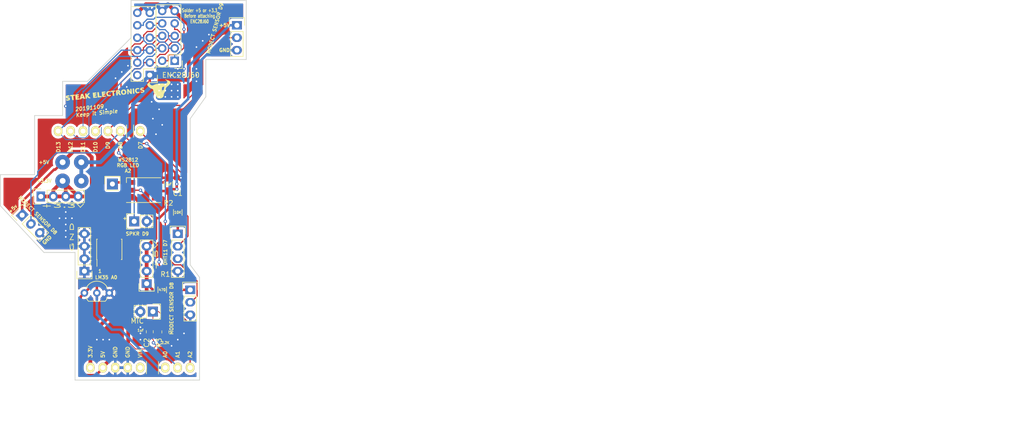
<source format=kicad_pcb>
(kicad_pcb (version 20171130) (host pcbnew 5.0.2+dfsg1-1~bpo9+1)

  (general
    (thickness 1.6)
    (drawings 50)
    (tracks 408)
    (zones 0)
    (modules 24)
    (nets 33)
  )

  (page USLetter)
  (title_block
    (title "Project Title")
    (date 2017-08-14)
    (rev v1.0)
    (company "Released under the CERN Open Hardware License v1.2")
    (comment 1 "Project based on template adapted by jenner@wickerbox.net")
    (comment 2 "Original template by Jonathan (poulc13)")
  )

  (layers
    (0 F.Cu signal)
    (31 B.Cu signal)
    (34 B.Paste user)
    (35 F.Paste user)
    (36 B.SilkS user)
    (37 F.SilkS user)
    (38 B.Mask user)
    (39 F.Mask user)
    (40 Dwgs.User user)
    (44 Edge.Cuts user)
    (48 B.Fab user)
    (49 F.Fab user hide)
  )

  (setup
    (last_trace_width 0.1524)
    (user_trace_width 0.1524)
    (user_trace_width 0.254)
    (user_trace_width 0.3302)
    (user_trace_width 0.508)
    (user_trace_width 0.762)
    (user_trace_width 1.27)
    (trace_clearance 0.254)
    (zone_clearance 0.508)
    (zone_45_only no)
    (trace_min 0.1524)
    (segment_width 0.1524)
    (edge_width 0.1524)
    (via_size 0.6858)
    (via_drill 0.3302)
    (via_min_size 0.6858)
    (via_min_drill 0.3302)
    (user_via 0.6858 0.3302)
    (user_via 0.762 0.4064)
    (user_via 0.8636 0.508)
    (uvia_size 0.6858)
    (uvia_drill 0.3302)
    (uvias_allowed no)
    (uvia_min_size 0)
    (uvia_min_drill 0)
    (pcb_text_width 0.1524)
    (pcb_text_size 1.016 1.016)
    (mod_edge_width 0.1524)
    (mod_text_size 1.016 1.016)
    (mod_text_width 0.1524)
    (pad_size 1.5 1.3)
    (pad_drill 0)
    (pad_to_mask_clearance 0.0762)
    (solder_mask_min_width 0.1016)
    (pad_to_paste_clearance -0.0762)
    (aux_axis_origin 0 0)
    (visible_elements 7FFFFFFF)
    (pcbplotparams
      (layerselection 0x310fc_ffffffff)
      (usegerberextensions true)
      (usegerberattributes false)
      (usegerberadvancedattributes false)
      (creategerberjobfile false)
      (excludeedgelayer true)
      (linewidth 0.100000)
      (plotframeref false)
      (viasonmask false)
      (mode 1)
      (useauxorigin false)
      (hpglpennumber 1)
      (hpglpenspeed 20)
      (hpglpendiameter 15.000000)
      (psnegative false)
      (psa4output false)
      (plotreference true)
      (plotvalue true)
      (plotinvisibletext false)
      (padsonsilk false)
      (subtractmaskfromsilk false)
      (outputformat 1)
      (mirror false)
      (drillshape 0)
      (scaleselection 1)
      (outputdirectory "gerbers_rev1.49/"))
  )

  (net 0 "")
  (net 1 GND)
  (net 2 +5V)
  (net 3 /UNUSED)
  (net 4 /VCC_Branch)
  (net 5 /RST)
  (net 6 /CS)
  (net 7 /D13)
  (net 8 /D11)
  (net 9 /D12)
  (net 10 /WOL)
  (net 11 /INT)
  (net 12 /CLKOUT)
  (net 13 +3V3)
  (net 14 /Q3)
  (net 15 /A0)
  (net 16 VIN)
  (net 17 /A1)
  (net 18 /A2)
  (net 19 /D7)
  (net 20 /D8)
  (net 21 /D9)
  (net 22 "Net-(U6-Pad2)")
  (net 23 "Net-(U6-Pad3)")
  (net 24 "Net-(U6-Pad5)")
  (net 25 "Net-(U6-Pad6)")
  (net 26 "Net-(U6-Pad7)")
  (net 27 "Net-(LED1-Pad2)")
  (net 28 "Net-(P14-Pad3)")
  (net 29 "Net-(C2-Pad1)")
  (net 30 /D4)
  (net 31 /D3)
  (net 32 /D5)

  (net_class Default "This is the default net class."
    (clearance 0.254)
    (trace_width 0.254)
    (via_dia 0.6858)
    (via_drill 0.3302)
    (uvia_dia 0.6858)
    (uvia_drill 0.3302)
    (add_net +3V3)
    (add_net +5V)
    (add_net /A0)
    (add_net /A1)
    (add_net /A2)
    (add_net /CLKOUT)
    (add_net /CS)
    (add_net /D11)
    (add_net /D12)
    (add_net /D13)
    (add_net /D3)
    (add_net /D4)
    (add_net /D5)
    (add_net /D7)
    (add_net /D8)
    (add_net /D9)
    (add_net /INT)
    (add_net /Q3)
    (add_net /RST)
    (add_net /UNUSED)
    (add_net /VCC_Branch)
    (add_net /WOL)
    (add_net GND)
    (add_net "Net-(C2-Pad1)")
    (add_net "Net-(LED1-Pad2)")
    (add_net "Net-(P14-Pad3)")
    (add_net "Net-(U6-Pad2)")
    (add_net "Net-(U6-Pad3)")
    (add_net "Net-(U6-Pad5)")
    (add_net "Net-(U6-Pad6)")
    (add_net "Net-(U6-Pad7)")
    (add_net VIN)
  )

  (module Pin_Headers:Pin_Header_Straight_1x03 (layer F.Cu) (tedit 5DC62211) (tstamp 5DC564A9)
    (at 76.2 92.71)
    (descr "Through hole pin header")
    (tags "pin header")
    (path /5BEC29FA)
    (fp_text reference P99 (at 0 -5.1) (layer F.SilkS) hide
      (effects (font (size 1 1) (thickness 0.15)))
    )
    (fp_text value CONN_01X03 (at 0 -3.1) (layer F.Fab)
      (effects (font (size 1 1) (thickness 0.15)))
    )
    (fp_line (start -1.55 -1.55) (end 1.55 -1.55) (layer F.SilkS) (width 0.15))
    (fp_line (start -1.55 0) (end -1.55 -1.55) (layer F.SilkS) (width 0.15))
    (fp_line (start 1.27 1.27) (end -1.27 1.27) (layer F.SilkS) (width 0.15))
    (fp_line (start 1.55 -1.55) (end 1.55 0) (layer F.SilkS) (width 0.15))
    (fp_line (start 1.27 6.35) (end 1.27 1.27) (layer F.SilkS) (width 0.15))
    (fp_line (start -1.27 6.35) (end 1.27 6.35) (layer F.SilkS) (width 0.15))
    (fp_line (start -1.27 1.27) (end -1.27 6.35) (layer F.SilkS) (width 0.15))
    (fp_line (start -1.75 6.85) (end 1.75 6.85) (layer F.CrtYd) (width 0.05))
    (fp_line (start -1.75 -1.75) (end 1.75 -1.75) (layer F.CrtYd) (width 0.05))
    (fp_line (start 1.75 -1.75) (end 1.75 6.85) (layer F.CrtYd) (width 0.05))
    (fp_line (start -1.75 -1.75) (end -1.75 6.85) (layer F.CrtYd) (width 0.05))
    (pad 3 thru_hole oval (at 0 5.08) (size 2.032 1.7272) (drill 1.016) (layers *.Cu *.Mask)
      (net 1 GND))
    (pad 2 thru_hole oval (at 0 2.54) (size 2.032 1.7272) (drill 1.016) (layers *.Cu *.Mask)
      (net 20 /D8))
    (pad 1 thru_hole rect (at 0 0) (size 2.032 1.7272) (drill 1.016) (layers *.Cu *.Mask)
      (net 2 +5V))
    (model Pin_Headers.3dshapes/Pin_Header_Straight_1x03.wrl
      (offset (xyz 0 -2.539999961853027 0))
      (scale (xyz 1 1 1))
      (rotate (xyz 0 0 90))
    )
  )

  (module footprints:ARDUINO-101-SHIELD_EASYTOSOLDER_VERS locked (layer F.Cu) (tedit 5DC50B3F) (tstamp 5728CC97)
    (at 43.1292 108.585)
    (descr "Through hole socket strip")
    (tags "socket strip")
    (path /572986CB)
    (fp_text reference U5 (at 14.5 -8.5) (layer F.SilkS) hide
      (effects (font (size 1 1) (thickness 0.15)))
    )
    (fp_text value ARDUINO-101-SHIELD (at 22.5 -11) (layer F.SilkS) hide
      (effects (font (size 1 1) (thickness 0.15)))
    )
    (fp_line (start 24.63 -1.75) (end 24.63 1.75) (layer F.CrtYd) (width 0.05))
    (fp_line (start 24.13 1.27) (end 24.13 -1.27) (layer F.SilkS) (width 0.15))
    (fp_text user 3.3V (at 12.7 -3.233057 90) (layer F.SilkS)
      (effects (font (size 0.762 0.762) (thickness 0.1524)))
    )
    (fp_text user 5V (at 15.24 -2.688771 90) (layer F.SilkS)
      (effects (font (size 0.762 0.762) (thickness 0.1524)))
    )
    (fp_text user GND (at 17.78 -3.160486 90) (layer F.SilkS)
      (effects (font (size 0.762 0.762) (thickness 0.1524)))
    )
    (fp_text user GND (at 20.32 -3.160486 90) (layer F.SilkS)
      (effects (font (size 0.762 0.762) (thickness 0.1524)))
    )
    (fp_text user VIN (at 22.86 -2.906486 90) (layer F.SilkS)
      (effects (font (size 0.762 0.762) (thickness 0.1524)))
    )
    (fp_text user A0 (at 27.9654 -2.688771 90) (layer F.SilkS)
      (effects (font (size 0.762 0.762) (thickness 0.1524)))
    )
    (fp_text user A1 (at 30.5054 -2.688771 90) (layer F.SilkS)
      (effects (font (size 0.762 0.762) (thickness 0.1524)))
    )
    (fp_line (start 26.5938 1.2954) (end 26.5938 -1.2446) (layer F.SilkS) (width 0.15))
    (fp_text user A2 (at 33.0454 -2.688771 90) (layer F.SilkS)
      (effects (font (size 0.762 0.762) (thickness 0.1524)))
    )
    (fp_line (start 26.2154 -1.7246) (end 26.2154 1.7754) (layer F.CrtYd) (width 0.05))
    (fp_line (start 21.5138 -46.99) (end 21.5138 -49.53) (layer F.SilkS) (width 0.15))
    (fp_text user D7 (at 22.9362 -45.349886 90) (layer F.SilkS)
      (effects (font (size 0.762 0.762) (thickness 0.1524)))
    )
    (fp_line (start 21.1354 -50.01) (end 21.1354 -46.51) (layer F.CrtYd) (width 0.05))
    (fp_text user D10 (at 13.7414 -44.987029 90) (layer F.SilkS)
      (effects (font (size 0.762 0.762) (thickness 0.1524)))
    )
    (fp_text user D12 (at 8.6614 -44.987029 90) (layer F.SilkS)
      (effects (font (size 0.762 0.762) (thickness 0.1524)))
    )
    (fp_text user D9 (at 16.2814 -45.349886 90) (layer F.SilkS)
      (effects (font (size 0.762 0.762) (thickness 0.1524)))
    )
    (fp_text user D8 (at 18.8214 -45.349886 90) (layer F.SilkS)
      (effects (font (size 0.762 0.762) (thickness 0.1524)))
    )
    (fp_line (start 20.0914 -46.99) (end 20.0914 -49.53) (layer F.SilkS) (width 0.15))
    (fp_text user D11 (at 11.2014 -44.987029 90) (layer F.SilkS)
      (effects (font (size 0.762 0.762) (thickness 0.1524)))
    )
    (fp_text user D13 (at 6.1722 -44.987029 90) (layer F.SilkS)
      (effects (font (size 0.762 0.762) (thickness 0.1524)))
    )
    (fp_line (start 20.5914 -50.01) (end 20.5914 -46.51) (layer F.CrtYd) (width 0.05))
    (pad 3V3 thru_hole oval (at 12.7 0) (size 1.7272 2.032) (drill 1.016) (layers *.Cu *.Mask F.SilkS)
      (net 13 +3V3))
    (pad 5V thru_hole oval (at 15.24 0) (size 1.7272 2.032) (drill 1.016) (layers *.Cu *.Mask F.SilkS)
      (net 2 +5V))
    (pad GND1 thru_hole oval (at 17.78 0) (size 1.7272 2.032) (drill 1.016) (layers *.Cu *.Mask F.SilkS)
      (net 1 GND))
    (pad GND2 thru_hole oval (at 20.32 0) (size 1.7272 2.032) (drill 1.016) (layers *.Cu *.Mask F.SilkS)
      (net 1 GND))
    (pad VIN thru_hole oval (at 22.86 0) (size 1.7272 2.032) (drill 1.016) (layers *.Cu *.Mask F.SilkS)
      (net 16 VIN))
    (pad A0 thru_hole oval (at 27.9654 0) (size 1.7272 2.032) (drill 1.016) (layers *.Cu *.Mask F.SilkS)
      (net 15 /A0))
    (pad A1 thru_hole oval (at 30.5054 0) (size 1.7272 2.032) (drill 1.016) (layers *.Cu *.Mask F.SilkS)
      (net 17 /A1))
    (pad A2 thru_hole oval (at 33.0454 0) (size 1.7272 2.032) (drill 1.016) (layers *.Cu *.Mask F.SilkS)
      (net 18 /A2))
    (pad D7 thru_hole oval (at 22.8854 -48.26) (size 1.7272 2.032) (drill 1.016) (layers *.Cu *.Mask F.SilkS)
      (net 19 /D7))
    (pad D13 thru_hole oval (at 6.1214 -48.26) (size 1.7272 2.032) (drill 1.016) (layers *.Cu *.Mask F.SilkS)
      (net 7 /D13))
    (pad D12 thru_hole oval (at 8.6614 -48.26) (size 1.7272 2.032) (drill 1.016) (layers *.Cu *.Mask F.SilkS)
      (net 9 /D12))
    (pad D11 thru_hole oval (at 11.2014 -48.26) (size 1.7272 2.032) (drill 1.016) (layers *.Cu *.Mask F.SilkS)
      (net 8 /D11))
    (pad D8 thru_hole oval (at 18.8214 -48.26) (size 1.7272 2.032) (drill 1.016) (layers *.Cu *.Mask F.SilkS)
      (net 20 /D8))
    (pad D9 thru_hole oval (at 16.2814 -48.26) (size 1.7272 2.032) (drill 1.016) (layers *.Cu *.Mask F.SilkS)
      (net 21 /D9))
    (pad D10 thru_hole oval (at 13.7414 -48.26) (size 1.7272 2.032) (drill 1.016) (layers *.Cu *.Mask F.SilkS)
      (net 6 /CS))
    (model ${KIPRJMOD}/Socket_Arduino_Uno.3dshapes/Socket_header_Arduino_1x08.wrl
      (offset (xyz 8.889999866485596 0 0))
      (scale (xyz 1 1 1))
      (rotate (xyz 0 0 180))
    )
  )

  (module Pin_Headers:Pin_Header_Straight_1x04 (layer F.Cu) (tedit 5BEA5E04) (tstamp 5BED73A4)
    (at 67.31 91.44 180)
    (descr "Through hole pin header")
    (tags "pin header")
    (path /5BEAFC8B)
    (fp_text reference P1 (at 0 -5.1 180) (layer F.SilkS) hide
      (effects (font (size 1 1) (thickness 0.15)))
    )
    (fp_text value CONN_01X04 (at 0 -3.1 180) (layer F.Fab)
      (effects (font (size 1 1) (thickness 0.15)))
    )
    (fp_line (start -1.55 -1.55) (end 1.55 -1.55) (layer F.SilkS) (width 0.15))
    (fp_line (start -1.55 0) (end -1.55 -1.55) (layer F.SilkS) (width 0.15))
    (fp_line (start 1.27 1.27) (end -1.27 1.27) (layer F.SilkS) (width 0.15))
    (fp_line (start -1.27 8.89) (end 1.27 8.89) (layer F.SilkS) (width 0.15))
    (fp_line (start 1.55 -1.55) (end 1.55 0) (layer F.SilkS) (width 0.15))
    (fp_line (start 1.27 1.27) (end 1.27 8.89) (layer F.SilkS) (width 0.15))
    (fp_line (start -1.27 1.27) (end -1.27 8.89) (layer F.SilkS) (width 0.15))
    (fp_line (start -1.75 9.4) (end 1.75 9.4) (layer F.CrtYd) (width 0.05))
    (fp_line (start -1.75 -1.75) (end 1.75 -1.75) (layer F.CrtYd) (width 0.05))
    (fp_line (start 1.75 -1.75) (end 1.75 9.4) (layer F.CrtYd) (width 0.05))
    (fp_line (start -1.75 -1.75) (end -1.75 9.4) (layer F.CrtYd) (width 0.05))
    (pad 4 thru_hole oval (at 0 7.62 180) (size 2.032 1.7272) (drill 1.016) (layers *.Cu *.Mask)
      (net 2 +5V))
    (pad 3 thru_hole oval (at 0 5.08 180) (size 2.032 1.7272) (drill 1.016) (layers *.Cu *.Mask)
      (net 2 +5V))
    (pad 2 thru_hole oval (at 0 2.54 180) (size 2.032 1.7272) (drill 1.016) (layers *.Cu *.Mask)
      (net 2 +5V))
    (pad 1 thru_hole rect (at 0 0 180) (size 2.032 1.7272) (drill 1.016) (layers *.Cu *.Mask)
      (net 2 +5V))
    (model Pin_Headers.3dshapes/Pin_Header_Straight_1x04.wrl
      (offset (xyz 0 -3.809999942779541 0))
      (scale (xyz 1 1 1))
      (rotate (xyz 0 0 90))
    )
  )

  (module LEDs:LED_WS2812-PLCC6 (layer F.Cu) (tedit 5BEA5E31) (tstamp 5BED7391)
    (at 66.675 72.39)
    (descr http://www.world-semi.com/en/Driver/Lighting/WS2811/WS212B/WS2822S/)
    (tags "LED RGB")
    (path /5BEA6DDE)
    (attr smd)
    (fp_text reference LED1 (at 0 -3.5) (layer F.SilkS) hide
      (effects (font (size 1 1) (thickness 0.15)))
    )
    (fp_text value WS2812 (at 0 4) (layer F.Fab)
      (effects (font (size 1 1) (thickness 0.15)))
    )
    (fp_line (start 3.75 -2.85) (end -3.75 -2.85) (layer F.CrtYd) (width 0.05))
    (fp_line (start 3.75 2.85) (end 3.75 -2.85) (layer F.CrtYd) (width 0.05))
    (fp_line (start -3.75 2.85) (end 3.75 2.85) (layer F.CrtYd) (width 0.05))
    (fp_line (start -3.75 -2.85) (end -3.75 2.85) (layer F.CrtYd) (width 0.05))
    (fp_line (start -2.5 -1.5) (end -1.5 -2.5) (layer Dwgs.User) (width 0.1))
    (fp_line (start -2.5 -2.5) (end 2.5 -2.5) (layer Dwgs.User) (width 0.1))
    (fp_line (start 2.5 -2.5) (end 2.5 2.5) (layer Dwgs.User) (width 0.1))
    (fp_line (start 2.5 2.5) (end -2.5 2.5) (layer Dwgs.User) (width 0.1))
    (fp_line (start -2.5 2.5) (end -2.5 -2.5) (layer Dwgs.User) (width 0.1))
    (fp_line (start -3.5 2.5) (end 3.5 2.5) (layer F.SilkS) (width 0.15))
    (fp_line (start -3.5 -1.55) (end -3.5 -2.55) (layer F.SilkS) (width 0.15))
    (fp_line (start -3.5 -2.55) (end 3.5 -2.55) (layer F.SilkS) (width 0.15))
    (fp_circle (center 0 0) (end 0 -2) (layer Dwgs.User) (width 0.1))
    (pad 4 smd rect (at 2.5 1.6) (size 1.6 1) (layers F.Cu F.Paste F.Mask))
    (pad 5 smd rect (at 2.5 0) (size 1.6 1) (layers F.Cu F.Paste F.Mask)
      (net 2 +5V))
    (pad 6 smd rect (at 2.5 -1.6) (size 1.6 1) (layers F.Cu F.Paste F.Mask)
      (net 1 GND))
    (pad 3 smd rect (at -2.5 1.6) (size 1.6 1) (layers F.Cu F.Paste F.Mask)
      (net 2 +5V))
    (pad 2 smd rect (at -2.5 0) (size 1.6 1) (layers F.Cu F.Paste F.Mask)
      (net 27 "Net-(LED1-Pad2)"))
    (pad 1 smd rect (at -2.5 -1.6) (size 1.6 1) (layers F.Cu F.Paste F.Mask)
      (net 3 /UNUSED))
    (model LEDs.3dshapes/LED_WS2812-PLCC6.wrl
      (offset (xyz 0 0 0.1015999984741211))
      (scale (xyz 0.3937 0.3937 0.3937))
      (rotate (xyz 0 0 0))
    )
  )

  (module Pin_Headers:Pin_Header_Straight_2x05 (layer F.Cu) (tedit 5BEA5DEE) (tstamp 5BED73BE)
    (at 73.025 45.974 180)
    (descr "Through hole pin header")
    (tags "pin header")
    (path /5BEA525E)
    (fp_text reference P2 (at 0 -5.1 180) (layer F.SilkS) hide
      (effects (font (size 1 1) (thickness 0.15)))
    )
    (fp_text value CONN_02X05 (at 0 -3.1 180) (layer F.Fab)
      (effects (font (size 1 1) (thickness 0.15)))
    )
    (fp_line (start -1.75 -1.75) (end -1.75 11.95) (layer F.CrtYd) (width 0.05))
    (fp_line (start 4.3 -1.75) (end 4.3 11.95) (layer F.CrtYd) (width 0.05))
    (fp_line (start -1.75 -1.75) (end 4.3 -1.75) (layer F.CrtYd) (width 0.05))
    (fp_line (start -1.75 11.95) (end 4.3 11.95) (layer F.CrtYd) (width 0.05))
    (fp_line (start 3.81 -1.27) (end 3.81 11.43) (layer F.SilkS) (width 0.15))
    (fp_line (start 3.81 11.43) (end -1.27 11.43) (layer F.SilkS) (width 0.15))
    (fp_line (start -1.27 11.43) (end -1.27 1.27) (layer F.SilkS) (width 0.15))
    (fp_line (start 3.81 -1.27) (end 1.27 -1.27) (layer F.SilkS) (width 0.15))
    (fp_line (start 0 -1.55) (end -1.55 -1.55) (layer F.SilkS) (width 0.15))
    (fp_line (start 1.27 -1.27) (end 1.27 1.27) (layer F.SilkS) (width 0.15))
    (fp_line (start 1.27 1.27) (end -1.27 1.27) (layer F.SilkS) (width 0.15))
    (fp_line (start -1.55 -1.55) (end -1.55 0) (layer F.SilkS) (width 0.15))
    (pad 1 thru_hole rect (at 0 0 180) (size 1.7272 1.7272) (drill 1.016) (layers *.Cu *.Mask)
      (net 12 /CLKOUT))
    (pad 2 thru_hole oval (at 2.54 0 180) (size 1.7272 1.7272) (drill 1.016) (layers *.Cu *.Mask)
      (net 11 /INT))
    (pad 3 thru_hole oval (at 0 2.54 180) (size 1.7272 1.7272) (drill 1.016) (layers *.Cu *.Mask)
      (net 10 /WOL))
    (pad 4 thru_hole oval (at 2.54 2.54 180) (size 1.7272 1.7272) (drill 1.016) (layers *.Cu *.Mask)
      (net 9 /D12))
    (pad 5 thru_hole oval (at 0 5.08 180) (size 1.7272 1.7272) (drill 1.016) (layers *.Cu *.Mask)
      (net 8 /D11))
    (pad 6 thru_hole oval (at 2.54 5.08 180) (size 1.7272 1.7272) (drill 1.016) (layers *.Cu *.Mask)
      (net 7 /D13))
    (pad 7 thru_hole oval (at 0 7.62 180) (size 1.7272 1.7272) (drill 1.016) (layers *.Cu *.Mask)
      (net 6 /CS))
    (pad 8 thru_hole oval (at 2.54 7.62 180) (size 1.7272 1.7272) (drill 1.016) (layers *.Cu *.Mask)
      (net 5 /RST))
    (pad 9 thru_hole oval (at 0 10.16 180) (size 1.7272 1.7272) (drill 1.016) (layers *.Cu *.Mask)
      (net 4 /VCC_Branch))
    (pad 10 thru_hole oval (at 2.54 10.16 180) (size 1.7272 1.7272) (drill 1.016) (layers *.Cu *.Mask)
      (net 1 GND))
    (model Pin_Headers.3dshapes/Pin_Header_Straight_2x05.wrl
      (offset (xyz 1.269999980926514 -5.079999923706055 0))
      (scale (xyz 1 1 1))
      (rotate (xyz 0 0 90))
    )
  )

  (module Wire_Pads:SolderWirePad_2x_1-2mmDrill (layer F.Cu) (tedit 5BEA5DE3) (tstamp 5BED73C4)
    (at 52.07 70.485)
    (path /5BEA5574)
    (fp_text reference P3 (at 0 -3.81) (layer F.SilkS) hide
      (effects (font (size 1 1) (thickness 0.15)))
    )
    (fp_text value CONN_01X02 (at 0.635 3.81) (layer F.Fab)
      (effects (font (size 1 1) (thickness 0.15)))
    )
    (pad 1 thru_hole circle (at -1.905 0) (size 2.99974 2.99974) (drill 1.19888) (layers *.Cu *.Mask)
      (net 13 +3V3))
    (pad 2 thru_hole circle (at 1.905 0) (size 2.99974 2.99974) (drill 1.19888) (layers *.Cu *.Mask)
      (net 4 /VCC_Branch))
  )

  (module Wire_Pads:SolderWirePad_2x_1-2mmDrill (layer F.Cu) (tedit 5BEA5DE9) (tstamp 5BED73CA)
    (at 52.07 66.675)
    (path /5BEA5648)
    (fp_text reference P4 (at 0 -3.81) (layer F.SilkS) hide
      (effects (font (size 1 1) (thickness 0.15)))
    )
    (fp_text value CONN_01X02 (at 0.635 3.81) (layer F.Fab)
      (effects (font (size 1 1) (thickness 0.15)))
    )
    (pad 2 thru_hole circle (at 1.905 0) (size 2.99974 2.99974) (drill 1.19888) (layers *.Cu *.Mask)
      (net 4 /VCC_Branch))
    (pad 1 thru_hole circle (at -1.905 0) (size 2.99974 2.99974) (drill 1.19888) (layers *.Cu *.Mask)
      (net 2 +5V))
  )

  (module Pin_Headers:Pin_Header_Straight_1x04 (layer F.Cu) (tedit 5BEA5E06) (tstamp 5BED73DD)
    (at 54.61 88.9 180)
    (descr "Through hole pin header")
    (tags "pin header")
    (path /5BEAFD07)
    (fp_text reference P5 (at 0 -5.1 180) (layer F.SilkS) hide
      (effects (font (size 1 1) (thickness 0.15)))
    )
    (fp_text value CONN_01X04 (at 0 -3.1 180) (layer F.Fab)
      (effects (font (size 1 1) (thickness 0.15)))
    )
    (fp_line (start -1.75 -1.75) (end -1.75 9.4) (layer F.CrtYd) (width 0.05))
    (fp_line (start 1.75 -1.75) (end 1.75 9.4) (layer F.CrtYd) (width 0.05))
    (fp_line (start -1.75 -1.75) (end 1.75 -1.75) (layer F.CrtYd) (width 0.05))
    (fp_line (start -1.75 9.4) (end 1.75 9.4) (layer F.CrtYd) (width 0.05))
    (fp_line (start -1.27 1.27) (end -1.27 8.89) (layer F.SilkS) (width 0.15))
    (fp_line (start 1.27 1.27) (end 1.27 8.89) (layer F.SilkS) (width 0.15))
    (fp_line (start 1.55 -1.55) (end 1.55 0) (layer F.SilkS) (width 0.15))
    (fp_line (start -1.27 8.89) (end 1.27 8.89) (layer F.SilkS) (width 0.15))
    (fp_line (start 1.27 1.27) (end -1.27 1.27) (layer F.SilkS) (width 0.15))
    (fp_line (start -1.55 0) (end -1.55 -1.55) (layer F.SilkS) (width 0.15))
    (fp_line (start -1.55 -1.55) (end 1.55 -1.55) (layer F.SilkS) (width 0.15))
    (pad 1 thru_hole rect (at 0 0 180) (size 2.032 1.7272) (drill 1.016) (layers *.Cu *.Mask)
      (net 1 GND))
    (pad 2 thru_hole oval (at 0 2.54 180) (size 2.032 1.7272) (drill 1.016) (layers *.Cu *.Mask)
      (net 1 GND))
    (pad 3 thru_hole oval (at 0 5.08 180) (size 2.032 1.7272) (drill 1.016) (layers *.Cu *.Mask)
      (net 1 GND))
    (pad 4 thru_hole oval (at 0 7.62 180) (size 2.032 1.7272) (drill 1.016) (layers *.Cu *.Mask)
      (net 1 GND))
    (model Pin_Headers.3dshapes/Pin_Header_Straight_1x04.wrl
      (offset (xyz 0 -3.809999942779541 0))
      (scale (xyz 1 1 1))
      (rotate (xyz 0 0 90))
    )
  )

  (module Pin_Headers:Pin_Header_Straight_1x01 (layer F.Cu) (tedit 5BEA5DF9) (tstamp 5BED73EA)
    (at 60.325 71.12)
    (descr "Through hole pin header")
    (tags "pin header")
    (path /5BEA8687)
    (fp_text reference P6 (at 0 -5.1) (layer F.SilkS) hide
      (effects (font (size 1 1) (thickness 0.15)))
    )
    (fp_text value CONN_01X01 (at 0 -3.1) (layer F.Fab)
      (effects (font (size 1 1) (thickness 0.15)))
    )
    (fp_line (start 1.55 -1.55) (end 1.55 0) (layer F.SilkS) (width 0.15))
    (fp_line (start -1.75 -1.75) (end -1.75 1.75) (layer F.CrtYd) (width 0.05))
    (fp_line (start 1.75 -1.75) (end 1.75 1.75) (layer F.CrtYd) (width 0.05))
    (fp_line (start -1.75 -1.75) (end 1.75 -1.75) (layer F.CrtYd) (width 0.05))
    (fp_line (start -1.75 1.75) (end 1.75 1.75) (layer F.CrtYd) (width 0.05))
    (fp_line (start -1.55 0) (end -1.55 -1.55) (layer F.SilkS) (width 0.15))
    (fp_line (start -1.55 -1.55) (end 1.55 -1.55) (layer F.SilkS) (width 0.15))
    (fp_line (start -1.27 1.27) (end 1.27 1.27) (layer F.SilkS) (width 0.15))
    (pad 1 thru_hole rect (at 0 0) (size 2.2352 2.2352) (drill 1.016) (layers *.Cu *.Mask)
      (net 3 /UNUSED))
    (model Pin_Headers.3dshapes/Pin_Header_Straight_1x01.wrl
      (at (xyz 0 0 0))
      (scale (xyz 1 1 1))
      (rotate (xyz 0 0 90))
    )
  )

  (module Pin_Headers:Pin_Header_Straight_2x06 (layer F.Cu) (tedit 5BEA5DEC) (tstamp 5BED7406)
    (at 67.945 48.895 180)
    (descr "Through hole pin header")
    (tags "pin header")
    (path /5BEBE683)
    (fp_text reference P7 (at 0 -5.1 180) (layer F.SilkS) hide
      (effects (font (size 1 1) (thickness 0.15)))
    )
    (fp_text value CONN_02X06 (at 0 -3.1 180) (layer F.Fab)
      (effects (font (size 1 1) (thickness 0.15)))
    )
    (fp_line (start -1.75 -1.75) (end -1.75 14.45) (layer F.CrtYd) (width 0.05))
    (fp_line (start 4.3 -1.75) (end 4.3 14.45) (layer F.CrtYd) (width 0.05))
    (fp_line (start -1.75 -1.75) (end 4.3 -1.75) (layer F.CrtYd) (width 0.05))
    (fp_line (start -1.75 14.45) (end 4.3 14.45) (layer F.CrtYd) (width 0.05))
    (fp_line (start 3.81 13.97) (end 3.81 -1.27) (layer F.SilkS) (width 0.15))
    (fp_line (start -1.27 1.27) (end -1.27 13.97) (layer F.SilkS) (width 0.15))
    (fp_line (start 3.81 13.97) (end -1.27 13.97) (layer F.SilkS) (width 0.15))
    (fp_line (start 3.81 -1.27) (end 1.27 -1.27) (layer F.SilkS) (width 0.15))
    (fp_line (start 0 -1.55) (end -1.55 -1.55) (layer F.SilkS) (width 0.15))
    (fp_line (start 1.27 -1.27) (end 1.27 1.27) (layer F.SilkS) (width 0.15))
    (fp_line (start 1.27 1.27) (end -1.27 1.27) (layer F.SilkS) (width 0.15))
    (fp_line (start -1.55 -1.55) (end -1.55 0) (layer F.SilkS) (width 0.15))
    (pad 1 thru_hole rect (at 0 0 180) (size 1.7272 1.7272) (drill 1.016) (layers *.Cu *.Mask)
      (net 1 GND))
    (pad 2 thru_hole oval (at 2.54 0 180) (size 1.7272 1.7272) (drill 1.016) (layers *.Cu *.Mask)
      (net 14 /Q3))
    (pad 3 thru_hole oval (at 0 2.54 180) (size 1.7272 1.7272) (drill 1.016) (layers *.Cu *.Mask)
      (net 6 /CS))
    (pad 4 thru_hole oval (at 2.54 2.54 180) (size 1.7272 1.7272) (drill 1.016) (layers *.Cu *.Mask)
      (net 5 /RST))
    (pad 5 thru_hole oval (at 0 5.08 180) (size 1.7272 1.7272) (drill 1.016) (layers *.Cu *.Mask)
      (net 8 /D11))
    (pad 6 thru_hole oval (at 2.54 5.08 180) (size 1.7272 1.7272) (drill 1.016) (layers *.Cu *.Mask)
      (net 7 /D13))
    (pad 7 thru_hole oval (at 0 7.62 180) (size 1.7272 1.7272) (drill 1.016) (layers *.Cu *.Mask)
      (net 10 /WOL))
    (pad 8 thru_hole oval (at 2.54 7.62 180) (size 1.7272 1.7272) (drill 1.016) (layers *.Cu *.Mask)
      (net 9 /D12))
    (pad 9 thru_hole oval (at 0 10.16 180) (size 1.7272 1.7272) (drill 1.016) (layers *.Cu *.Mask)
      (net 12 /CLKOUT))
    (pad 10 thru_hole oval (at 2.54 10.16 180) (size 1.7272 1.7272) (drill 1.016) (layers *.Cu *.Mask)
      (net 11 /INT))
    (pad 11 thru_hole oval (at 0 12.7 180) (size 1.7272 1.7272) (drill 1.016) (layers *.Cu *.Mask)
      (net 1 GND))
    (pad 12 thru_hole oval (at 2.54 12.7 180) (size 1.7272 1.7272) (drill 1.016) (layers *.Cu *.Mask)
      (net 4 /VCC_Branch))
    (model Pin_Headers.3dshapes/Pin_Header_Straight_2x06.wrl
      (offset (xyz 1.269999980926514 -6.349999904632568 0))
      (scale (xyz 1 1 1))
      (rotate (xyz 0 0 90))
    )
  )

  (module Pin_Headers:Pin_Header_Straight_1x03 (layer F.Cu) (tedit 5DC511BB) (tstamp 5BED7418)
    (at 41.91 77.47 45)
    (descr "Through hole pin header")
    (tags "pin header")
    (path /5BEA8889)
    (fp_text reference P8 (at 0 -5.1 45) (layer F.SilkS) hide
      (effects (font (size 1 1) (thickness 0.15)))
    )
    (fp_text value CONN_01X03 (at 0 -3.1 45) (layer F.Fab)
      (effects (font (size 1 1) (thickness 0.15)))
    )
    (fp_line (start -1.55 -1.55) (end 1.55 -1.55) (layer F.SilkS) (width 0.15))
    (fp_line (start -1.55 0) (end -1.55 -1.55) (layer F.SilkS) (width 0.15))
    (fp_line (start 1.27 1.27) (end -1.27 1.27) (layer F.SilkS) (width 0.15))
    (fp_line (start 1.55 -1.55) (end 1.55 0) (layer F.SilkS) (width 0.15))
    (fp_line (start 1.27 6.35) (end 1.27 1.27) (layer F.SilkS) (width 0.15))
    (fp_line (start -1.27 6.35) (end 1.27 6.35) (layer F.SilkS) (width 0.15))
    (fp_line (start -1.27 1.27) (end -1.27 6.35) (layer F.SilkS) (width 0.15))
    (fp_line (start -1.75 6.85) (end 1.75 6.85) (layer F.CrtYd) (width 0.05))
    (fp_line (start -1.75 -1.75) (end 1.75 -1.75) (layer F.CrtYd) (width 0.05))
    (fp_line (start 1.75 -1.75) (end 1.75 6.85) (layer F.CrtYd) (width 0.05))
    (fp_line (start -1.75 -1.75) (end -1.75 6.85) (layer F.CrtYd) (width 0.05))
    (pad 3 thru_hole oval (at 0 5.079999 45) (size 2.032 1.7272) (drill 1.016) (layers *.Cu *.Mask)
      (net 1 GND))
    (pad 2 thru_hole oval (at 0 2.54 45) (size 2.032 1.7272) (drill 1.016) (layers *.Cu *.Mask)
      (net 30 /D4))
    (pad 1 thru_hole rect (at 0 0 45) (size 2.032 1.7272) (drill 1.016) (layers *.Cu *.Mask)
      (net 2 +5V))
    (model Pin_Headers.3dshapes/Pin_Header_Straight_1x03.wrl
      (offset (xyz 0 -2.539999961853027 0))
      (scale (xyz 1 1 1))
      (rotate (xyz 0 0 90))
    )
  )

  (module Pin_Headers:Pin_Header_Straight_1x03 (layer F.Cu) (tedit 5DC62222) (tstamp 5BED742A)
    (at 85.725 38.735)
    (descr "Through hole pin header")
    (tags "pin header")
    (path /5BEC29FA)
    (fp_text reference P98 (at 0 -5.1) (layer F.SilkS) hide
      (effects (font (size 1 1) (thickness 0.15)))
    )
    (fp_text value CONN_01X03 (at 0 -3.1) (layer F.Fab)
      (effects (font (size 1 1) (thickness 0.15)))
    )
    (fp_line (start -1.75 -1.75) (end -1.75 6.85) (layer F.CrtYd) (width 0.05))
    (fp_line (start 1.75 -1.75) (end 1.75 6.85) (layer F.CrtYd) (width 0.05))
    (fp_line (start -1.75 -1.75) (end 1.75 -1.75) (layer F.CrtYd) (width 0.05))
    (fp_line (start -1.75 6.85) (end 1.75 6.85) (layer F.CrtYd) (width 0.05))
    (fp_line (start -1.27 1.27) (end -1.27 6.35) (layer F.SilkS) (width 0.15))
    (fp_line (start -1.27 6.35) (end 1.27 6.35) (layer F.SilkS) (width 0.15))
    (fp_line (start 1.27 6.35) (end 1.27 1.27) (layer F.SilkS) (width 0.15))
    (fp_line (start 1.55 -1.55) (end 1.55 0) (layer F.SilkS) (width 0.15))
    (fp_line (start 1.27 1.27) (end -1.27 1.27) (layer F.SilkS) (width 0.15))
    (fp_line (start -1.55 0) (end -1.55 -1.55) (layer F.SilkS) (width 0.15))
    (fp_line (start -1.55 -1.55) (end 1.55 -1.55) (layer F.SilkS) (width 0.15))
    (pad 1 thru_hole rect (at 0 0) (size 2.032 1.7272) (drill 1.016) (layers *.Cu *.Mask)
      (net 2 +5V))
    (pad 2 thru_hole oval (at 0 2.54) (size 2.032 1.7272) (drill 1.016) (layers *.Cu *.Mask)
      (net 21 /D9))
    (pad 3 thru_hole oval (at 0 5.08) (size 2.032 1.7272) (drill 1.016) (layers *.Cu *.Mask)
      (net 1 GND))
    (model Pin_Headers.3dshapes/Pin_Header_Straight_1x03.wrl
      (offset (xyz 0 -2.539999961853027 0))
      (scale (xyz 1 1 1))
      (rotate (xyz 0 0 90))
    )
  )

  (module TO_SOT_Packages_THT:TO-92_Inline_Wide (layer F.Cu) (tedit 5BEA5DFF) (tstamp 5BED743A)
    (at 54.61 93.345)
    (descr "TO-92 leads in-line, wide, drill 0.8mm (see NXP sot054_po.pdf)")
    (tags "to-92 sc-43 sc-43a sot54 PA33 transistor")
    (path /5BEB9C02)
    (fp_text reference P10 (at 0 -4 180) (layer F.SilkS) hide
      (effects (font (size 1 1) (thickness 0.15)))
    )
    (fp_text value CONN_01X03 (at 0 3) (layer F.Fab)
      (effects (font (size 1 1) (thickness 0.15)))
    )
    (fp_arc (start 2.54 0) (end 0.84 1.7) (angle 20.5) (layer F.SilkS) (width 0.15))
    (fp_arc (start 2.54 0) (end 4.24 1.7) (angle -20.5) (layer F.SilkS) (width 0.15))
    (fp_line (start -1 1.95) (end -1 -2.65) (layer F.CrtYd) (width 0.05))
    (fp_line (start -1 1.95) (end 6.1 1.95) (layer F.CrtYd) (width 0.05))
    (fp_line (start 0.84 1.7) (end 4.24 1.7) (layer F.SilkS) (width 0.15))
    (fp_arc (start 2.54 0) (end 2.54 -2.4) (angle -65.55604127) (layer F.SilkS) (width 0.15))
    (fp_arc (start 2.54 0) (end 2.54 -2.4) (angle 65.55604127) (layer F.SilkS) (width 0.15))
    (fp_line (start -1 -2.65) (end 6.1 -2.65) (layer F.CrtYd) (width 0.05))
    (fp_line (start 6.1 1.95) (end 6.1 -2.65) (layer F.CrtYd) (width 0.05))
    (pad 2 thru_hole circle (at 2.54 0 90) (size 1.524 1.524) (drill 0.8) (layers *.Cu *.Mask)
      (net 15 /A0))
    (pad 3 thru_hole circle (at 5.08 0 90) (size 1.524 1.524) (drill 0.8) (layers *.Cu *.Mask)
      (net 1 GND))
    (pad 1 thru_hole circle (at 0 0 90) (size 1.524 1.524) (drill 0.8) (layers *.Cu *.Mask)
      (net 2 +5V))
    (model TO_SOT_Packages_THT.3dshapes/TO-92_Inline_Wide.wrl
      (offset (xyz 2.539999961853027 0 0))
      (scale (xyz 1 1 1))
      (rotate (xyz 0 0 -90))
    )
  )

  (module Housings_SOIC:SOIC-8_3.9x4.9mm_Pitch1.27mm (layer F.Cu) (tedit 5BEA5DFC) (tstamp 5BED7456)
    (at 59.69 84.455 90)
    (descr "8-Lead Plastic Small Outline (SN) - Narrow, 3.90 mm Body [SOIC] (see Microchip Packaging Specification 00000049BS.pdf)")
    (tags "SOIC 1.27")
    (path /5BEA60EB)
    (attr smd)
    (fp_text reference U6 (at 0 -3.5 90) (layer F.SilkS) hide
      (effects (font (size 1 1) (thickness 0.15)))
    )
    (fp_text value LM35-D (at 0 3.5 90) (layer F.Fab)
      (effects (font (size 1 1) (thickness 0.15)))
    )
    (fp_line (start -0.95 -2.45) (end 1.95 -2.45) (layer F.Fab) (width 0.15))
    (fp_line (start 1.95 -2.45) (end 1.95 2.45) (layer F.Fab) (width 0.15))
    (fp_line (start 1.95 2.45) (end -1.95 2.45) (layer F.Fab) (width 0.15))
    (fp_line (start -1.95 2.45) (end -1.95 -1.45) (layer F.Fab) (width 0.15))
    (fp_line (start -1.95 -1.45) (end -0.95 -2.45) (layer F.Fab) (width 0.15))
    (fp_line (start -3.75 -2.75) (end -3.75 2.75) (layer F.CrtYd) (width 0.05))
    (fp_line (start 3.75 -2.75) (end 3.75 2.75) (layer F.CrtYd) (width 0.05))
    (fp_line (start -3.75 -2.75) (end 3.75 -2.75) (layer F.CrtYd) (width 0.05))
    (fp_line (start -3.75 2.75) (end 3.75 2.75) (layer F.CrtYd) (width 0.05))
    (fp_line (start -2.075 -2.575) (end -2.075 -2.525) (layer F.SilkS) (width 0.15))
    (fp_line (start 2.075 -2.575) (end 2.075 -2.43) (layer F.SilkS) (width 0.15))
    (fp_line (start 2.075 2.575) (end 2.075 2.43) (layer F.SilkS) (width 0.15))
    (fp_line (start -2.075 2.575) (end -2.075 2.43) (layer F.SilkS) (width 0.15))
    (fp_line (start -2.075 -2.575) (end 2.075 -2.575) (layer F.SilkS) (width 0.15))
    (fp_line (start -2.075 2.575) (end 2.075 2.575) (layer F.SilkS) (width 0.15))
    (fp_line (start -2.075 -2.525) (end -3.475 -2.525) (layer F.SilkS) (width 0.15))
    (pad 1 smd rect (at -2.7 -1.905 90) (size 1.55 0.6) (layers F.Cu F.Paste F.Mask)
      (net 15 /A0))
    (pad 2 smd rect (at -2.7 -0.635 90) (size 1.55 0.6) (layers F.Cu F.Paste F.Mask)
      (net 22 "Net-(U6-Pad2)"))
    (pad 3 smd rect (at -2.7 0.635 90) (size 1.55 0.6) (layers F.Cu F.Paste F.Mask)
      (net 23 "Net-(U6-Pad3)"))
    (pad 4 smd rect (at -2.7 1.905 90) (size 1.55 0.6) (layers F.Cu F.Paste F.Mask)
      (net 1 GND))
    (pad 5 smd rect (at 2.7 1.905 90) (size 1.55 0.6) (layers F.Cu F.Paste F.Mask)
      (net 24 "Net-(U6-Pad5)"))
    (pad 6 smd rect (at 2.7 0.635 90) (size 1.55 0.6) (layers F.Cu F.Paste F.Mask)
      (net 25 "Net-(U6-Pad6)"))
    (pad 7 smd rect (at 2.7 -0.635 90) (size 1.55 0.6) (layers F.Cu F.Paste F.Mask)
      (net 26 "Net-(U6-Pad7)"))
    (pad 8 smd rect (at 2.7 -1.905 90) (size 1.55 0.6) (layers F.Cu F.Paste F.Mask)
      (net 2 +5V))
    (model Housings_SOIC.3dshapes/SOIC-8_3.9x4.9mm_Pitch1.27mm.wrl
      (at (xyz 0 0 0))
      (scale (xyz 1 1 1))
      (rotate (xyz 0 0 0))
    )
  )

  (module Resistors_SMD:R_0805_HandSoldering (layer F.Cu) (tedit 5C042768) (tstamp 5BED7AEB)
    (at 71.755 71.2 90)
    (descr "Resistor SMD 0805, hand soldering")
    (tags "resistor 0805")
    (path /5BED1B4D)
    (attr smd)
    (fp_text reference C1 (at -1.825 1.905 180) (layer F.SilkS)
      (effects (font (size 1 1) (thickness 0.15)))
    )
    (fp_text value 1uf (at 0.08 0 180) (layer F.SilkS)
      (effects (font (size 0.5 0.5) (thickness 0.125)))
    )
    (fp_line (start -0.6 -0.875) (end 0.6 -0.875) (layer F.SilkS) (width 0.15))
    (fp_line (start 0.6 0.875) (end -0.6 0.875) (layer F.SilkS) (width 0.15))
    (fp_line (start 2.4 -1) (end 2.4 1) (layer F.CrtYd) (width 0.05))
    (fp_line (start -2.4 -1) (end -2.4 1) (layer F.CrtYd) (width 0.05))
    (fp_line (start -2.4 1) (end 2.4 1) (layer F.CrtYd) (width 0.05))
    (fp_line (start -2.4 -1) (end 2.4 -1) (layer F.CrtYd) (width 0.05))
    (fp_line (start -1 -0.625) (end 1 -0.625) (layer F.Fab) (width 0.1))
    (fp_line (start 1 -0.625) (end 1 0.625) (layer F.Fab) (width 0.1))
    (fp_line (start 1 0.625) (end -1 0.625) (layer F.Fab) (width 0.1))
    (fp_line (start -1 0.625) (end -1 -0.625) (layer F.Fab) (width 0.1))
    (pad 2 smd rect (at 1.35 0 90) (size 1.5 1.3) (layers F.Cu F.Paste F.Mask)
      (net 1 GND))
    (pad 1 smd rect (at -1.35 0 90) (size 1.5 1.3) (layers F.Cu F.Paste F.Mask)
      (net 2 +5V))
    (model Resistors_SMD.3dshapes/R_0805_HandSoldering.wrl
      (at (xyz 0 0 0))
      (scale (xyz 1 1 1))
      (rotate (xyz 0 0 0))
    )
  )

  (module Resistors_SMD:R_0805_HandSoldering (layer F.Cu) (tedit 5DC51357) (tstamp 5BED7AFB)
    (at 70.485 92.71 90)
    (descr "Resistor SMD 0805, hand soldering")
    (tags "resistor 0805")
    (path /5BED53C3)
    (attr smd)
    (fp_text reference R1 (at 3.175 0.635 -180) (layer F.SilkS)
      (effects (font (size 1 1) (thickness 0.15)))
    )
    (fp_text value 470 (at 0 0 -180) (layer F.SilkS)
      (effects (font (size 0.5 0.5) (thickness 0.125)))
    )
    (fp_line (start -1 0.625) (end -1 -0.625) (layer F.Fab) (width 0.1))
    (fp_line (start 1 0.625) (end -1 0.625) (layer F.Fab) (width 0.1))
    (fp_line (start 1 -0.625) (end 1 0.625) (layer F.Fab) (width 0.1))
    (fp_line (start -1 -0.625) (end 1 -0.625) (layer F.Fab) (width 0.1))
    (fp_line (start -2.4 -1) (end 2.4 -1) (layer F.CrtYd) (width 0.05))
    (fp_line (start -2.4 1) (end 2.4 1) (layer F.CrtYd) (width 0.05))
    (fp_line (start -2.4 -1) (end -2.4 1) (layer F.CrtYd) (width 0.05))
    (fp_line (start 2.4 -1) (end 2.4 1) (layer F.CrtYd) (width 0.05))
    (fp_line (start 0.6 0.875) (end -0.6 0.875) (layer F.SilkS) (width 0.15))
    (fp_line (start -0.6 -0.875) (end 0.6 -0.875) (layer F.SilkS) (width 0.15))
    (pad 1 smd rect (at -1.35 0 90) (size 1.5 1.3) (layers F.Cu F.Paste F.Mask)
      (net 32 /D5))
    (pad 2 smd rect (at 1.35 0 90) (size 1.5 1.3) (layers F.Cu F.Paste F.Mask)
      (net 27 "Net-(LED1-Pad2)"))
    (model Resistors_SMD.3dshapes/R_0805_HandSoldering.wrl
      (at (xyz 0 0 0))
      (scale (xyz 1 1 1))
      (rotate (xyz 0 0 0))
    )
  )

  (module SteakElectronics:steakelectronics (layer F.Cu) (tedit 0) (tstamp 5BED8BCD)
    (at 61.595 52.832 6)
    (fp_text reference G*** (at 0 0 6) (layer F.SilkS) hide
      (effects (font (size 1.524 1.524) (thickness 0.3)))
    )
    (fp_text value LOGO (at 3.81 3.175 6) (layer F.SilkS) hide
      (effects (font (size 1.524 1.524) (thickness 0.3)))
    )
    (fp_poly (pts (xy 5.101457 -0.864935) (xy 5.215637 -0.827851) (xy 5.258911 -0.760943) (xy 5.256052 -0.710284)
      (xy 5.209764 -0.644504) (xy 5.147599 -0.643317) (xy 4.963596 -0.667675) (xy 4.832097 -0.652339)
      (xy 4.768689 -0.59943) (xy 4.766549 -0.591451) (xy 4.782414 -0.531199) (xy 4.870041 -0.492189)
      (xy 4.915886 -0.482326) (xy 5.113334 -0.416308) (xy 5.244151 -0.312602) (xy 5.301787 -0.18408)
      (xy 5.279694 -0.043619) (xy 5.197554 0.071372) (xy 5.051291 0.156541) (xy 4.840636 0.181897)
      (xy 4.583546 0.152136) (xy 4.505528 0.112784) (xy 4.480069 0.018767) (xy 4.479636 -0.003831)
      (xy 4.479636 -0.139785) (xy 4.652282 -0.067649) (xy 4.804479 -0.024271) (xy 4.93084 -0.024026)
      (xy 5.010295 -0.063581) (xy 5.025097 -0.126633) (xy 4.968647 -0.191463) (xy 4.838354 -0.239419)
      (xy 4.828071 -0.241634) (xy 4.629836 -0.311664) (xy 4.514018 -0.422598) (xy 4.479636 -0.561339)
      (xy 4.517011 -0.719776) (xy 4.62863 -0.823749) (xy 4.813731 -0.872696) (xy 4.906818 -0.876747)
      (xy 5.101457 -0.864935)) (layer F.SilkS) (width 0.01))
    (fp_poly (pts (xy 4.109286 -0.869729) (xy 4.225069 -0.841731) (xy 4.281533 -0.786228) (xy 4.294909 -0.707765)
      (xy 4.282919 -0.627479) (xy 4.229315 -0.618611) (xy 4.191 -0.630404) (xy 3.991686 -0.667801)
      (xy 3.836501 -0.631103) (xy 3.734507 -0.525593) (xy 3.694764 -0.356556) (xy 3.694546 -0.340835)
      (xy 3.729977 -0.186171) (xy 3.821603 -0.072865) (xy 3.947424 -0.016831) (xy 4.08544 -0.033986)
      (xy 4.105401 -0.043623) (xy 4.220017 -0.088188) (xy 4.279707 -0.063961) (xy 4.294909 0.017705)
      (xy 4.260436 0.118285) (xy 4.191 0.15562) (xy 3.999643 0.181872) (xy 3.801148 0.170245)
      (xy 3.648364 0.125955) (xy 3.553784 0.047651) (xy 3.464361 -0.074324) (xy 3.447328 -0.106281)
      (xy 3.387399 -0.323202) (xy 3.417284 -0.53352) (xy 3.534691 -0.72373) (xy 3.555844 -0.745857)
      (xy 3.657722 -0.829823) (xy 3.768209 -0.868535) (xy 3.918125 -0.877454) (xy 4.109286 -0.869729)) (layer F.SilkS) (width 0.01))
    (fp_poly (pts (xy 3.232727 0.184728) (xy 3.101879 0.184728) (xy 3.00063 0.178715) (xy 2.951788 0.165671)
      (xy 2.945279 0.114609) (xy 2.942347 -0.009273) (xy 2.943167 -0.186494) (xy 2.946972 -0.36542)
      (xy 2.961398 -0.877454) (xy 3.232727 -0.877454) (xy 3.232727 0.184728)) (layer F.SilkS) (width 0.01))
    (fp_poly (pts (xy 2.032472 -0.870707) (xy 2.094257 -0.838816) (xy 2.154678 -0.764305) (xy 2.231393 -0.629702)
      (xy 2.263396 -0.56892) (xy 2.424546 -0.260386) (xy 2.438201 -0.56892) (xy 2.447019 -0.73287)
      (xy 2.461861 -0.825145) (xy 2.492749 -0.866346) (xy 2.549705 -0.877077) (xy 2.588292 -0.877454)
      (xy 2.724727 -0.877454) (xy 2.724727 0.190303) (xy 2.558939 0.17597) (xy 2.471376 0.162146)
      (xy 2.405217 0.126707) (xy 2.342316 0.051643) (xy 2.264525 -0.081053) (xy 2.22412 -0.156283)
      (xy 2.055091 -0.474202) (xy 2.041522 -0.144737) (xy 2.032597 0.026239) (xy 2.018322 0.124773)
      (xy 1.991028 0.170757) (xy 1.943049 0.184084) (xy 1.914522 0.184728) (xy 1.801091 0.184728)
      (xy 1.801091 -0.877454) (xy 1.951669 -0.877454) (xy 2.032472 -0.870707)) (layer F.SilkS) (width 0.01))
    (fp_poly (pts (xy 1.228439 -0.870248) (xy 1.336705 -0.841182) (xy 1.424238 -0.779085) (xy 1.447308 -0.756824)
      (xy 1.556627 -0.592947) (xy 1.604676 -0.399511) (xy 1.593131 -0.202269) (xy 1.523669 -0.026974)
      (xy 1.397965 0.100618) (xy 1.391247 0.104687) (xy 1.220062 0.16453) (xy 1.014208 0.179192)
      (xy 0.82097 0.146085) (xy 0.796928 0.137215) (xy 0.662851 0.037998) (xy 0.566907 -0.119199)
      (xy 0.519172 -0.304358) (xy 0.52288 -0.368712) (xy 0.827656 -0.368712) (xy 0.850907 -0.202449)
      (xy 0.880523 -0.132812) (xy 0.963315 -0.060814) (xy 1.078985 -0.049755) (xy 1.195594 -0.094775)
      (xy 1.281203 -0.191011) (xy 1.282668 -0.194026) (xy 1.319006 -0.362208) (xy 1.276249 -0.519616)
      (xy 1.171964 -0.631417) (xy 1.084258 -0.677168) (xy 1.011563 -0.666199) (xy 0.946727 -0.627701)
      (xy 0.861053 -0.521354) (xy 0.827656 -0.368712) (xy 0.52288 -0.368712) (xy 0.529723 -0.487462)
      (xy 0.559953 -0.568763) (xy 0.668305 -0.738832) (xy 0.792916 -0.834711) (xy 0.962157 -0.873777)
      (xy 1.063934 -0.877454) (xy 1.228439 -0.870248)) (layer F.SilkS) (width 0.01))
    (fp_poly (pts (xy 0.031644 -0.874091) (xy 0.14009 -0.858698) (xy 0.210616 -0.823318) (xy 0.270402 -0.759995)
      (xy 0.273739 -0.755772) (xy 0.339817 -0.65596) (xy 0.369347 -0.580104) (xy 0.369455 -0.577272)
      (xy 0.342826 -0.504196) (xy 0.27828 -0.404609) (xy 0.273739 -0.398773) (xy 0.221559 -0.318175)
      (xy 0.217589 -0.27808) (xy 0.222471 -0.27709) (xy 0.260653 -0.239856) (xy 0.319966 -0.148072)
      (xy 0.38409 -0.031621) (xy 0.436705 0.079617) (xy 0.461489 0.155761) (xy 0.461818 0.161133)
      (xy 0.421264 0.176959) (xy 0.322006 0.1846) (xy 0.305785 0.184728) (xy 0.188938 0.169429)
      (xy 0.121016 0.105473) (xy 0.090734 0.042249) (xy 0.011857 -0.105024) (xy -0.075958 -0.202832)
      (xy -0.141844 -0.230909) (xy -0.16742 -0.189625) (xy -0.182761 -0.085176) (xy -0.184727 -0.02309)
      (xy -0.188743 0.1047) (xy -0.211932 0.165226) (xy -0.271005 0.183553) (xy -0.323273 0.184728)
      (xy -0.461818 0.184728) (xy -0.461818 -0.53109) (xy -0.184727 -0.53109) (xy -0.157176 -0.438368)
      (xy -0.089422 -0.419488) (xy -0.003818 -0.480336) (xy -0.001679 -0.482886) (xy 0.03082 -0.569617)
      (xy -0.016469 -0.630714) (xy -0.095089 -0.646545) (xy -0.165795 -0.618009) (xy -0.184727 -0.53109)
      (xy -0.461818 -0.53109) (xy -0.461818 -0.877454) (xy -0.141897 -0.877454) (xy 0.031644 -0.874091)) (layer F.SilkS) (width 0.01))
    (fp_poly (pts (xy -1.073727 -0.867471) (xy -0.854203 -0.860467) (xy -0.710931 -0.851062) (xy -0.627807 -0.835835)
      (xy -0.588726 -0.811364) (xy -0.577581 -0.774228) (xy -0.577273 -0.762) (xy -0.597147 -0.697502)
      (xy -0.672228 -0.66507) (xy -0.750454 -0.655303) (xy -0.923636 -0.640969) (xy -0.923636 0.184728)
      (xy -1.200727 0.184728) (xy -1.200727 -0.646545) (xy -1.385454 -0.646545) (xy -1.504409 -0.652778)
      (xy -1.557284 -0.682464) (xy -1.5701 -0.752088) (xy -1.570182 -0.763562) (xy -1.570182 -0.880579)
      (xy -1.073727 -0.867471)) (layer F.SilkS) (width 0.01))
    (fp_poly (pts (xy -1.921044 -0.867929) (xy -1.765643 -0.85799) (xy -1.679789 -0.839713) (xy -1.640712 -0.801829)
      (xy -1.625641 -0.733065) (xy -1.624228 -0.72101) (xy -1.622816 -0.629584) (xy -1.656418 -0.608628)
      (xy -1.686246 -0.617298) (xy -1.847903 -0.669514) (xy -1.959734 -0.673295) (xy -2.052226 -0.62582)
      (xy -2.104109 -0.578634) (xy -2.187273 -0.474735) (xy -2.207266 -0.372757) (xy -2.198658 -0.308666)
      (xy -2.133075 -0.137993) (xy -2.0178 -0.045006) (xy -1.853751 -0.030129) (xy -1.689927 -0.074016)
      (xy -1.634013 -0.072574) (xy -1.616474 0.002056) (xy -1.616364 0.013209) (xy -1.642506 0.111574)
      (xy -1.689413 0.156696) (xy -1.843821 0.183462) (xy -2.031054 0.173238) (xy -2.201117 0.129918)
      (xy -2.235445 0.114188) (xy -2.376757 0.01893) (xy -2.456555 -0.100167) (xy -2.489223 -0.269791)
      (xy -2.492349 -0.362471) (xy -2.486323 -0.517355) (xy -2.456117 -0.619485) (xy -2.387011 -0.707985)
      (xy -2.348225 -0.745492) (xy -2.257227 -0.821728) (xy -2.171457 -0.860526) (xy -2.056129 -0.871855)
      (xy -1.921044 -0.867929)) (layer F.SilkS) (width 0.01))
    (fp_poly (pts (xy -2.818584 -0.876224) (xy -2.708867 -0.868607) (xy -2.653822 -0.848714) (xy -2.634605 -0.810657)
      (xy -2.632364 -0.762) (xy -2.63985 -0.693478) (xy -2.678057 -0.659295) (xy -2.770603 -0.647639)
      (xy -2.863273 -0.646545) (xy -3.003716 -0.640779) (xy -3.073535 -0.618491) (xy -3.094025 -0.572197)
      (xy -3.094182 -0.565394) (xy -3.079299 -0.515801) (xy -3.019544 -0.496454) (xy -2.892252 -0.500309)
      (xy -2.886364 -0.500772) (xy -2.758835 -0.507631) (xy -2.698326 -0.491118) (xy -2.67985 -0.436002)
      (xy -2.678545 -0.374104) (xy -2.684192 -0.286076) (xy -2.717858 -0.244386) (xy -2.804637 -0.231744)
      (xy -2.886364 -0.230909) (xy -3.016233 -0.224865) (xy -3.077645 -0.199771) (xy -3.094102 -0.14518)
      (xy -3.094182 -0.138545) (xy -3.082025 -0.083145) (xy -3.030423 -0.055515) (xy -2.916682 -0.046577)
      (xy -2.863273 -0.046181) (xy -2.72623 -0.042438) (xy -2.657863 -0.023335) (xy -2.634551 0.022939)
      (xy -2.632364 0.069273) (xy -2.636301 0.126534) (xy -2.660675 0.16082) (xy -2.724332 0.178022)
      (xy -2.846116 0.184027) (xy -3.001818 0.184728) (xy -3.371273 0.184728) (xy -3.371273 -0.877454)
      (xy -3.001818 -0.877454) (xy -2.818584 -0.876224)) (layer F.SilkS) (width 0.01))
    (fp_poly (pts (xy -3.971636 -0.046181) (xy -3.740727 -0.046181) (xy -3.603685 -0.042438) (xy -3.535318 -0.023335)
      (xy -3.512006 0.022939) (xy -3.509818 0.069273) (xy -3.513422 0.125182) (xy -3.536426 0.159303)
      (xy -3.597115 0.177015) (xy -3.713778 0.183697) (xy -3.902364 0.184728) (xy -4.294909 0.184728)
      (xy -4.294909 -0.877454) (xy -3.971636 -0.877454) (xy -3.971636 -0.046181)) (layer F.SilkS) (width 0.01))
    (fp_poly (pts (xy -4.665857 -0.876224) (xy -4.55614 -0.868607) (xy -4.501095 -0.848714) (xy -4.481878 -0.810657)
      (xy -4.479636 -0.762) (xy -4.48825 -0.690755) (xy -4.530589 -0.657) (xy -4.631401 -0.646986)
      (xy -4.687454 -0.646545) (xy -4.82443 -0.637479) (xy -4.886823 -0.606654) (xy -4.895273 -0.577272)
      (xy -4.864769 -0.529105) (xy -4.763653 -0.509257) (xy -4.710545 -0.508) (xy -4.592097 -0.502529)
      (xy -4.539441 -0.472881) (xy -4.52611 -0.399204) (xy -4.525818 -0.369454) (xy -4.533113 -0.280618)
      (xy -4.572643 -0.241126) (xy -4.670879 -0.231127) (xy -4.710545 -0.230909) (xy -4.831401 -0.223163)
      (xy -4.884814 -0.191857) (xy -4.895273 -0.138545) (xy -4.883116 -0.083145) (xy -4.831514 -0.055515)
      (xy -4.717773 -0.046577) (xy -4.664364 -0.046181) (xy -4.527321 -0.042438) (xy -4.458954 -0.023335)
      (xy -4.435642 0.022939) (xy -4.433454 0.069273) (xy -4.437059 0.125182) (xy -4.460062 0.159303)
      (xy -4.520752 0.177015) (xy -4.637414 0.183697) (xy -4.826 0.184728) (xy -5.218545 0.184728)
      (xy -5.218545 -0.877454) (xy -4.849091 -0.877454) (xy -4.665857 -0.876224)) (layer F.SilkS) (width 0.01))
    (fp_poly (pts (xy -6.562818 -0.867873) (xy -6.520769 -0.821083) (xy -6.503359 -0.710011) (xy -6.502879 -0.704272)
      (xy -6.488545 -0.53109) (xy -6.327229 -0.704272) (xy -6.209451 -0.814749) (xy -6.104336 -0.866104)
      (xy -5.992411 -0.877454) (xy -5.880898 -0.871312) (xy -5.821771 -0.856083) (xy -5.818909 -0.851365)
      (xy -5.849545 -0.808485) (xy -5.929973 -0.720792) (xy -6.042972 -0.607034) (xy -6.046265 -0.603824)
      (xy -6.273621 -0.382372) (xy -6.023174 -0.135036) (xy -5.903451 -0.012365) (xy -5.814891 0.086826)
      (xy -5.773818 0.144056) (xy -5.772727 0.148514) (xy -5.813519 0.171898) (xy -5.914534 0.184183)
      (xy -5.944161 0.184728) (xy -6.061062 0.170913) (xy -6.166692 0.118523) (xy -6.292261 0.011141)
      (xy -6.313616 -0.009615) (xy -6.511636 -0.203958) (xy -6.511636 -0.009615) (xy -6.516429 0.112781)
      (xy -6.543098 0.168743) (xy -6.610085 0.184135) (xy -6.650182 0.184728) (xy -6.788727 0.184728)
      (xy -6.788727 -0.877454) (xy -6.65297 -0.877454) (xy -6.562818 -0.867873)) (layer F.SilkS) (width 0.01))
    (fp_poly (pts (xy -7.314312 -0.866507) (xy -7.248339 -0.820291) (xy -7.214597 -0.750454) (xy -7.173248 -0.63831)
      (xy -7.114759 -0.478767) (xy -7.06639 -0.346363) (xy -7.005891 -0.181938) (xy -6.952245 -0.038636)
      (xy -6.923214 0.03681) (xy -6.889122 0.133702) (xy -6.90426 0.175072) (xy -6.986869 0.184562)
      (xy -7.037341 0.184728) (xy -7.15589 0.168661) (xy -7.211413 0.111916) (xy -7.217745 0.092364)
      (xy -7.25358 0.031257) (xy -7.335756 0.004401) (xy -7.435273 0) (xy -7.565687 0.009484)
      (xy -7.631302 0.04538) (xy -7.652801 0.092364) (xy -7.697656 0.159958) (xy -7.79994 0.184007)
      (xy -7.833204 0.184728) (xy -7.937961 0.180578) (xy -7.988597 0.170419) (xy -7.989454 0.168744)
      (xy -7.985193 0.151579) (xy -7.969891 0.105763) (xy -7.939771 0.020832) (xy -7.891056 -0.113678)
      (xy -7.819968 -0.308231) (xy -7.812634 -0.328224) (xy -7.520627 -0.328224) (xy -7.507453 -0.254838)
      (xy -7.430332 -0.230909) (xy -7.359963 -0.250181) (xy -7.361059 -0.303959) (xy -7.387589 -0.416868)
      (xy -7.39056 -0.454049) (xy -7.399238 -0.500986) (xy -7.433637 -0.474861) (xy -7.459832 -0.441446)
      (xy -7.520627 -0.328224) (xy -7.812634 -0.328224) (xy -7.72273 -0.57329) (xy -7.65764 -0.750454)
      (xy -7.611142 -0.836227) (xy -7.534787 -0.87174) (xy -7.436358 -0.877454) (xy -7.314312 -0.866507)) (layer F.SilkS) (width 0.01))
    (fp_poly (pts (xy -8.268038 -0.876224) (xy -8.158321 -0.868607) (xy -8.103277 -0.848714) (xy -8.08406 -0.810657)
      (xy -8.081818 -0.762) (xy -8.090432 -0.690755) (xy -8.132771 -0.657) (xy -8.233583 -0.646986)
      (xy -8.289636 -0.646545) (xy -8.428573 -0.636789) (xy -8.49078 -0.60456) (xy -8.497454 -0.579928)
      (xy -8.456912 -0.529435) (xy -8.33203 -0.501755) (xy -8.301182 -0.499109) (xy -8.177009 -0.48385)
      (xy -8.12003 -0.451033) (xy -8.105082 -0.384037) (xy -8.104909 -0.369454) (xy -8.115577 -0.295639)
      (xy -8.164357 -0.258593) (xy -8.276413 -0.241693) (xy -8.301182 -0.239799) (xy -8.428413 -0.222331)
      (xy -8.486129 -0.186474) (xy -8.497454 -0.13589) (xy -8.484471 -0.08195) (xy -8.430546 -0.055058)
      (xy -8.313214 -0.046487) (xy -8.266545 -0.046181) (xy -8.129503 -0.042438) (xy -8.061136 -0.023335)
      (xy -8.037824 0.022939) (xy -8.035636 0.069273) (xy -8.03924 0.125182) (xy -8.062244 0.159303)
      (xy -8.122934 0.177015) (xy -8.239596 0.183697) (xy -8.428182 0.184728) (xy -8.820727 0.184728)
      (xy -8.820727 -0.877454) (xy -8.451273 -0.877454) (xy -8.268038 -0.876224)) (layer F.SilkS) (width 0.01))
    (fp_poly (pts (xy -8.913091 -0.762) (xy -8.925167 -0.683922) (xy -8.979512 -0.651959) (xy -9.074727 -0.646545)
      (xy -9.236364 -0.646545) (xy -9.236364 0.184728) (xy -9.367212 0.184728) (xy -9.47298 0.174837)
      (xy -9.528848 0.15394) (xy -9.543 0.096444) (xy -9.553721 -0.029644) (xy -9.55925 -0.200567)
      (xy -9.559636 -0.261697) (xy -9.559636 -0.646545) (xy -9.721273 -0.646545) (xy -9.830581 -0.655171)
      (xy -9.875329 -0.693988) (xy -9.882909 -0.762) (xy -9.882909 -0.877454) (xy -8.913091 -0.877454)
      (xy -8.913091 -0.762)) (layer F.SilkS) (width 0.01))
    (fp_poly (pts (xy -10.158204 -0.875854) (xy -10.069402 -0.864754) (xy -10.0309 -0.834709) (xy -10.021665 -0.77627)
      (xy -10.021454 -0.7441) (xy -10.027054 -0.663862) (xy -10.060106 -0.625678) (xy -10.144997 -0.61543)
      (xy -10.240818 -0.6171) (xy -10.391114 -0.610761) (xy -10.470402 -0.585976) (xy -10.472315 -0.550055)
      (xy -10.390488 -0.510309) (xy -10.344727 -0.49777) (xy -10.158829 -0.444365) (xy -10.047109 -0.384254)
      (xy -9.991886 -0.301103) (xy -9.975479 -0.178577) (xy -9.975273 -0.156451) (xy -9.989305 -0.009734)
      (xy -10.039912 0.081237) (xy -10.077912 0.112836) (xy -10.193007 0.156154) (xy -10.360897 0.177716)
      (xy -10.544041 0.175024) (xy -10.679545 0.152893) (xy -10.745694 0.091002) (xy -10.760364 -0.002243)
      (xy -10.752816 -0.094134) (xy -10.712668 -0.113601) (xy -10.641903 -0.09122) (xy -10.503375 -0.057053)
      (xy -10.384516 -0.046181) (xy -10.284165 -0.068823) (xy -10.256094 -0.121877) (xy -10.296743 -0.18304)
      (xy -10.40255 -0.230008) (xy -10.414279 -0.232599) (xy -10.598525 -0.285155) (xy -10.706519 -0.358911)
      (xy -10.754143 -0.468546) (xy -10.760364 -0.552508) (xy -10.743297 -0.706343) (xy -10.682561 -0.804674)
      (xy -10.563853 -0.858016) (xy -10.372869 -0.876885) (xy -10.318338 -0.877454) (xy -10.158204 -0.875854)) (layer F.SilkS) (width 0.01))
    (fp_poly (pts (xy 9.799186 -2.060383) (xy 9.907996 -2.000373) (xy 10.005801 -1.939636) (xy 10.137933 -1.862775)
      (xy 10.24539 -1.812467) (xy 10.288912 -1.80109) (xy 10.372483 -1.773052) (xy 10.490649 -1.703466)
      (xy 10.610784 -1.614127) (xy 10.700262 -1.526832) (xy 10.701168 -1.525695) (xy 10.74143 -1.43075)
      (xy 10.758895 -1.303421) (xy 10.715872 -1.152797) (xy 10.584376 -0.977349) (xy 10.364782 -0.777481)
      (xy 10.058341 -0.554181) (xy 9.90482 -0.448734) (xy 9.808626 -0.368021) (xy 9.750405 -0.285293)
      (xy 9.710802 -0.173798) (xy 9.6743 -0.023364) (xy 9.609947 0.197163) (xy 9.518755 0.388594)
      (xy 9.382499 0.585068) (xy 9.28795 0.700369) (xy 9.217241 0.818906) (xy 9.15202 0.984225)
      (xy 9.108117 1.151324) (xy 9.098514 1.238916) (xy 9.057279 1.361944) (xy 8.950608 1.488404)
      (xy 8.801838 1.596225) (xy 8.655452 1.657935) (xy 8.386503 1.70311) (xy 8.133945 1.676024)
      (xy 8.012546 1.639319) (xy 7.831919 1.548155) (xy 7.701097 1.411694) (xy 7.607135 1.212761)
      (xy 7.558599 1.037037) (xy 7.462464 0.745982) (xy 7.320863 0.477361) (xy 7.318362 0.473579)
      (xy 7.245697 0.346897) (xy 8.662314 0.346897) (xy 8.712228 0.354169) (xy 8.797636 0.356246)
      (xy 8.907158 0.353312) (xy 8.947191 0.34508) (xy 8.925271 0.336946) (xy 8.798575 0.32863)
      (xy 8.694362 0.336316) (xy 8.662314 0.346897) (xy 7.245697 0.346897) (xy 7.203372 0.273111)
      (xy 7.197294 0.254533) (xy 8.754678 0.254533) (xy 8.804592 0.261805) (xy 8.89 0.263883)
      (xy 8.999521 0.260948) (xy 9.039554 0.252717) (xy 9.017635 0.244582) (xy 8.890939 0.236267)
      (xy 8.786726 0.243952) (xy 8.754678 0.254533) (xy 7.197294 0.254533) (xy 7.167076 0.162169)
      (xy 8.847042 0.162169) (xy 8.896956 0.169442) (xy 8.982364 0.171519) (xy 9.091885 0.168584)
      (xy 9.131918 0.160353) (xy 9.109999 0.152219) (xy 8.983303 0.143903) (xy 8.87909 0.151588)
      (xy 8.847042 0.162169) (xy 7.167076 0.162169) (xy 7.142094 0.08581) (xy 7.13676 0.048908)
      (xy 8.820727 0.048908) (xy 8.86035 0.07896) (xy 8.956905 0.091197) (xy 9.076916 0.086728)
      (xy 9.186913 0.066663) (xy 9.251208 0.034637) (xy 9.289977 -0.046492) (xy 9.317495 -0.17478)
      (xy 9.321001 -0.207818) (xy 9.347903 -0.356162) (xy 9.394122 -0.481411) (xy 9.402884 -0.496454)
      (xy 9.439424 -0.56174) (xy 9.425648 -0.591644) (xy 9.344656 -0.599974) (xy 9.275701 -0.600363)
      (xy 9.08915 -0.574797) (xy 8.97304 -0.492832) (xy 8.919208 -0.346571) (xy 8.913091 -0.249567)
      (xy 8.903192 -0.121349) (xy 8.878363 -0.03637) (xy 8.866909 -0.02309) (xy 8.822489 0.035951)
      (xy 8.820727 0.048908) (xy 7.13676 0.048908) (xy 7.123697 -0.041452) (xy 7.10604 -0.19032)
      (xy 7.075029 -0.278722) (xy 7.009759 -0.338247) (xy 6.889322 -0.400483) (xy 6.884564 -0.402757)
      (xy 6.663515 -0.531132) (xy 6.452079 -0.694413) (xy 6.265421 -0.876394) (xy 6.118703 -1.06087)
      (xy 6.027089 -1.231636) (xy 6.003636 -1.344234) (xy 6.017572 -1.420578) (xy 6.068355 -1.500817)
      (xy 6.16945 -1.601137) (xy 6.324444 -1.729851) (xy 6.501657 -1.867291) (xy 6.622283 -1.952296)
      (xy 6.682728 -1.982933) (xy 6.679399 -1.957274) (xy 6.625334 -1.891513) (xy 6.566215 -1.767534)
      (xy 6.551176 -1.600453) (xy 6.579891 -1.428158) (xy 6.630268 -1.317814) (xy 6.717002 -1.230821)
      (xy 6.843944 -1.149049) (xy 6.870832 -1.13608) (xy 6.983747 -1.091229) (xy 7.072456 -1.082715)
      (xy 7.181287 -1.110483) (xy 7.250816 -1.135613) (xy 7.430882 -1.193944) (xy 7.630182 -1.246342)
      (xy 7.689273 -1.259149) (xy 7.865076 -1.283491) (xy 8.088722 -1.298528) (xy 8.341719 -1.304824)
      (xy 8.605578 -1.302943) (xy 8.861808 -1.29345) (xy 9.091918 -1.27691) (xy 9.277419 -1.253888)
      (xy 9.39982 -1.224949) (xy 9.434449 -1.205841) (xy 9.532095 -1.162713) (xy 9.67765 -1.15462)
      (xy 9.834752 -1.178793) (xy 9.967039 -1.232462) (xy 9.989406 -1.248113) (xy 10.10333 -1.364931)
      (xy 10.1433 -1.486536) (xy 10.1076 -1.624405) (xy 9.994513 -1.790016) (xy 9.891167 -1.905)
      (xy 9.792942 -2.013352) (xy 9.761558 -2.064927) (xy 9.799186 -2.060383)) (layer F.SilkS) (width 0.01))
  )

  (module Pin_Headers:Pin_Header_Straight_1x02 (layer F.Cu) (tedit 5BFF84E9) (tstamp 5C02BDC4)
    (at 68.58 97.155 270)
    (descr "Through hole pin header")
    (tags "pin header")
    (path /5BFFACC3)
    (fp_text reference P11 (at 0 -5.1 270) (layer F.SilkS) hide
      (effects (font (size 1 1) (thickness 0.15)))
    )
    (fp_text value CONN_01X02 (at 0 -3.1 270) (layer F.Fab)
      (effects (font (size 1 1) (thickness 0.15)))
    )
    (fp_line (start -1.27 3.81) (end 1.27 3.81) (layer F.SilkS) (width 0.15))
    (fp_line (start -1.27 1.27) (end -1.27 3.81) (layer F.SilkS) (width 0.15))
    (fp_line (start -1.55 -1.55) (end 1.55 -1.55) (layer F.SilkS) (width 0.15))
    (fp_line (start -1.55 0) (end -1.55 -1.55) (layer F.SilkS) (width 0.15))
    (fp_line (start 1.27 1.27) (end -1.27 1.27) (layer F.SilkS) (width 0.15))
    (fp_line (start -1.75 4.3) (end 1.75 4.3) (layer F.CrtYd) (width 0.05))
    (fp_line (start -1.75 -1.75) (end 1.75 -1.75) (layer F.CrtYd) (width 0.05))
    (fp_line (start 1.75 -1.75) (end 1.75 4.3) (layer F.CrtYd) (width 0.05))
    (fp_line (start -1.75 -1.75) (end -1.75 4.3) (layer F.CrtYd) (width 0.05))
    (fp_line (start 1.55 -1.55) (end 1.55 0) (layer F.SilkS) (width 0.15))
    (fp_line (start 1.27 1.27) (end 1.27 3.81) (layer F.SilkS) (width 0.15))
    (pad 2 thru_hole oval (at 0 2.54 270) (size 2.032 2.032) (drill 1.016) (layers *.Cu *.Mask)
      (net 1 GND))
    (pad 1 thru_hole rect (at 0 0 270) (size 2.032 2.032) (drill 1.016) (layers *.Cu *.Mask)
      (net 29 "Net-(C2-Pad1)"))
    (model Pin_Headers.3dshapes/Pin_Header_Straight_1x02.wrl
      (offset (xyz 0 -1.269999980926514 0))
      (scale (xyz 1 1 1))
      (rotate (xyz 0 0 90))
    )
  )

  (module Pin_Headers:Pin_Header_Straight_1x02 (layer F.Cu) (tedit 5DC51301) (tstamp 5C02BDD5)
    (at 64.77 78.74 90)
    (descr "Through hole pin header")
    (tags "pin header")
    (path /5BFFDEBB)
    (fp_text reference P12 (at 0 -5.1 90) (layer F.SilkS) hide
      (effects (font (size 1 1) (thickness 0.15)))
    )
    (fp_text value CONN_01X02 (at 0 -3.1 90) (layer F.Fab)
      (effects (font (size 1 1) (thickness 0.15)))
    )
    (fp_line (start 1.27 1.27) (end 1.27 3.81) (layer F.SilkS) (width 0.15))
    (fp_line (start 1.55 -1.55) (end 1.55 0) (layer F.SilkS) (width 0.15))
    (fp_line (start -1.75 -1.75) (end -1.75 4.3) (layer F.CrtYd) (width 0.05))
    (fp_line (start 1.75 -1.75) (end 1.75 4.3) (layer F.CrtYd) (width 0.05))
    (fp_line (start -1.75 -1.75) (end 1.75 -1.75) (layer F.CrtYd) (width 0.05))
    (fp_line (start -1.75 4.3) (end 1.75 4.3) (layer F.CrtYd) (width 0.05))
    (fp_line (start 1.27 1.27) (end -1.27 1.27) (layer F.SilkS) (width 0.15))
    (fp_line (start -1.55 0) (end -1.55 -1.55) (layer F.SilkS) (width 0.15))
    (fp_line (start -1.55 -1.55) (end 1.55 -1.55) (layer F.SilkS) (width 0.15))
    (fp_line (start -1.27 1.27) (end -1.27 3.81) (layer F.SilkS) (width 0.15))
    (fp_line (start -1.27 3.81) (end 1.27 3.81) (layer F.SilkS) (width 0.15))
    (pad 1 thru_hole rect (at 0 0 90) (size 2.032 2.032) (drill 1.016) (layers *.Cu *.Mask)
      (net 31 /D3))
    (pad 2 thru_hole oval (at 0 2.54 90) (size 2.032 2.032) (drill 1.016) (layers *.Cu *.Mask)
      (net 1 GND))
    (model Pin_Headers.3dshapes/Pin_Header_Straight_1x02.wrl
      (offset (xyz 0 -1.269999980926514 0))
      (scale (xyz 1 1 1))
      (rotate (xyz 0 0 90))
    )
  )

  (module Pin_Headers:Pin_Header_Straight_1x04 (layer F.Cu) (tedit 5C04286A) (tstamp 5C075A1C)
    (at 73.66 81.28)
    (descr "Through hole pin header")
    (tags "pin header")
    (path /5C044137)
    (fp_text reference P14 (at 0 -5.1) (layer F.SilkS) hide
      (effects (font (size 1 1) (thickness 0.15)))
    )
    (fp_text value CONN_01X04 (at 0 -3.1) (layer F.Fab)
      (effects (font (size 1 1) (thickness 0.15)))
    )
    (fp_line (start -1.75 -1.75) (end -1.75 9.4) (layer F.CrtYd) (width 0.05))
    (fp_line (start 1.75 -1.75) (end 1.75 9.4) (layer F.CrtYd) (width 0.05))
    (fp_line (start -1.75 -1.75) (end 1.75 -1.75) (layer F.CrtYd) (width 0.05))
    (fp_line (start -1.75 9.4) (end 1.75 9.4) (layer F.CrtYd) (width 0.05))
    (fp_line (start -1.27 1.27) (end -1.27 8.89) (layer F.SilkS) (width 0.15))
    (fp_line (start 1.27 1.27) (end 1.27 8.89) (layer F.SilkS) (width 0.15))
    (fp_line (start 1.55 -1.55) (end 1.55 0) (layer F.SilkS) (width 0.15))
    (fp_line (start -1.27 8.89) (end 1.27 8.89) (layer F.SilkS) (width 0.15))
    (fp_line (start 1.27 1.27) (end -1.27 1.27) (layer F.SilkS) (width 0.15))
    (fp_line (start -1.55 0) (end -1.55 -1.55) (layer F.SilkS) (width 0.15))
    (fp_line (start -1.55 -1.55) (end 1.55 -1.55) (layer F.SilkS) (width 0.15))
    (pad 1 thru_hole rect (at 0 0) (size 2.032 1.7272) (drill 1.016) (layers *.Cu *.Mask)
      (net 2 +5V))
    (pad 2 thru_hole oval (at 0 2.54) (size 2.032 1.7272) (drill 1.016) (layers *.Cu *.Mask)
      (net 19 /D7))
    (pad 3 thru_hole oval (at 0 5.08) (size 2.032 1.7272) (drill 1.016) (layers *.Cu *.Mask)
      (net 28 "Net-(P14-Pad3)"))
    (pad 4 thru_hole oval (at 0 7.62) (size 2.032 1.7272) (drill 1.016) (layers *.Cu *.Mask)
      (net 1 GND))
    (model Pin_Headers.3dshapes/Pin_Header_Straight_1x04.wrl
      (offset (xyz 0 -3.809999942779541 0))
      (scale (xyz 1 1 1))
      (rotate (xyz 0 0 90))
    )
  )

  (module Resistors_SMD:R_0805_HandSoldering (layer F.Cu) (tedit 5C042742) (tstamp 5C075A2C)
    (at 73.66 76.915 90)
    (descr "Resistor SMD 0805, hand soldering")
    (tags "resistor 0805")
    (path /5C04A1C6)
    (attr smd)
    (fp_text reference R2 (at 1.905 -1.905 -180) (layer F.SilkS)
      (effects (font (size 1 1) (thickness 0.15)))
    )
    (fp_text value 10K (at 0 0 -180) (layer F.SilkS)
      (effects (font (size 0.5 0.5) (thickness 0.125)))
    )
    (fp_line (start -1 0.625) (end -1 -0.625) (layer F.Fab) (width 0.1))
    (fp_line (start 1 0.625) (end -1 0.625) (layer F.Fab) (width 0.1))
    (fp_line (start 1 -0.625) (end 1 0.625) (layer F.Fab) (width 0.1))
    (fp_line (start -1 -0.625) (end 1 -0.625) (layer F.Fab) (width 0.1))
    (fp_line (start -2.4 -1) (end 2.4 -1) (layer F.CrtYd) (width 0.05))
    (fp_line (start -2.4 1) (end 2.4 1) (layer F.CrtYd) (width 0.05))
    (fp_line (start -2.4 -1) (end -2.4 1) (layer F.CrtYd) (width 0.05))
    (fp_line (start 2.4 -1) (end 2.4 1) (layer F.CrtYd) (width 0.05))
    (fp_line (start 0.6 0.875) (end -0.6 0.875) (layer F.SilkS) (width 0.15))
    (fp_line (start -0.6 -0.875) (end 0.6 -0.875) (layer F.SilkS) (width 0.15))
    (pad 1 smd rect (at -1.35 0 90) (size 1.5 1.3) (layers F.Cu F.Paste F.Mask)
      (net 2 +5V))
    (pad 2 smd rect (at 1.35 0 90) (size 1.5 1.3) (layers F.Cu F.Paste F.Mask)
      (net 19 /D7))
    (model Resistors_SMD.3dshapes/R_0805_HandSoldering.wrl
      (at (xyz 0 0 0))
      (scale (xyz 1 1 1))
      (rotate (xyz 0 0 0))
    )
  )

  (module Pin_Headers:Pin_Header_Straight_1x04 (layer F.Cu) (tedit 5C0428F2) (tstamp 5C0763A0)
    (at 45.72 73.66 90)
    (descr "Through hole pin header")
    (tags "pin header")
    (path /5C0548DA)
    (fp_text reference P15 (at 0 -5.1 90) (layer F.SilkS) hide
      (effects (font (size 1 1) (thickness 0.15)))
    )
    (fp_text value CONN_01X04 (at 0 -3.1 90) (layer F.Fab)
      (effects (font (size 1 1) (thickness 0.15)))
    )
    (fp_line (start -1.75 -1.75) (end -1.75 9.4) (layer F.CrtYd) (width 0.05))
    (fp_line (start 1.75 -1.75) (end 1.75 9.4) (layer F.CrtYd) (width 0.05))
    (fp_line (start -1.75 -1.75) (end 1.75 -1.75) (layer F.CrtYd) (width 0.05))
    (fp_line (start -1.75 9.4) (end 1.75 9.4) (layer F.CrtYd) (width 0.05))
    (fp_line (start -1.27 1.27) (end -1.27 8.89) (layer F.SilkS) (width 0.15))
    (fp_line (start 1.27 1.27) (end 1.27 8.89) (layer F.SilkS) (width 0.15))
    (fp_line (start 1.55 -1.55) (end 1.55 0) (layer F.SilkS) (width 0.15))
    (fp_line (start -1.27 8.89) (end 1.27 8.89) (layer F.SilkS) (width 0.15))
    (fp_line (start 1.27 1.27) (end -1.27 1.27) (layer F.SilkS) (width 0.15))
    (fp_line (start -1.55 0) (end -1.55 -1.55) (layer F.SilkS) (width 0.15))
    (fp_line (start -1.55 -1.55) (end 1.55 -1.55) (layer F.SilkS) (width 0.15))
    (pad 1 thru_hole rect (at 0 0 90) (size 2.032 1.7272) (drill 1.016) (layers *.Cu *.Mask)
      (net 13 +3V3))
    (pad 2 thru_hole oval (at 0 2.54 90) (size 2.032 1.7272) (drill 1.016) (layers *.Cu *.Mask)
      (net 13 +3V3))
    (pad 3 thru_hole oval (at 0 5.08 90) (size 2.032 1.7272) (drill 1.016) (layers *.Cu *.Mask)
      (net 13 +3V3))
    (pad 4 thru_hole oval (at 0 7.62 90) (size 2.032 1.7272) (drill 1.016) (layers *.Cu *.Mask)
      (net 13 +3V3))
    (model Pin_Headers.3dshapes/Pin_Header_Straight_1x04.wrl
      (offset (xyz 0 -3.809999942779541 0))
      (scale (xyz 1 1 1))
      (rotate (xyz 0 0 90))
    )
  )

  (module Capacitor_SMD:C_0805_2012Metric (layer F.Cu) (tedit 5B36C52B) (tstamp 5DF2908C)
    (at 67.945 101.2675 270)
    (descr "Capacitor SMD 0805 (2012 Metric), square (rectangular) end terminal, IPC_7351 nominal, (Body size source: https://docs.google.com/spreadsheets/d/1BsfQQcO9C6DZCsRaXUlFlo91Tg2WpOkGARC1WS5S8t0/edit?usp=sharing), generated with kicad-footprint-generator")
    (tags capacitor)
    (path /5DE653AF)
    (attr smd)
    (fp_text reference C2 (at 2.2375 0.635 270) (layer F.SilkS)
      (effects (font (size 1 1) (thickness 0.15)))
    )
    (fp_text value 1uf (at 0 1.65 270) (layer F.Fab)
      (effects (font (size 1 1) (thickness 0.15)))
    )
    (fp_line (start -1 0.6) (end -1 -0.6) (layer F.Fab) (width 0.1))
    (fp_line (start -1 -0.6) (end 1 -0.6) (layer F.Fab) (width 0.1))
    (fp_line (start 1 -0.6) (end 1 0.6) (layer F.Fab) (width 0.1))
    (fp_line (start 1 0.6) (end -1 0.6) (layer F.Fab) (width 0.1))
    (fp_line (start -0.258578 -0.71) (end 0.258578 -0.71) (layer F.SilkS) (width 0.12))
    (fp_line (start -0.258578 0.71) (end 0.258578 0.71) (layer F.SilkS) (width 0.12))
    (fp_line (start -1.68 0.95) (end -1.68 -0.95) (layer F.CrtYd) (width 0.05))
    (fp_line (start -1.68 -0.95) (end 1.68 -0.95) (layer F.CrtYd) (width 0.05))
    (fp_line (start 1.68 -0.95) (end 1.68 0.95) (layer F.CrtYd) (width 0.05))
    (fp_line (start 1.68 0.95) (end -1.68 0.95) (layer F.CrtYd) (width 0.05))
    (fp_text user %R (at 0 0 270) (layer F.Fab)
      (effects (font (size 0.5 0.5) (thickness 0.08)))
    )
    (pad 1 smd roundrect (at -0.9375 0 270) (size 0.975 1.4) (layers F.Cu F.Paste F.Mask) (roundrect_rratio 0.25)
      (net 29 "Net-(C2-Pad1)"))
    (pad 2 smd roundrect (at 0.9375 0 270) (size 0.975 1.4) (layers F.Cu F.Paste F.Mask) (roundrect_rratio 0.25)
      (net 17 /A1))
    (model ${KISYS3DMOD}/Capacitor_SMD.3dshapes/C_0805_2012Metric.wrl
      (at (xyz 0 0 0))
      (scale (xyz 1 1 1))
      (rotate (xyz 0 0 0))
    )
  )

  (module Resistor_SMD:R_0805_2012Metric (layer F.Cu) (tedit 5B36C52B) (tstamp 5DF2909D)
    (at 71.12 101.2975 90)
    (descr "Resistor SMD 0805 (2012 Metric), square (rectangular) end terminal, IPC_7351 nominal, (Body size source: https://docs.google.com/spreadsheets/d/1BsfQQcO9C6DZCsRaXUlFlo91Tg2WpOkGARC1WS5S8t0/edit?usp=sharing), generated with kicad-footprint-generator")
    (tags resistor)
    (path /5DE635AE)
    (attr smd)
    (fp_text reference R3 (at -2.2075 -1.27 90) (layer F.SilkS)
      (effects (font (size 1 1) (thickness 0.15)))
    )
    (fp_text value 10K (at 0 1.65 90) (layer F.Fab)
      (effects (font (size 1 1) (thickness 0.15)))
    )
    (fp_line (start -1 0.6) (end -1 -0.6) (layer F.Fab) (width 0.1))
    (fp_line (start -1 -0.6) (end 1 -0.6) (layer F.Fab) (width 0.1))
    (fp_line (start 1 -0.6) (end 1 0.6) (layer F.Fab) (width 0.1))
    (fp_line (start 1 0.6) (end -1 0.6) (layer F.Fab) (width 0.1))
    (fp_line (start -0.258578 -0.71) (end 0.258578 -0.71) (layer F.SilkS) (width 0.12))
    (fp_line (start -0.258578 0.71) (end 0.258578 0.71) (layer F.SilkS) (width 0.12))
    (fp_line (start -1.68 0.95) (end -1.68 -0.95) (layer F.CrtYd) (width 0.05))
    (fp_line (start -1.68 -0.95) (end 1.68 -0.95) (layer F.CrtYd) (width 0.05))
    (fp_line (start 1.68 -0.95) (end 1.68 0.95) (layer F.CrtYd) (width 0.05))
    (fp_line (start 1.68 0.95) (end -1.68 0.95) (layer F.CrtYd) (width 0.05))
    (fp_text user %R (at 0 0 90) (layer F.Fab)
      (effects (font (size 0.5 0.5) (thickness 0.08)))
    )
    (pad 1 smd roundrect (at -0.9375 0 90) (size 0.975 1.4) (layers F.Cu F.Paste F.Mask) (roundrect_rratio 0.25)
      (net 2 +5V))
    (pad 2 smd roundrect (at 0.9375 0 90) (size 0.975 1.4) (layers F.Cu F.Paste F.Mask) (roundrect_rratio 0.25)
      (net 29 "Net-(C2-Pad1)"))
    (model ${KISYS3DMOD}/Resistor_SMD.3dshapes/R_0805_2012Metric.wrl
      (at (xyz 0 0 0))
      (scale (xyz 1 1 1))
      (rotate (xyz 0 0 0))
    )
  )

  (gr_text 2.2K (at 71.12 103.505) (layer F.SilkS) (tstamp 5DF293EE)
    (effects (font (size 0.5 0.5) (thickness 0.125)))
  )
  (gr_text 1uf (at 66.04 100.965) (layer F.SilkS)
    (effects (font (size 0.5 0.5) (thickness 0.125)))
  )
  (gr_text "Solder +5 or +3.3\nBefore attaching\nENC28J60" (at 78.105 36.83) (layer F.SilkS) (tstamp 5DE5FB27)
    (effects (font (size 0.7 0.5) (thickness 0.125)))
  )
  (gr_text + (at 62.865 78.105) (layer F.SilkS) (tstamp 5DE5FAD0)
    (effects (font (size 0.7 0.7) (thickness 0.1524)))
  )
  (gr_text +5V (at 83.185 38.735) (layer F.SilkS) (tstamp 5DE5FA74)
    (effects (font (size 0.7 0.7) (thickness 0.175)))
  )
  (gr_text GND (at 83.185 43.815) (layer F.SilkS) (tstamp 5DE5FA71)
    (effects (font (size 0.7 0.7) (thickness 0.175)))
  )
  (gr_text GND (at 46.99 82.55 45) (layer F.SilkS) (tstamp 5DE5F9BD)
    (effects (font (size 0.7 0.7) (thickness 0.175)))
  )
  (gr_text +5v (at 40.005 76.2 45) (layer F.SilkS)
    (effects (font (size 0.7 0.7) (thickness 0.175)))
  )
  (gr_text 1 (at 57.785 88.9) (layer F.SilkS)
    (effects (font (size 0.7 0.7) (thickness 0.1524)))
  )
  (gr_line (start 79.375 49.53) (end 79.375 53.34) (layer Edge.Cuts) (width 0.1524))
  (gr_line (start 76.2 57.785) (end 76.2 80.01) (layer Edge.Cuts) (width 0.1524))
  (gr_line (start 76.2 57.785) (end 79.375 53.34) (layer Edge.Cuts) (width 0.1524))
  (gr_text "SPKR D9" (at 65.405 81.28) (layer F.SilkS)
    (effects (font (size 0.7 0.7) (thickness 0.1524)))
  )
  (gr_line (start 64.135 33.655) (end 87.63 33.655) (layer Edge.Cuts) (width 0.1524))
  (gr_line (start 64.135 41.275) (end 64.135 33.655) (layer Edge.Cuts) (width 0.1524))
  (gr_line (start 55.245 50.165) (end 64.135 41.275) (layer Edge.Cuts) (width 0.1524))
  (gr_line (start 50.165 50.165) (end 55.245 50.165) (layer Edge.Cuts) (width 0.1524))
  (gr_line (start 50.165 57.15) (end 50.165 50.165) (layer Edge.Cuts) (width 0.1524))
  (gr_text "MODECT SENSOR D8" (at 45.085 77.47 -45) (layer F.SilkS) (tstamp 5DC567F5)
    (effects (font (size 0.7 0.7) (thickness 0.1524)))
  )
  (gr_line (start 44.45 57.15) (end 50.165 57.15) (layer Edge.Cuts) (width 0.1524))
  (gr_line (start 44.45 69.215) (end 44.45 57.15) (layer Edge.Cuts) (width 0.1524))
  (gr_line (start 37.465 69.215) (end 44.45 69.215) (layer Edge.Cuts) (width 0.1524))
  (gr_line (start 37.465 75.565) (end 37.465 69.215) (layer Edge.Cuts) (width 0.1524))
  (gr_text "MODECT SENSOR D9" (at 81.28 39.37 75) (layer F.SilkS) (tstamp 5DC56606)
    (effects (font (size 0.7 0.7) (thickness 0.1524)))
  )
  (gr_text "MODECT SENSOR D8" (at 72.39 96.52 90) (layer F.SilkS) (tstamp 5DC56580)
    (effects (font (size 0.7 0.7) (thickness 0.1524)))
  )
  (gr_line (start 76.835 111.125) (end 52.705 111.125) (layer Edge.Cuts) (width 0.1524))
  (gr_line (start 46.355 85.09) (end 37.465 75.565) (layer Edge.Cuts) (width 0.1524))
  (gr_line (start 52.705 85.09) (end 46.355 85.09) (layer Edge.Cuts) (width 0.1524))
  (gr_line (start 52.705 111.125) (end 52.705 85.09) (layer Edge.Cuts) (width 0.1524))
  (gr_line (start 79.375 45.72) (end 79.375 49.53) (layer Edge.Cuts) (width 0.1524))
  (gr_line (start 87.63 45.72) (end 79.375 45.72) (layer Edge.Cuts) (width 0.1524))
  (gr_line (start 87.63 33.655) (end 87.63 45.72) (layer Edge.Cuts) (width 0.1524))
  (gr_line (start 78.105 110.49) (end 78.105 108.585) (layer Edge.Cuts) (width 0.1524))
  (gr_line (start 78.105 111.125) (end 78.105 110.49) (layer Edge.Cuts) (width 0.1524))
  (gr_line (start 76.835 111.125) (end 78.105 111.125) (layer Edge.Cuts) (width 0.1524))
  (gr_line (start 78.105 90.17) (end 78.105 108.585) (layer Edge.Cuts) (width 0.1524))
  (gr_line (start 76.2 87.63) (end 78.105 90.17) (layer Edge.Cuts) (width 0.1524))
  (gr_text +3.3V (at 50.165 75.565) (layer F.SilkS) (tstamp 5C07652C)
    (effects (font (size 0.7 2) (thickness 0.1524)))
  )
  (gr_text "DHT11 D7" (at 71.12 85.09 90) (layer F.SilkS)
    (effects (font (size 0.7 0.7) (thickness 0.1524)))
  )
  (gr_text +5V (at 69.215 85.725 90) (layer F.SilkS)
    (effects (font (size 0.7 2) (thickness 0.1524)))
  )
  (gr_text ENC28J60 (at 74.295 48.895) (layer F.SilkS)
    (effects (font (size 1.016 1.016) (thickness 0.1524)))
  )
  (gr_line (start 76.2 80.01) (end 76.2 87.63) (layer Edge.Cuts) (width 0.1524))
  (gr_text MIC (at 65.405 99.06) (layer F.SilkS) (tstamp 5C02C0A3)
    (effects (font (size 1.016 1.016) (thickness 0.1524)))
  )
  (gr_text "20191109\nKeep it Simple" (at 52.705 56.515 6) (layer F.SilkS)
    (effects (font (size 0.762 0.762) (thickness 0.1524) italic) (justify left))
  )
  (gr_text +3.3V (at 46.355 70.485) (layer F.SilkS) (tstamp 5BED860A)
    (effects (font (size 0.7 0.7) (thickness 0.1524)))
  )
  (gr_text +5V (at 46.355 66.675) (layer F.SilkS)
    (effects (font (size 0.7 0.7) (thickness 0.1524)))
  )
  (gr_text "WS2812\nRGB LED\nA2" (at 63.5 67.31) (layer F.SilkS)
    (effects (font (size 0.7 0.7) (thickness 0.1524)))
  )
  (gr_text "LM35 A0" (at 59.055 90.17) (layer F.SilkS)
    (effects (font (size 0.7 0.7) (thickness 0.1524)))
  )
  (gr_text GND (at 52.07 81.915 90) (layer F.SilkS)
    (effects (font (size 0.7 2) (thickness 0.1524)))
  )
  (gr_text "FABRICATION NOTES\n\n1. THIS IS A 2 LAYER BOARD. \n2. EXTERNAL LAYERS SHALL HAVE 1 OZ COPPER.\n3. MATERIAL: FR4 AND 0.062 INCH +/- 10% THICK.\n4. BOARDS SHALL BE ROHS COMPLIANT. \n5. MANUFACTURE IN ACCORDANCE WITH IPC-6012 CLASS 2\n6. MASK: BOTH SIDES OF THE BOARD SHALL HAVE \n   SOLDER MASK (ANY COLOR) OVER BARE COPPER. \n7. SILK: BOTH SIDES OF THE BOARD SHALL HAVE \n   WHITE SILKSCREEN. DO NOT PLACE SILK OVER BARE COPPER.\n8. FINISH: ENIG.\n9. MINIMUM TRACE WIDTH - 0.006 INCH.\n   MINIMUM SPACE - 0.006 INCH.\n   MINIMUM HOLE DIA - 0.013 INCH. \n10. MAX HOLE PLACEMENT TOLERANCE OF +/- 0.003 INCH.\n11. MAX HOLE DIAMETER TOLERANCE OF +/- 0.003 INCH AFTER PLATING." (at 103.2256 90.1192) (layer Dwgs.User)
    (effects (font (size 2.54 2.54) (thickness 0.254)) (justify left))
  )

  (segment (start 67.945 48.895) (end 69.596 48.895) (width 1.27) (layer B.Cu) (net 1))
  (segment (start 67.945 48.895) (end 65.532 51.308) (width 0.762) (layer B.Cu) (net 1))
  (segment (start 65.532 51.308) (end 63.246 51.308) (width 0.762) (layer B.Cu) (net 1))
  (segment (start 67.945 36.195) (end 67.056 35.306) (width 0.762) (layer B.Cu) (net 1))
  (segment (start 67.945 36.195) (end 69.342 34.798) (width 0.508) (layer B.Cu) (net 1))
  (segment (start 69.342 34.798) (end 69.6976 34.4424) (width 0.508) (layer B.Cu) (net 1))
  (segment (start 69.6976 34.4424) (end 71.628 34.4424) (width 0.508) (layer B.Cu) (net 1))
  (segment (start 70.485 35.814) (end 69.469 34.798) (width 0.762) (layer B.Cu) (net 1))
  (segment (start 69.469 34.798) (end 69.342 34.798) (width 0.762) (layer B.Cu) (net 1))
  (segment (start 71.628 34.4424) (end 73.8124 34.4424) (width 0.508) (layer B.Cu) (net 1))
  (segment (start 73.8124 34.4424) (end 80.01 40.64) (width 0.508) (layer B.Cu) (net 1))
  (segment (start 70.485 35.814) (end 71.3486 34.9504) (width 0.762) (layer B.Cu) (net 1))
  (segment (start 71.3486 34.9504) (end 71.3486 34.7218) (width 0.762) (layer B.Cu) (net 1))
  (segment (start 71.3486 34.7218) (end 71.628 34.4424) (width 0.762) (layer B.Cu) (net 1))
  (segment (start 59.055 55.88) (end 51.435 55.88) (width 0.508) (layer F.Cu) (net 1))
  (segment (start 51.435 55.88) (end 50.8 55.245) (width 0.508) (layer F.Cu) (net 1))
  (segment (start 63.246 51.308) (end 65.278 51.308) (width 0.508) (layer F.Cu) (net 1))
  (segment (start 65.278 51.308) (end 68.326 54.356) (width 0.508) (layer F.Cu) (net 1))
  (segment (start 71.755 69.85) (end 74.295 69.85) (width 0.508) (layer F.Cu) (net 1))
  (segment (start 69.175 70.79) (end 70.815 70.79) (width 0.508) (layer F.Cu) (net 1))
  (segment (start 70.815 70.79) (end 71.755 69.85) (width 0.508) (layer F.Cu) (net 1))
  (segment (start 59.69 93.345) (end 61.595 91.44) (width 0.508) (layer F.Cu) (net 1))
  (segment (start 61.595 91.44) (end 61.595 87.155) (width 0.508) (layer F.Cu) (net 1))
  (segment (start 78.105 46.1638) (end 80.4538 43.815) (width 0.508) (layer B.Cu) (net 1))
  (via (at 77.47 48.895) (size 0.6858) (layers F.Cu B.Cu) (net 1))
  (via (at 77.47 47.625) (size 0.6858) (layers F.Cu B.Cu) (net 1))
  (via (at 77.47 50.165) (size 0.6858) (layers F.Cu B.Cu) (net 1))
  (via (at 69.85 55.88) (size 0.6858) (layers F.Cu B.Cu) (net 1))
  (via (at 68.58 57.785) (size 0.6858) (layers F.Cu B.Cu) (net 1))
  (via (at 70.485 59.055) (size 0.6858) (layers F.Cu B.Cu) (net 1))
  (via (at 69.215 60.96) (size 0.6858) (layers F.Cu B.Cu) (net 1))
  (via (at 60.96 49.53) (size 0.6858) (layers F.Cu B.Cu) (net 1))
  (via (at 62.23 48.26) (size 0.6858) (layers F.Cu B.Cu) (net 1))
  (via (at 63.5 46.99) (size 0.6858) (layers F.Cu B.Cu) (net 1))
  (via (at 80.01 40.64) (size 0.6858) (layers F.Cu B.Cu) (net 1))
  (via (at 78.74 41.91) (size 0.6858) (layers F.Cu B.Cu) (net 1))
  (via (at 77.47 43.18) (size 0.6858) (layers F.Cu B.Cu) (net 1))
  (via (at 74.93 47.625) (size 0.6858) (layers F.Cu B.Cu) (net 1))
  (via (at 74.93 48.895) (size 0.6858) (layers F.Cu B.Cu) (net 1))
  (via (at 72.39 48.895) (size 0.6858) (layers F.Cu B.Cu) (net 1))
  (via (at 73.66 48.895) (size 0.6858) (layers F.Cu B.Cu) (net 1))
  (via (at 73.66 47.625) (size 0.6858) (layers F.Cu B.Cu) (net 1))
  (via (at 50.8 81.915) (size 0.6858) (layers F.Cu B.Cu) (net 1))
  (via (at 50.8 80.645) (size 0.6858) (layers F.Cu B.Cu) (net 1))
  (via (at 50.8 79.375) (size 0.6858) (layers F.Cu B.Cu) (net 1))
  (via (at 50.8 76.835) (size 0.6858) (layers F.Cu B.Cu) (net 1))
  (via (at 52.07 78.105) (size 0.6858) (layers F.Cu B.Cu) (net 1))
  (via (at 50.8 78.105) (size 0.6858) (layers F.Cu B.Cu) (net 1))
  (via (at 49.53 78.105) (size 0.6858) (layers F.Cu B.Cu) (net 1))
  (via (at 59.69 102.87) (size 0.6858) (layers F.Cu B.Cu) (net 1))
  (via (at 58.42 102.87) (size 0.6858) (layers F.Cu B.Cu) (net 1))
  (via (at 57.15 102.87) (size 0.6858) (layers F.Cu B.Cu) (net 1))
  (via (at 66.04 102.87) (size 0.6858) (layers F.Cu B.Cu) (net 1))
  (via (at 66.04 101.6) (size 0.6858) (layers F.Cu B.Cu) (net 1))
  (via (at 66.04 100.33) (size 0.6858) (layers F.Cu B.Cu) (net 1))
  (via (at 74.93 101.6) (size 0.6858) (layers F.Cu B.Cu) (net 1))
  (via (at 73.66 102.87) (size 0.6858) (layers F.Cu B.Cu) (net 1))
  (via (at 72.39 104.14) (size 0.6858) (layers F.Cu B.Cu) (net 1))
  (via (at 50.8 55.245) (size 0.6858) (layers F.Cu B.Cu) (net 1))
  (via (at 59.055 55.88) (size 0.6858) (layers F.Cu B.Cu) (net 1))
  (via (at 68.326 54.356) (size 0.6858) (layers F.Cu B.Cu) (net 1))
  (via (at 63.246 51.308) (size 0.6858) (layers F.Cu B.Cu) (net 1))
  (via (at 74.295 69.85) (size 0.6858) (layers F.Cu B.Cu) (net 1))
  (segment (start 63.71 73.525) (end 64.175 73.99) (width 0.254) (layer F.Cu) (net 2))
  (segment (start 63.71 73.525) (end 57.0199 73.525) (width 0.762) (layer F.Cu) (net 2))
  (segment (start 57.0199 73.525) (end 56.1099 72.615) (width 0.762) (layer F.Cu) (net 2))
  (segment (start 56.1099 72.615) (end 56.1099 65.6503) (width 0.762) (layer F.Cu) (net 2))
  (segment (start 56.1099 65.6503) (end 54.9997 64.5401) (width 0.762) (layer F.Cu) (net 2))
  (segment (start 54.9997 64.5401) (end 52.2999 64.5401) (width 0.762) (layer F.Cu) (net 2))
  (segment (start 52.2999 64.5401) (end 50.165 66.675) (width 0.762) (layer F.Cu) (net 2))
  (segment (start 69.088 78.0745) (end 64.5385 73.525) (width 0.762) (layer F.Cu) (net 2))
  (segment (start 64.5385 73.525) (end 63.71 73.525) (width 0.762) (layer F.Cu) (net 2))
  (segment (start 67.31 86.36) (end 67.31 83.82) (width 0.762) (layer F.Cu) (net 2))
  (segment (start 67.31 88.9) (end 67.31 86.36) (width 0.762) (layer F.Cu) (net 2))
  (segment (start 67.31 91.44) (end 67.31 88.9) (width 0.762) (layer F.Cu) (net 2))
  (segment (start 69.088 78.0745) (end 69.8805 78.0745) (width 0.508) (layer F.Cu) (net 2))
  (segment (start 69.8805 78.0745) (end 71.755 76.2) (width 0.508) (layer F.Cu) (net 2))
  (segment (start 73.4441 72.1741) (end 72.1309 72.1741) (width 0.508) (layer F.Cu) (net 2))
  (segment (start 72.1309 72.1741) (end 71.755 72.55) (width 0.508) (layer F.Cu) (net 2))
  (segment (start 73.4441 71.12) (end 73.4441 72.1741) (width 0.508) (layer F.Cu) (net 2))
  (segment (start 85.725 38.735) (end 84.201 38.735) (width 0.508) (layer B.Cu) (net 2))
  (segment (start 84.201 38.735) (end 75.7809 47.1551) (width 0.508) (layer B.Cu) (net 2))
  (segment (start 75.7809 47.1551) (end 75.7809 53.7484) (width 0.508) (layer B.Cu) (net 2))
  (segment (start 75.7809 53.7484) (end 73.4441 56.0852) (width 0.508) (layer B.Cu) (net 2))
  (segment (start 73.4441 56.0852) (end 73.4441 71.12) (width 0.508) (layer B.Cu) (net 2))
  (segment (start 76.2 92.71) (end 68.58 92.71) (width 0.508) (layer F.Cu) (net 2))
  (segment (start 68.58 92.71) (end 67.31 91.44) (width 0.508) (layer F.Cu) (net 2))
  (segment (start 54.61 93.345) (end 56.388 91.567) (width 0.508) (layer F.Cu) (net 2))
  (segment (start 56.388 91.567) (end 56.388 84.435) (width 0.508) (layer F.Cu) (net 2))
  (segment (start 56.388 84.435) (end 57.785 83.038) (width 0.508) (layer F.Cu) (net 2))
  (segment (start 57.785 83.038) (end 57.785 81.755) (width 0.508) (layer F.Cu) (net 2))
  (segment (start 58.3692 108.585) (end 58.3692 108.737) (width 0.508) (layer F.Cu) (net 2))
  (segment (start 58.3692 108.737) (end 56.9976 110.109) (width 0.508) (layer F.Cu) (net 2))
  (segment (start 56.9976 110.109) (end 54.864 110.109) (width 0.508) (layer F.Cu) (net 2))
  (segment (start 54.864 110.109) (end 53.848 109.093) (width 0.508) (layer F.Cu) (net 2))
  (segment (start 53.848 109.093) (end 53.848 94.107) (width 0.508) (layer F.Cu) (net 2))
  (segment (start 53.848 94.107) (end 54.61 93.345) (width 0.508) (layer F.Cu) (net 2))
  (segment (start 50.165 66.675) (end 48.6651 68.1749) (width 0.508) (layer F.Cu) (net 2))
  (segment (start 48.6651 68.1749) (end 48.4111 68.1749) (width 0.508) (layer F.Cu) (net 2))
  (segment (start 48.4111 68.1749) (end 41.91 74.676) (width 0.508) (layer F.Cu) (net 2))
  (segment (start 41.91 74.676) (end 41.91 77.47) (width 0.508) (layer F.Cu) (net 2))
  (segment (start 73.66 78.265) (end 73.66 78.165) (width 0.508) (layer F.Cu) (net 2))
  (segment (start 73.66 78.165) (end 71.755 76.26) (width 0.508) (layer F.Cu) (net 2))
  (segment (start 71.755 76.26) (end 71.755 76.2) (width 0.508) (layer F.Cu) (net 2))
  (segment (start 71.755 76.2) (end 71.755 72.55) (width 0.508) (layer F.Cu) (net 2))
  (segment (start 73.66 81.28) (end 73.66 78.265) (width 0.508) (layer F.Cu) (net 2))
  (segment (start 67.31 83.82) (end 67.4624 83.82) (width 0.762) (layer F.Cu) (net 2))
  (segment (start 67.4624 83.82) (end 69.088 82.1944) (width 0.762) (layer F.Cu) (net 2))
  (segment (start 69.088 82.1944) (end 69.088 78.0745) (width 0.762) (layer F.Cu) (net 2))
  (segment (start 58.3692 108.585) (end 58.3692 108.433) (width 0.762) (layer F.Cu) (net 2))
  (segment (start 58.3692 108.433) (end 63.546 103.256) (width 0.762) (layer F.Cu) (net 2))
  (segment (start 63.546 103.256) (end 63.546 96.8296) (width 0.762) (layer F.Cu) (net 2))
  (segment (start 63.546 96.8296) (end 67.31 93.0656) (width 0.762) (layer F.Cu) (net 2))
  (segment (start 67.31 93.0656) (end 67.31 91.44) (width 0.762) (layer F.Cu) (net 2))
  (segment (start 71.755 72.55) (end 69.335 72.55) (width 0.508) (layer F.Cu) (net 2))
  (segment (start 69.335 72.55) (end 69.175 72.39) (width 0.508) (layer F.Cu) (net 2))
  (via (at 73.4441 71.12) (size 0.6858) (layers F.Cu B.Cu) (net 2))
  (via (at 73.4441 72.1741) (size 0.6858) (layers F.Cu B.Cu) (net 2))
  (segment (start 70.563763 102.791237) (end 71.12 102.235) (width 0.1524) (layer F.Cu) (net 2))
  (segment (start 68.58 104.775) (end 70.563763 102.791237) (width 0.1524) (layer F.Cu) (net 2))
  (segment (start 65.065 104.775) (end 68.58 104.775) (width 0.1524) (layer F.Cu) (net 2))
  (segment (start 63.546 103.256) (end 65.065 104.775) (width 0.1524) (layer F.Cu) (net 2))
  (segment (start 64.175 70.79) (end 60.655 70.79) (width 0.508) (layer F.Cu) (net 3))
  (segment (start 60.655 70.79) (end 60.325 71.12) (width 0.508) (layer F.Cu) (net 3))
  (segment (start 70.4469 49.8729) (end 69.9648 49.8729) (width 0.254) (layer F.Cu) (net 4))
  (segment (start 69.9648 49.8729) (end 69.85 49.9877) (width 0.254) (layer F.Cu) (net 4))
  (segment (start 70.4469 49.8729) (end 75.3994 49.8729) (width 0.762) (layer F.Cu) (net 4))
  (segment (start 75.3994 49.8729) (end 75.9079 49.3644) (width 0.762) (layer F.Cu) (net 4))
  (segment (start 75.9079 49.3644) (end 75.9079 38.6969) (width 0.762) (layer F.Cu) (net 4))
  (segment (start 75.9079 38.6969) (end 73.025 35.814) (width 0.762) (layer F.Cu) (net 4))
  (segment (start 72.39 50.8) (end 73.66 50.8) (width 1.27) (layer F.Cu) (net 4))
  (segment (start 71.12 50.8) (end 72.39 50.8) (width 1.27) (layer B.Cu) (net 4))
  (segment (start 69.85 50.8) (end 71.12 50.8) (width 1.27) (layer B.Cu) (net 4))
  (segment (start 71.12 50.8) (end 72.39 50.8) (width 0.762) (layer B.Cu) (net 4))
  (segment (start 69.85 50.8) (end 71.12 50.8) (width 0.762) (layer B.Cu) (net 4))
  (segment (start 72.39 50.8) (end 73.66 50.8) (width 1.27) (layer B.Cu) (net 4))
  (segment (start 68.58 50.8) (end 69.85 50.8) (width 0.762) (layer B.Cu) (net 4))
  (segment (start 53.975 66.675) (end 57.8724 66.675) (width 0.762) (layer B.Cu) (net 4))
  (segment (start 57.8724 66.675) (end 64.516 60.0314) (width 0.762) (layer B.Cu) (net 4))
  (segment (start 64.516 60.0314) (end 64.516 54.864) (width 0.762) (layer B.Cu) (net 4))
  (segment (start 64.516 54.864) (end 68.58 50.8) (width 0.762) (layer B.Cu) (net 4))
  (segment (start 72.39 50.8) (end 73.66 50.8) (width 0.762) (layer B.Cu) (net 4))
  (segment (start 68.58 50.8) (end 69.85 50.8) (width 1.27) (layer B.Cu) (net 4))
  (segment (start 73.66 53.34) (end 72.39 53.34) (width 1.27) (layer B.Cu) (net 4))
  (segment (start 73.66 52.07) (end 73.66 53.34) (width 1.27) (layer B.Cu) (net 4))
  (segment (start 71.12 52.07) (end 72.39 52.07) (width 1.27) (layer B.Cu) (net 4))
  (segment (start 69.85 52.07) (end 71.12 52.07) (width 1.27) (layer B.Cu) (net 4))
  (segment (start 71.12 53.34) (end 69.85 53.34) (width 1.27) (layer B.Cu) (net 4))
  (segment (start 72.39 53.34) (end 71.12 53.34) (width 1.27) (layer B.Cu) (net 4))
  (segment (start 71.12 53.34) (end 69.85 53.34) (width 1.27) (layer F.Cu) (net 4))
  (segment (start 72.39 53.34) (end 71.12 53.34) (width 1.27) (layer F.Cu) (net 4))
  (segment (start 73.66 53.34) (end 72.39 53.34) (width 1.27) (layer F.Cu) (net 4))
  (segment (start 73.66 52.07) (end 73.66 53.34) (width 1.27) (layer F.Cu) (net 4))
  (segment (start 73.66 50.8) (end 73.66 52.07) (width 1.27) (layer F.Cu) (net 4))
  (segment (start 71.12 52.07) (end 72.39 52.07) (width 1.27) (layer F.Cu) (net 4))
  (segment (start 69.85 52.07) (end 71.12 52.07) (width 1.27) (layer F.Cu) (net 4))
  (segment (start 71.12 50.8) (end 72.39 50.8) (width 1.27) (layer F.Cu) (net 4))
  (segment (start 69.85 50.8) (end 71.12 50.8) (width 1.27) (layer F.Cu) (net 4))
  (segment (start 73.025 35.814) (end 71.6534 34.4424) (width 0.762) (layer F.Cu) (net 4))
  (segment (start 71.6534 34.4424) (end 69.6387 34.4424) (width 0.508) (layer F.Cu) (net 4))
  (segment (start 65.405 36.195) (end 67.1576 34.4424) (width 0.762) (layer F.Cu) (net 4))
  (segment (start 67.1576 34.4424) (end 69.6387 34.4424) (width 0.762) (layer F.Cu) (net 4))
  (segment (start 69.85 50.8) (end 69.85 49.9877) (width 0.762) (layer F.Cu) (net 4))
  (segment (start 72.39 52.07) (end 73.66 52.07) (width 1.27) (layer B.Cu) (net 4))
  (segment (start 69.85 53.34) (end 69.85 52.07) (width 1.27) (layer B.Cu) (net 4))
  (segment (start 73.66 52.07) (end 73.66 50.8) (width 1.27) (layer B.Cu) (net 4))
  (segment (start 69.85 50.8) (end 69.85 52.07) (width 1.27) (layer B.Cu) (net 4))
  (segment (start 53.975 70.485) (end 53.975 66.675) (width 0.762) (layer B.Cu) (net 4))
  (via (at 69.85 53.34) (size 0.6858) (layers F.Cu B.Cu) (net 4))
  (via (at 71.12 53.34) (size 0.6858) (layers F.Cu B.Cu) (net 4))
  (via (at 72.39 53.34) (size 0.6858) (layers F.Cu B.Cu) (net 4))
  (via (at 73.66 53.34) (size 0.6858) (layers F.Cu B.Cu) (net 4))
  (via (at 73.66 52.07) (size 0.6858) (layers F.Cu B.Cu) (net 4))
  (via (at 72.39 52.07) (size 0.6858) (layers F.Cu B.Cu) (net 4))
  (via (at 71.12 52.07) (size 0.6858) (layers F.Cu B.Cu) (net 4))
  (via (at 69.85 52.07) (size 0.6858) (layers F.Cu B.Cu) (net 4))
  (via (at 73.66 50.8) (size 0.6858) (layers F.Cu B.Cu) (net 4))
  (via (at 72.39 50.8) (size 0.6858) (layers F.Cu B.Cu) (net 4))
  (via (at 71.12 50.8) (size 0.6858) (layers F.Cu B.Cu) (net 4))
  (via (at 69.85 50.8) (size 0.6858) (layers F.Cu B.Cu) (net 4))
  (segment (start 65.405 46.355) (end 65.405 45.1101) (width 0.254) (layer F.Cu) (net 5))
  (segment (start 70.485 38.354) (end 69.2401 38.354) (width 0.254) (layer F.Cu) (net 5))
  (segment (start 69.2401 38.354) (end 69.2401 39.2099) (width 0.254) (layer F.Cu) (net 5))
  (segment (start 69.2401 39.2099) (end 68.445 40.005) (width 0.254) (layer F.Cu) (net 5))
  (segment (start 68.445 40.005) (end 67.4461 40.005) (width 0.254) (layer F.Cu) (net 5))
  (segment (start 67.4461 40.005) (end 66.7 40.7511) (width 0.254) (layer F.Cu) (net 5))
  (segment (start 66.7 40.7511) (end 66.7 41.8299) (width 0.254) (layer F.Cu) (net 5))
  (segment (start 66.7 41.8299) (end 65.9849 42.545) (width 0.254) (layer F.Cu) (net 5))
  (segment (start 65.9849 42.545) (end 64.8443 42.545) (width 0.254) (layer F.Cu) (net 5))
  (segment (start 64.8443 42.545) (end 64.1526 43.2367) (width 0.254) (layer F.Cu) (net 5))
  (segment (start 64.1526 43.2367) (end 64.1526 44.3735) (width 0.254) (layer F.Cu) (net 5))
  (segment (start 64.1526 44.3735) (end 64.8892 45.1101) (width 0.254) (layer F.Cu) (net 5))
  (segment (start 64.8892 45.1101) (end 65.405 45.1101) (width 0.254) (layer F.Cu) (net 5))
  (segment (start 67.945 46.355) (end 66.7001 46.355) (width 0.254) (layer F.Cu) (net 6))
  (segment (start 56.8706 60.2488) (end 62.073 55.0464) (width 0.254) (layer F.Cu) (net 6))
  (segment (start 62.073 55.0464) (end 62.073 50.3986) (width 0.254) (layer F.Cu) (net 6))
  (segment (start 62.073 50.3986) (end 64.8466 47.625) (width 0.254) (layer F.Cu) (net 6))
  (segment (start 64.8466 47.625) (end 65.9459 47.625) (width 0.254) (layer F.Cu) (net 6))
  (segment (start 65.9459 47.625) (end 66.7001 46.8708) (width 0.254) (layer F.Cu) (net 6))
  (segment (start 66.7001 46.8708) (end 66.7001 46.355) (width 0.254) (layer F.Cu) (net 6))
  (segment (start 56.8706 60.2488) (end 56.8706 60.1726) (width 0.508) (layer F.Cu) (net 6))
  (segment (start 56.8706 60.325) (end 56.8706 60.2488) (width 0.508) (layer F.Cu) (net 6))
  (segment (start 67.945 46.355) (end 69.1899 46.355) (width 0.254) (layer F.Cu) (net 6))
  (segment (start 73.025 38.354) (end 73.025 39.5989) (width 0.254) (layer F.Cu) (net 6))
  (segment (start 69.1899 46.355) (end 69.1899 45.4991) (width 0.254) (layer F.Cu) (net 6))
  (segment (start 69.1899 45.4991) (end 70.01 44.679) (width 0.254) (layer F.Cu) (net 6))
  (segment (start 70.01 44.679) (end 71.0614 44.679) (width 0.254) (layer F.Cu) (net 6))
  (segment (start 71.0614 44.679) (end 71.755 43.9854) (width 0.254) (layer F.Cu) (net 6))
  (segment (start 71.755 43.9854) (end 71.755 42.9418) (width 0.254) (layer F.Cu) (net 6))
  (segment (start 71.755 42.9418) (end 72.5328 42.164) (width 0.254) (layer F.Cu) (net 6))
  (segment (start 72.5328 42.164) (end 73.5601 42.164) (width 0.254) (layer F.Cu) (net 6))
  (segment (start 73.5601 42.164) (end 74.32 41.4041) (width 0.254) (layer F.Cu) (net 6))
  (segment (start 74.32 41.4041) (end 74.32 40.3781) (width 0.254) (layer F.Cu) (net 6))
  (segment (start 74.32 40.3781) (end 73.5408 39.5989) (width 0.254) (layer F.Cu) (net 6))
  (segment (start 73.5408 39.5989) (end 73.025 39.5989) (width 0.254) (layer F.Cu) (net 6))
  (segment (start 56.8706 60.325) (end 56.8706 60.1726) (width 0.1524) (layer B.Cu) (net 6))
  (segment (start 70.485 40.894) (end 69.2401 40.894) (width 0.254) (layer F.Cu) (net 7))
  (segment (start 65.405 43.815) (end 66.6499 43.815) (width 0.254) (layer F.Cu) (net 7))
  (segment (start 66.6499 43.815) (end 66.6499 43.3481) (width 0.254) (layer F.Cu) (net 7))
  (segment (start 66.6499 43.3481) (end 67.4279 42.5701) (width 0.254) (layer F.Cu) (net 7))
  (segment (start 67.4279 42.5701) (end 68.4443 42.5701) (width 0.254) (layer F.Cu) (net 7))
  (segment (start 68.4443 42.5701) (end 69.2401 41.7743) (width 0.254) (layer F.Cu) (net 7))
  (segment (start 69.2401 41.7743) (end 69.2401 40.894) (width 0.254) (layer F.Cu) (net 7))
  (segment (start 49.2506 60.4012) (end 53.0091 56.6427) (width 0.254) (layer B.Cu) (net 7))
  (segment (start 53.0091 56.6427) (end 53.0091 52.7285) (width 0.254) (layer B.Cu) (net 7))
  (segment (start 53.0091 52.7285) (end 54.0998 51.6378) (width 0.254) (layer B.Cu) (net 7))
  (segment (start 54.0998 51.6378) (end 54.3257 51.6378) (width 0.254) (layer B.Cu) (net 7))
  (segment (start 54.3257 51.6378) (end 62.1485 43.815) (width 0.254) (layer B.Cu) (net 7))
  (segment (start 62.1485 43.815) (end 65.405 43.815) (width 0.254) (layer B.Cu) (net 7))
  (segment (start 49.2506 60.4012) (end 49.2506 60.4774) (width 0.1524) (layer B.Cu) (net 7))
  (segment (start 49.2506 60.4774) (end 50.8508 62.0776) (width 0.1524) (layer B.Cu) (net 7))
  (segment (start 50.8508 62.0776) (end 56.9587 62.0776) (width 0.1524) (layer B.Cu) (net 7))
  (segment (start 56.9587 62.0776) (end 58.0644 60.9719) (width 0.1524) (layer B.Cu) (net 7))
  (segment (start 58.0644 60.9719) (end 58.0644 59.5535) (width 0.1524) (layer B.Cu) (net 7))
  (segment (start 49.2506 60.325) (end 49.2506 60.4012) (width 0.1524) (layer B.Cu) (net 7))
  (segment (start 73.025 40.894) (end 71.7801 40.894) (width 0.254) (layer F.Cu) (net 8))
  (segment (start 67.945 43.815) (end 69.1899 43.815) (width 0.254) (layer F.Cu) (net 8))
  (segment (start 69.1899 43.815) (end 69.1899 42.9591) (width 0.254) (layer F.Cu) (net 8))
  (segment (start 69.1899 42.9591) (end 69.985 42.164) (width 0.254) (layer F.Cu) (net 8))
  (segment (start 69.985 42.164) (end 71.0259 42.164) (width 0.254) (layer F.Cu) (net 8))
  (segment (start 71.0259 42.164) (end 71.7801 41.4098) (width 0.254) (layer F.Cu) (net 8))
  (segment (start 71.7801 41.4098) (end 71.7801 40.894) (width 0.254) (layer F.Cu) (net 8))
  (segment (start 67.7519 43.815) (end 67.945 43.815) (width 0.254) (layer B.Cu) (net 8))
  (segment (start 67.7519 43.815) (end 66.7001 43.815) (width 0.254) (layer B.Cu) (net 8))
  (segment (start 54.3306 52.3595) (end 61.6051 45.085) (width 0.254) (layer B.Cu) (net 8))
  (segment (start 61.6051 45.085) (end 65.9459 45.085) (width 0.254) (layer B.Cu) (net 8))
  (segment (start 65.9459 45.085) (end 66.7001 44.3308) (width 0.254) (layer B.Cu) (net 8))
  (segment (start 66.7001 44.3308) (end 66.7001 43.815) (width 0.254) (layer B.Cu) (net 8))
  (segment (start 54.3306 52.3595) (end 54.3306 52.0954) (width 0.1524) (layer B.Cu) (net 8))
  (segment (start 54.3306 60.325) (end 54.3306 52.3595) (width 0.1524) (layer B.Cu) (net 8))
  (segment (start 65.405 41.275) (end 66.6499 41.275) (width 0.254) (layer B.Cu) (net 9))
  (segment (start 66.6499 41.275) (end 66.6499 41.7419) (width 0.254) (layer B.Cu) (net 9))
  (segment (start 66.6499 41.7419) (end 67.4279 42.5199) (width 0.254) (layer B.Cu) (net 9))
  (segment (start 67.4279 42.5199) (end 68.416 42.5199) (width 0.254) (layer B.Cu) (net 9))
  (segment (start 68.416 42.5199) (end 69.2401 43.344) (width 0.254) (layer B.Cu) (net 9))
  (segment (start 69.2401 43.344) (end 69.2401 43.434) (width 0.254) (layer B.Cu) (net 9))
  (segment (start 70.485 43.434) (end 69.2401 43.434) (width 0.254) (layer B.Cu) (net 9))
  (segment (start 55.5244 56.9676) (end 64.892 47.6) (width 0.254) (layer B.Cu) (net 9))
  (segment (start 64.892 47.6) (end 65.9814 47.6) (width 0.254) (layer B.Cu) (net 9))
  (segment (start 65.9814 47.6) (end 66.675 46.9064) (width 0.254) (layer B.Cu) (net 9))
  (segment (start 66.675 46.9064) (end 66.675 45.8628) (width 0.254) (layer B.Cu) (net 9))
  (segment (start 66.675 45.8628) (end 67.4528 45.085) (width 0.254) (layer B.Cu) (net 9))
  (segment (start 67.4528 45.085) (end 68.4694 45.085) (width 0.254) (layer B.Cu) (net 9))
  (segment (start 68.4694 45.085) (end 69.2401 44.3143) (width 0.254) (layer B.Cu) (net 9))
  (segment (start 69.2401 44.3143) (end 69.2401 43.434) (width 0.254) (layer B.Cu) (net 9))
  (segment (start 55.5244 56.9676) (end 55.5244 56.7436) (width 0.1524) (layer B.Cu) (net 9))
  (segment (start 51.7906 60.325) (end 51.7906 60.4774) (width 0.1524) (layer B.Cu) (net 9))
  (segment (start 51.7906 60.4774) (end 52.9844 61.6712) (width 0.1524) (layer B.Cu) (net 9))
  (segment (start 52.9844 61.6712) (end 54.8251 61.6712) (width 0.1524) (layer B.Cu) (net 9))
  (segment (start 54.8251 61.6712) (end 55.5244 60.9719) (width 0.1524) (layer B.Cu) (net 9))
  (segment (start 55.5244 60.9719) (end 55.5244 56.9676) (width 0.1524) (layer B.Cu) (net 9))
  (segment (start 67.945 41.275) (end 69.1899 41.275) (width 0.254) (layer B.Cu) (net 10))
  (segment (start 73.025 43.434) (end 71.7801 43.434) (width 0.254) (layer B.Cu) (net 10))
  (segment (start 71.7801 43.434) (end 71.7801 42.9671) (width 0.254) (layer B.Cu) (net 10))
  (segment (start 71.7801 42.9671) (end 70.9682 42.1552) (width 0.254) (layer B.Cu) (net 10))
  (segment (start 70.9682 42.1552) (end 69.9411 42.1552) (width 0.254) (layer B.Cu) (net 10))
  (segment (start 69.9411 42.1552) (end 69.1899 41.404) (width 0.254) (layer B.Cu) (net 10))
  (segment (start 69.1899 41.404) (end 69.1899 41.275) (width 0.254) (layer B.Cu) (net 10))
  (segment (start 65.405 38.735) (end 66.6499 38.735) (width 0.254) (layer B.Cu) (net 11))
  (segment (start 70.485 45.974) (end 71.7299 45.974) (width 0.254) (layer F.Cu) (net 11))
  (segment (start 74.9224 39.5438) (end 74.9224 43.3215) (width 0.254) (layer F.Cu) (net 11))
  (segment (start 74.9224 43.3215) (end 73.5149 44.729) (width 0.254) (layer F.Cu) (net 11))
  (segment (start 73.5149 44.729) (end 71.9475 44.729) (width 0.254) (layer F.Cu) (net 11))
  (segment (start 71.9475 44.729) (end 71.7299 44.9466) (width 0.254) (layer F.Cu) (net 11))
  (segment (start 71.7299 44.9466) (end 71.7299 45.974) (width 0.254) (layer F.Cu) (net 11))
  (segment (start 66.6499 38.735) (end 66.6499 38.2681) (width 0.254) (layer B.Cu) (net 11))
  (segment (start 66.6499 38.2681) (end 67.4279 37.4901) (width 0.254) (layer B.Cu) (net 11))
  (segment (start 67.4279 37.4901) (end 68.7451 37.4901) (width 0.254) (layer B.Cu) (net 11))
  (segment (start 68.7451 37.4901) (end 69.1262 37.109) (width 0.254) (layer B.Cu) (net 11))
  (segment (start 69.1262 37.109) (end 73.5714 37.109) (width 0.254) (layer B.Cu) (net 11))
  (segment (start 73.5714 37.109) (end 74.9223 38.4599) (width 0.254) (layer B.Cu) (net 11))
  (segment (start 74.9223 38.4599) (end 74.9223 39.5438) (width 0.254) (layer B.Cu) (net 11))
  (segment (start 74.9223 39.5438) (end 74.9224 39.5438) (width 0.254) (layer B.Cu) (net 11))
  (via (at 74.9224 39.5438) (size 0.6858) (layers F.Cu B.Cu) (net 11))
  (segment (start 67.945 38.735) (end 69.1899 38.735) (width 0.254) (layer B.Cu) (net 12))
  (segment (start 73.025 45.974) (end 73.025 44.7291) (width 0.254) (layer B.Cu) (net 12))
  (segment (start 73.025 44.7291) (end 73.4918 44.7291) (width 0.254) (layer B.Cu) (net 12))
  (segment (start 73.4918 44.7291) (end 74.3241 43.8968) (width 0.254) (layer B.Cu) (net 12))
  (segment (start 74.3241 43.8968) (end 74.3241 42.9074) (width 0.254) (layer B.Cu) (net 12))
  (segment (start 74.3241 42.9074) (end 73.5807 42.164) (width 0.254) (layer B.Cu) (net 12))
  (segment (start 73.5807 42.164) (end 72.5191 42.164) (width 0.254) (layer B.Cu) (net 12))
  (segment (start 72.5191 42.164) (end 71.755 41.3999) (width 0.254) (layer B.Cu) (net 12))
  (segment (start 71.755 41.3999) (end 71.755 40.3055) (width 0.254) (layer B.Cu) (net 12))
  (segment (start 71.755 40.3055) (end 71.0647 39.6152) (width 0.254) (layer B.Cu) (net 12))
  (segment (start 71.0647 39.6152) (end 69.9411 39.6152) (width 0.254) (layer B.Cu) (net 12))
  (segment (start 69.9411 39.6152) (end 69.1899 38.864) (width 0.254) (layer B.Cu) (net 12))
  (segment (start 69.1899 38.864) (end 69.1899 38.735) (width 0.254) (layer B.Cu) (net 12))
  (segment (start 53.34 73.66) (end 50.8 73.66) (width 0.762) (layer F.Cu) (net 13))
  (segment (start 55.8292 108.433) (end 55.8292 101.981) (width 0.762) (layer F.Cu) (net 13))
  (segment (start 55.8292 101.981) (end 62.53 95.2802) (width 0.762) (layer F.Cu) (net 13))
  (segment (start 62.53 95.2802) (end 62.53 80.472) (width 0.762) (layer F.Cu) (net 13))
  (segment (start 62.53 80.472) (end 55.718 73.66) (width 0.762) (layer F.Cu) (net 13))
  (segment (start 55.718 73.66) (end 53.34 73.66) (width 0.762) (layer F.Cu) (net 13))
  (segment (start 55.8292 108.585) (end 55.8292 108.433) (width 0.762) (layer F.Cu) (net 13))
  (segment (start 50.8 71.12) (end 50.165 70.485) (width 0.762) (layer F.Cu) (net 13))
  (segment (start 53.34 73.66) (end 50.8 71.12) (width 0.762) (layer F.Cu) (net 13))
  (segment (start 50.8 73.66) (end 48.26 73.66) (width 0.762) (layer F.Cu) (net 13))
  (segment (start 48.26 73.66) (end 48.26 72.39) (width 0.762) (layer F.Cu) (net 13))
  (segment (start 48.26 72.39) (end 50.165 70.485) (width 0.762) (layer F.Cu) (net 13))
  (segment (start 50.8 73.66) (end 50.8 71.12) (width 0.762) (layer F.Cu) (net 13))
  (segment (start 50.8 71.12) (end 50.165 70.485) (width 0.762) (layer F.Cu) (net 13))
  (segment (start 45.72 73.66) (end 45.72 73.5076) (width 0.762) (layer F.Cu) (net 13))
  (segment (start 48.26 73.66) (end 45.72 73.66) (width 0.762) (layer F.Cu) (net 13))
  (segment (start 55.8292 108.585) (end 55.8292 108.433) (width 0.508) (layer F.Cu) (net 13))
  (segment (start 71.0946 108.585) (end 69.723 108.585) (width 0.508) (layer B.Cu) (net 15))
  (segment (start 69.723 108.585) (end 61.976 100.838) (width 0.508) (layer B.Cu) (net 15))
  (segment (start 61.976 100.838) (end 60.2285 100.838) (width 0.508) (layer B.Cu) (net 15))
  (segment (start 60.2285 100.838) (end 57.15 97.7595) (width 0.508) (layer B.Cu) (net 15))
  (segment (start 57.15 97.7595) (end 57.15 93.345) (width 0.508) (layer B.Cu) (net 15))
  (segment (start 71.0946 108.585) (end 71.0946 108.433) (width 0.508) (layer F.Cu) (net 15))
  (segment (start 57.15 94.488) (end 57.15 93.345) (width 0.508) (layer F.Cu) (net 15))
  (segment (start 57.15 93.345) (end 57.15 87.79) (width 0.508) (layer F.Cu) (net 15))
  (segment (start 57.15 87.79) (end 57.785 87.155) (width 0.508) (layer F.Cu) (net 15))
  (segment (start 57.1246 93.3704) (end 57.15 93.345) (width 0.508) (layer F.Cu) (net 15))
  (segment (start 73.6346 108.585) (end 73.6346 108.433) (width 0.254) (layer B.Cu) (net 17))
  (segment (start 73.6346 108.433) (end 68.70699 103.505) (width 0.254) (layer B.Cu) (net 17))
  (segment (start 73.6346 108.585) (end 73.6346 107.925) (width 0.508) (layer F.Cu) (net 17))
  (segment (start 68.70699 103.505) (end 68.58 103.378) (width 0.254) (layer B.Cu) (net 17) (tstamp 5DF29264))
  (via (at 68.70699 103.505) (size 0.6858) (drill 0.3302) (layers F.Cu B.Cu) (net 17))
  (segment (start 68.70699 102.96699) (end 68.70699 103.505) (width 0.1524) (layer F.Cu) (net 17))
  (segment (start 67.945 102.205) (end 68.70699 102.96699) (width 0.1524) (layer F.Cu) (net 17))
  (segment (start 76.1746 108.585) (end 76.1746 99.7496) (width 0.254) (layer F.Cu) (net 18))
  (segment (start 76.1746 99.7496) (end 71.489 95.064) (width 0.254) (layer F.Cu) (net 18))
  (segment (start 71.489 95.064) (end 71.389 95.064) (width 0.254) (layer F.Cu) (net 18))
  (segment (start 71.389 95.064) (end 70.485 94.16) (width 0.254) (layer F.Cu) (net 18))
  (segment (start 70.485 94.16) (end 70.485 94.06) (width 0.254) (layer F.Cu) (net 18))
  (segment (start 73.66 75.565) (end 73.66 74.561) (width 0.254) (layer F.Cu) (net 19))
  (segment (start 73.66 74.561) (end 75.0189 73.2021) (width 0.254) (layer F.Cu) (net 19))
  (segment (start 75.0189 73.2021) (end 75.0189 69.4817) (width 0.254) (layer F.Cu) (net 19))
  (segment (start 75.0189 69.4817) (end 66.0146 60.4774) (width 0.254) (layer F.Cu) (net 19))
  (segment (start 66.0146 60.4774) (end 66.0146 60.325) (width 0.254) (layer F.Cu) (net 19))
  (segment (start 73.66 83.82) (end 75.7428 81.7372) (width 0.254) (layer F.Cu) (net 19))
  (segment (start 75.7428 81.7372) (end 75.7428 77.7478) (width 0.254) (layer F.Cu) (net 19))
  (segment (start 75.7428 77.7478) (end 73.66 75.665) (width 0.254) (layer F.Cu) (net 19))
  (segment (start 73.66 75.665) (end 73.66 75.565) (width 0.254) (layer F.Cu) (net 19))
  (segment (start 66.0146 60.1726) (end 66.0146 60.325) (width 0.254) (layer F.Cu) (net 19))
  (segment (start 43.7061 79.2661) (end 43.7061 70.6055) (width 0.254) (layer B.Cu) (net 20))
  (segment (start 43.7061 70.6055) (end 45.085 69.2266) (width 0.254) (layer B.Cu) (net 20))
  (segment (start 45.085 69.2266) (end 45.085 68.58) (width 0.254) (layer B.Cu) (net 20))
  (segment (start 45.085 68.58) (end 48.8709 64.7941) (width 0.254) (layer B.Cu) (net 20))
  (segment (start 48.8709 64.7941) (end 48.895 64.7941) (width 0.254) (layer B.Cu) (net 20))
  (segment (start 48.895 64.7941) (end 48.895 64.7459) (width 0.254) (layer B.Cu) (net 20))
  (segment (start 48.895 64.7459) (end 57.6821 64.7459) (width 0.254) (layer B.Cu) (net 20))
  (segment (start 57.6821 64.7459) (end 61.9506 60.4774) (width 0.254) (layer B.Cu) (net 20))
  (segment (start 61.9506 60.4774) (end 61.9506 60.325) (width 0.254) (layer B.Cu) (net 20))
  (segment (start 67.31 62.865) (end 64.3382 62.865) (width 0.254) (layer F.Cu) (net 20))
  (segment (start 64.3382 62.865) (end 61.9506 60.4774) (width 0.254) (layer F.Cu) (net 20))
  (segment (start 61.9506 60.4774) (end 61.9506 60.325) (width 0.254) (layer F.Cu) (net 20))
  (segment (start 71.12 78.74) (end 71.12 66.675) (width 0.254) (layer B.Cu) (net 20))
  (segment (start 71.12 66.675) (end 67.31 62.865) (width 0.254) (layer B.Cu) (net 20))
  (segment (start 76.2 95.25) (end 76.3524 95.25) (width 0.254) (layer F.Cu) (net 20))
  (segment (start 76.3524 95.25) (end 77.597 94.0054) (width 0.254) (layer F.Cu) (net 20))
  (segment (start 77.597 94.0054) (end 77.597 90.9245) (width 0.254) (layer F.Cu) (net 20))
  (segment (start 77.597 90.9245) (end 74.2772 87.6046) (width 0.254) (layer F.Cu) (net 20))
  (segment (start 74.2772 87.6046) (end 72.9921 87.6046) (width 0.254) (layer F.Cu) (net 20))
  (segment (start 72.9921 87.6046) (end 71.12 85.7325) (width 0.254) (layer F.Cu) (net 20))
  (segment (start 71.12 85.7325) (end 71.12 78.74) (width 0.254) (layer F.Cu) (net 20))
  (via (at 67.31 62.865) (size 0.6858) (layers F.Cu B.Cu) (net 20))
  (via (at 71.12 78.74) (size 0.6858) (layers F.Cu B.Cu) (net 20))
  (segment (start 85.5726 41.275) (end 85.725 41.275) (width 0.254) (layer F.Cu) (net 21))
  (segment (start 59.4106 60.325) (end 59.4106 60.1726) (width 0.254) (layer F.Cu) (net 21))
  (segment (start 59.4106 60.1726) (end 64.5033 55.0799) (width 0.254) (layer F.Cu) (net 21))
  (segment (start 64.5033 55.0799) (end 74.4485 55.0799) (width 0.254) (layer F.Cu) (net 21))
  (segment (start 74.4485 55.0799) (end 75.8499 53.6785) (width 0.254) (layer F.Cu) (net 21))
  (segment (start 75.8499 53.6785) (end 75.8615 53.6785) (width 0.254) (layer F.Cu) (net 21))
  (segment (start 75.8615 53.6785) (end 78.74 50.8) (width 0.254) (layer F.Cu) (net 21))
  (segment (start 78.74 50.8) (end 78.74 45.7084) (width 0.254) (layer F.Cu) (net 21))
  (segment (start 78.74 45.7084) (end 83.1734 41.275) (width 0.254) (layer F.Cu) (net 21))
  (segment (start 83.1734 41.275) (end 85.5726 41.275) (width 0.254) (layer F.Cu) (net 21))
  (segment (start 61.595 64.77) (end 61.595 62.5094) (width 0.254) (layer F.Cu) (net 21))
  (segment (start 61.595 62.5094) (end 59.4106 60.325) (width 0.254) (layer F.Cu) (net 21))
  (segment (start 64.77 78.74) (end 64.77 67.945) (width 0.254) (layer B.Cu) (net 21))
  (segment (start 64.77 67.945) (end 61.595 64.77) (width 0.254) (layer B.Cu) (net 21))
  (segment (start 85.725 41.275) (end 85.5726 41.275) (width 0.508) (layer F.Cu) (net 21))
  (via (at 61.595 64.77) (size 0.6858) (layers F.Cu B.Cu) (net 21))
  (segment (start 66.04 72.39) (end 64.175 72.39) (width 0.254) (layer F.Cu) (net 27))
  (segment (start 69.85 86.995) (end 69.85 76.2) (width 0.254) (layer B.Cu) (net 27))
  (segment (start 69.85 76.2) (end 66.04 72.39) (width 0.254) (layer B.Cu) (net 27))
  (segment (start 70.485 91.36) (end 70.485 88.265) (width 0.254) (layer F.Cu) (net 27))
  (segment (start 70.485 88.265) (end 69.85 87.63) (width 0.254) (layer F.Cu) (net 27))
  (segment (start 69.85 87.63) (end 69.85 86.995) (width 0.254) (layer F.Cu) (net 27))
  (via (at 66.04 72.39) (size 0.6858) (layers F.Cu B.Cu) (net 27))
  (via (at 69.85 86.995) (size 0.6858) (layers F.Cu B.Cu) (net 27))
  (segment (start 69.7484 97.155) (end 68.58 97.155) (width 0.1524) (layer F.Cu) (net 29))
  (segment (start 71.12 98.5266) (end 69.7484 97.155) (width 0.1524) (layer F.Cu) (net 29))
  (segment (start 71.12 100.36) (end 71.12 98.5266) (width 0.1524) (layer F.Cu) (net 29))
  (segment (start 68.58 99.695) (end 67.945 100.33) (width 0.1524) (layer F.Cu) (net 29))
  (segment (start 68.58 97.155) (end 68.58 99.695) (width 0.1524) (layer F.Cu) (net 29))

  (zone (net 1) (net_name GND) (layer F.Cu) (tstamp 5DC62750) (hatch edge 0.508)
    (connect_pads (clearance 0.508))
    (min_thickness 0.254)
    (fill yes (arc_segments 16) (thermal_gap 0.508) (thermal_bridge_width 0.508))
    (polygon
      (pts
        (xy 86.995 34.29) (xy 64.77 34.29) (xy 64.77 41.91) (xy 55.245 50.8) (xy 50.8 50.8)
        (xy 50.8 57.785) (xy 45.085 57.785) (xy 45.085 69.85) (xy 38.1 69.85) (xy 38.1 75.565)
        (xy 46.355 84.455) (xy 53.34 84.455) (xy 53.34 110.49) (xy 77.47 110.49) (xy 77.47 90.17)
        (xy 75.565 87.63) (xy 75.565 57.15) (xy 78.74 52.705) (xy 78.74 45.085) (xy 86.995 45.085)
        (xy 86.995 34.925)
      )
    )
    (filled_polygon
      (pts
        (xy 68.23313 93.547419) (xy 68.492444 93.599) (xy 68.492448 93.599) (xy 68.579999 93.616415) (xy 68.66755 93.599)
        (xy 69.18756 93.599) (xy 69.18756 94.81) (xy 69.236843 95.057765) (xy 69.377191 95.267809) (xy 69.587235 95.408157)
        (xy 69.835 95.45744) (xy 70.704809 95.45744) (xy 70.797117 95.549748) (xy 70.839629 95.613371) (xy 70.903251 95.655882)
        (xy 70.934291 95.676622) (xy 71.091683 95.781788) (xy 71.138463 95.791093) (xy 75.412601 100.065232) (xy 75.4126 107.139401)
        (xy 75.09417 107.35217) (xy 74.9046 107.635881) (xy 74.71503 107.35217) (xy 74.219324 107.02095) (xy 73.6346 106.904641)
        (xy 73.049875 107.02095) (xy 72.55417 107.35217) (xy 72.3646 107.635881) (xy 72.17503 107.35217) (xy 71.679324 107.02095)
        (xy 71.0946 106.904641) (xy 70.509875 107.02095) (xy 70.01417 107.35217) (xy 69.68295 107.847876) (xy 69.596 108.285003)
        (xy 69.596 108.884998) (xy 69.68295 109.322125) (xy 70.01417 109.81783) (xy 70.509876 110.14905) (xy 71.0946 110.265359)
        (xy 71.679325 110.14905) (xy 72.17503 109.81783) (xy 72.3646 109.534119) (xy 72.55417 109.81783) (xy 73.049876 110.14905)
        (xy 73.6346 110.265359) (xy 74.219325 110.14905) (xy 74.71503 109.81783) (xy 74.9046 109.534119) (xy 75.09417 109.81783)
        (xy 75.589876 110.14905) (xy 76.1746 110.265359) (xy 76.759325 110.14905) (xy 77.25503 109.81783) (xy 77.343 109.686173)
        (xy 77.343 110.363) (xy 58.000726 110.363) (xy 58.143266 110.220418) (xy 58.3692 110.265359) (xy 58.953925 110.14905)
        (xy 59.44963 109.81783) (xy 59.643109 109.528267) (xy 60.007164 109.935732) (xy 60.534409 110.189709) (xy 60.550174 110.192358)
        (xy 60.7822 110.071217) (xy 60.7822 108.712) (xy 61.0362 108.712) (xy 61.0362 110.071217) (xy 61.268226 110.192358)
        (xy 61.283991 110.189709) (xy 61.811236 109.935732) (xy 62.1792 109.523892) (xy 62.547164 109.935732) (xy 63.074409 110.189709)
        (xy 63.090174 110.192358) (xy 63.3222 110.071217) (xy 63.3222 108.712) (xy 61.0362 108.712) (xy 60.7822 108.712)
        (xy 60.7622 108.712) (xy 60.7622 108.458) (xy 60.7822 108.458) (xy 60.7822 108.438) (xy 61.0362 108.438)
        (xy 61.0362 108.458) (xy 63.3222 108.458) (xy 63.3222 107.098783) (xy 63.5762 107.098783) (xy 63.5762 108.458)
        (xy 63.5962 108.458) (xy 63.5962 108.712) (xy 63.5762 108.712) (xy 63.5762 110.071217) (xy 63.808226 110.192358)
        (xy 63.823991 110.189709) (xy 64.351236 109.935732) (xy 64.71529 109.528268) (xy 64.90877 109.81783) (xy 65.404476 110.14905)
        (xy 65.9892 110.265359) (xy 66.573925 110.14905) (xy 67.06963 109.81783) (xy 67.40085 109.322124) (xy 67.4878 108.884997)
        (xy 67.4878 108.285002) (xy 67.40085 107.847875) (xy 67.06963 107.35217) (xy 66.573924 107.02095) (xy 65.9892 106.904641)
        (xy 65.404475 107.02095) (xy 64.90877 107.35217) (xy 64.715291 107.641733) (xy 64.351236 107.234268) (xy 63.823991 106.980291)
        (xy 63.808226 106.977642) (xy 63.5762 107.098783) (xy 63.3222 107.098783) (xy 63.090174 106.977642) (xy 63.074409 106.980291)
        (xy 62.547164 107.234268) (xy 62.1792 107.646108) (xy 61.811236 107.234268) (xy 61.283991 106.980291) (xy 61.268226 106.977642)
        (xy 61.253764 106.985192) (xy 63.761536 104.477324) (xy 64.512578 105.228367) (xy 64.552254 105.287746) (xy 64.611633 105.327422)
        (xy 64.611635 105.327424) (xy 64.787502 105.444935) (xy 64.787503 105.444935) (xy 64.787504 105.444936) (xy 64.994954 105.4862)
        (xy 64.994957 105.4862) (xy 65.064999 105.500132) (xy 65.135041 105.4862) (xy 68.509959 105.4862) (xy 68.58 105.500132)
        (xy 68.650041 105.4862) (xy 68.650046 105.4862) (xy 68.857496 105.444936) (xy 69.092746 105.287746) (xy 69.132424 105.228364)
        (xy 70.990849 103.36994) (xy 71.57625 103.36994) (xy 71.917294 103.302102) (xy 72.206416 103.108916) (xy 72.399602 102.819794)
        (xy 72.46744 102.47875) (xy 72.46744 101.99125) (xy 72.399602 101.650206) (xy 72.206416 101.361084) (xy 72.111256 101.2975)
        (xy 72.206416 101.233916) (xy 72.399602 100.944794) (xy 72.46744 100.60375) (xy 72.46744 100.11625) (xy 72.399602 99.775206)
        (xy 72.206416 99.486084) (xy 71.917294 99.292898) (xy 71.8312 99.275773) (xy 71.8312 98.596641) (xy 71.845132 98.526599)
        (xy 71.8312 98.456557) (xy 71.8312 98.456554) (xy 71.789936 98.249104) (xy 71.789935 98.249102) (xy 71.672424 98.073235)
        (xy 71.672422 98.073233) (xy 71.632746 98.013854) (xy 71.573367 97.974178) (xy 70.300824 96.701636) (xy 70.261146 96.642254)
        (xy 70.24344 96.630423) (xy 70.24344 96.139) (xy 70.194157 95.891235) (xy 70.053809 95.681191) (xy 69.843765 95.540843)
        (xy 69.596 95.49156) (xy 67.564 95.49156) (xy 67.316235 95.540843) (xy 67.106191 95.681191) (xy 67.001338 95.838113)
        (xy 66.904818 95.748615) (xy 66.422944 95.549025) (xy 66.167002 95.668163) (xy 66.167002 95.645438) (xy 67.957664 93.854777)
        (xy 68.042495 93.798095) (xy 68.217133 93.53673)
      )
    )
    (filled_polygon
      (pts
        (xy 62.510096 96.8296) (xy 62.530001 96.929668) (xy 62.53 102.83517) (xy 58.445509 106.91982) (xy 58.3692 106.904641)
        (xy 57.784475 107.02095) (xy 57.28877 107.35217) (xy 57.0992 107.635881) (xy 56.90963 107.35217) (xy 56.8452 107.309119)
        (xy 56.8452 102.40184) (xy 62.533103 96.713938)
      )
    )
    (filled_polygon
      (pts
        (xy 61.467998 88.565) (xy 61.514001 88.565) (xy 61.514 94.859359) (xy 55.181538 101.191822) (xy 55.096706 101.248505)
        (xy 55.040023 101.333337) (xy 54.87215 101.584577) (xy 54.793296 101.981) (xy 54.813201 102.081068) (xy 54.8132 107.309119)
        (xy 54.74877 107.35217) (xy 54.737 107.369785) (xy 54.737 94.742) (xy 54.887881 94.742) (xy 55.401337 94.52932)
        (xy 55.79432 94.136337) (xy 55.88 93.929487) (xy 55.96568 94.136337) (xy 56.261 94.431657) (xy 56.261 94.575555)
        (xy 56.312581 94.834869) (xy 56.509067 95.128933) (xy 56.80313 95.325419) (xy 57.15 95.394416) (xy 57.496869 95.325419)
        (xy 57.790933 95.128933) (xy 57.987419 94.83487) (xy 58.039 94.575556) (xy 58.039 94.431657) (xy 58.145444 94.325213)
        (xy 58.889392 94.325213) (xy 58.958857 94.567397) (xy 59.482302 94.754144) (xy 60.037368 94.726362) (xy 60.421143 94.567397)
        (xy 60.490608 94.325213) (xy 59.69 93.524605) (xy 58.889392 94.325213) (xy 58.145444 94.325213) (xy 58.33432 94.136337)
        (xy 58.413428 93.945353) (xy 58.467603 94.076143) (xy 58.709787 94.145608) (xy 59.510395 93.345) (xy 59.869605 93.345)
        (xy 60.670213 94.145608) (xy 60.912397 94.076143) (xy 61.099144 93.552698) (xy 61.071362 92.997632) (xy 60.912397 92.613857)
        (xy 60.670213 92.544392) (xy 59.869605 93.345) (xy 59.510395 93.345) (xy 58.709787 92.544392) (xy 58.467603 92.613857)
        (xy 58.417465 92.754393) (xy 58.33432 92.553663) (xy 58.145444 92.364787) (xy 58.889392 92.364787) (xy 59.69 93.165395)
        (xy 60.490608 92.364787) (xy 60.421143 92.122603) (xy 59.897698 91.935856) (xy 59.342632 91.963638) (xy 58.958857 92.122603)
        (xy 58.889392 92.364787) (xy 58.145444 92.364787) (xy 58.039 92.258343) (xy 58.039 88.57744) (xy 58.085 88.57744)
        (xy 58.332765 88.528157) (xy 58.42 88.469868) (xy 58.507235 88.528157) (xy 58.755 88.57744) (xy 59.355 88.57744)
        (xy 59.602765 88.528157) (xy 59.69 88.469868) (xy 59.777235 88.528157) (xy 60.025 88.57744) (xy 60.625 88.57744)
        (xy 60.872765 88.528157) (xy 60.951972 88.475232) (xy 61.16869 88.565) (xy 61.30925 88.565) (xy 61.467998 88.406252)
      )
    )
    (filled_polygon
      (pts
        (xy 66.167 97.028) (xy 66.187 97.028) (xy 66.187 97.282) (xy 66.167 97.282) (xy 66.167 98.641836)
        (xy 66.422944 98.760975) (xy 66.904818 98.561385) (xy 67.001338 98.471887) (xy 67.106191 98.628809) (xy 67.316235 98.769157)
        (xy 67.564 98.81844) (xy 67.868801 98.81844) (xy 67.868801 99.19506) (xy 67.48875 99.19506) (xy 67.147706 99.262898)
        (xy 66.858584 99.456084) (xy 66.665398 99.745206) (xy 66.59756 100.08625) (xy 66.59756 100.57375) (xy 66.665398 100.914794)
        (xy 66.858584 101.203916) (xy 66.953744 101.2675) (xy 66.858584 101.331084) (xy 66.665398 101.620206) (xy 66.59756 101.96125)
        (xy 66.59756 102.44875) (xy 66.665398 102.789794) (xy 66.858584 103.078916) (xy 67.147706 103.272102) (xy 67.48875 103.33994)
        (xy 67.72909 103.33994) (xy 67.72909 103.699516) (xy 67.877967 104.058936) (xy 67.882831 104.0638) (xy 65.359589 104.0638)
        (xy 64.576905 103.281116) (xy 64.581904 103.255981) (xy 64.562 103.155928) (xy 64.562 97.816692) (xy 64.702812 98.123379)
        (xy 65.175182 98.561385) (xy 65.657056 98.760975) (xy 65.913 98.641836) (xy 65.913 97.282) (xy 65.893 97.282)
        (xy 65.893 97.028) (xy 65.913 97.028) (xy 65.913 97.008) (xy 66.167 97.008)
      )
    )
    (filled_polygon
      (pts
        (xy 76.327 97.663) (xy 76.347 97.663) (xy 76.347 97.917) (xy 76.327 97.917) (xy 76.327 97.937)
        (xy 76.073 97.937) (xy 76.073 97.917) (xy 76.053 97.917) (xy 76.053 97.663) (xy 76.073 97.663)
        (xy 76.073 97.643) (xy 76.327 97.643)
      )
    )
    (filled_polygon
      (pts
        (xy 67.437 78.613) (xy 67.457 78.613) (xy 67.457 78.867) (xy 67.437 78.867) (xy 67.437 80.226836)
        (xy 67.692944 80.345975) (xy 68.072 80.188972) (xy 68.072 81.773559) (xy 67.52416 82.3214) (xy 67.010002 82.3214)
        (xy 66.572875 82.40835) (xy 66.07717 82.73957) (xy 65.74595 83.235275) (xy 65.629641 83.82) (xy 65.74595 84.404725)
        (xy 66.07717 84.90043) (xy 66.294001 85.045312) (xy 66.294 85.134688) (xy 66.07717 85.27957) (xy 65.74595 85.775275)
        (xy 65.629641 86.36) (xy 65.74595 86.944725) (xy 66.07717 87.44043) (xy 66.294001 87.585312) (xy 66.294 87.674688)
        (xy 66.07717 87.81957) (xy 65.74595 88.315275) (xy 65.629641 88.9) (xy 65.74595 89.484725) (xy 66.072251 89.973068)
        (xy 66.046235 89.978243) (xy 65.836191 90.118591) (xy 65.695843 90.328635) (xy 65.64656 90.5764) (xy 65.64656 92.3036)
        (xy 65.695843 92.551365) (xy 65.836191 92.761409) (xy 66.0407 92.898059) (xy 63.542898 95.395862) (xy 63.546 95.380265)
        (xy 63.546 95.380264) (xy 63.565904 95.280201) (xy 63.546 95.180137) (xy 63.546 80.572064) (xy 63.565904 80.472)
        (xy 63.546 80.371935) (xy 63.543956 80.36166) (xy 63.754 80.40344) (xy 65.786 80.40344) (xy 66.033765 80.354157)
        (xy 66.243809 80.213809) (xy 66.348662 80.056887) (xy 66.445182 80.146385) (xy 66.927056 80.345975) (xy 67.183 80.226836)
        (xy 67.183 78.867) (xy 67.163 78.867) (xy 67.163 78.613) (xy 67.183 78.613) (xy 67.183 78.593)
        (xy 67.437 78.593)
      )
    )
    (filled_polygon
      (pts
        (xy 44.20896 74.676) (xy 44.258243 74.923765) (xy 44.398591 75.133809) (xy 44.608635 75.274157) (xy 44.8564 75.32344)
        (xy 46.5836 75.32344) (xy 46.831365 75.274157) (xy 47.041409 75.133809) (xy 47.181757 74.923765) (xy 47.186932 74.897749)
        (xy 47.675276 75.22405) (xy 48.26 75.340359) (xy 48.844725 75.22405) (xy 49.34043 74.89283) (xy 49.485311 74.676)
        (xy 49.574689 74.676) (xy 49.71957 74.89283) (xy 50.215276 75.22405) (xy 50.8 75.340359) (xy 51.384725 75.22405)
        (xy 51.88043 74.89283) (xy 52.025311 74.676) (xy 52.114689 74.676) (xy 52.25957 74.89283) (xy 52.755276 75.22405)
        (xy 53.34 75.340359) (xy 53.924725 75.22405) (xy 54.42043 74.89283) (xy 54.565311 74.676) (xy 55.29716 74.676)
        (xy 61.020719 80.39956) (xy 60.96 80.440132) (xy 60.872765 80.381843) (xy 60.625 80.33256) (xy 60.025 80.33256)
        (xy 59.777235 80.381843) (xy 59.69 80.440132) (xy 59.602765 80.381843) (xy 59.355 80.33256) (xy 58.755 80.33256)
        (xy 58.507235 80.381843) (xy 58.42 80.440132) (xy 58.332765 80.381843) (xy 58.085 80.33256) (xy 57.485 80.33256)
        (xy 57.237235 80.381843) (xy 57.027191 80.522191) (xy 56.886843 80.732235) (xy 56.83756 80.98) (xy 56.83756 82.53)
        (xy 56.870444 82.69532) (xy 56.1841 83.381665) (xy 55.960732 82.917964) (xy 55.548892 82.55) (xy 55.960732 82.182036)
        (xy 56.214709 81.654791) (xy 56.217358 81.639026) (xy 56.096217 81.407) (xy 54.737 81.407) (xy 54.737 83.693)
        (xy 54.757 83.693) (xy 54.757 83.947) (xy 54.737 83.947) (xy 54.737 86.233) (xy 54.757 86.233)
        (xy 54.757 86.487) (xy 54.737 86.487) (xy 54.737 88.773) (xy 54.757 88.773) (xy 54.757 89.027)
        (xy 54.737 89.027) (xy 54.737 90.23985) (xy 54.89575 90.3986) (xy 55.499 90.3986) (xy 55.499 91.198764)
        (xy 54.749765 91.948) (xy 54.332119 91.948) (xy 53.818663 92.16068) (xy 53.467 92.512343) (xy 53.467 90.398314)
        (xy 53.467691 90.3986) (xy 54.32425 90.3986) (xy 54.483 90.23985) (xy 54.483 89.027) (xy 54.463 89.027)
        (xy 54.463 88.773) (xy 54.483 88.773) (xy 54.483 86.487) (xy 54.463 86.487) (xy 54.463 86.233)
        (xy 54.483 86.233) (xy 54.483 83.947) (xy 53.123783 83.947) (xy 53.002642 84.179026) (xy 53.005291 84.194791)
        (xy 53.069458 84.328) (xy 46.616641 84.328) (xy 44.992397 82.587739) (xy 45.184826 82.65505) (xy 45.76913 82.622173)
        (xy 46.296375 82.368197) (xy 46.360476 82.100081) (xy 45.502102 81.241707) (xy 45.48796 81.25585) (xy 45.308355 81.076245)
        (xy 45.322497 81.062102) (xy 45.681707 81.062102) (xy 46.540081 81.920476) (xy 46.808197 81.856375) (xy 46.912894 81.639026)
        (xy 53.002642 81.639026) (xy 53.005291 81.654791) (xy 53.259268 82.182036) (xy 53.671108 82.55) (xy 53.259268 82.917964)
        (xy 53.005291 83.445209) (xy 53.002642 83.460974) (xy 53.123783 83.693) (xy 54.483 83.693) (xy 54.483 81.407)
        (xy 53.123783 81.407) (xy 53.002642 81.639026) (xy 46.912894 81.639026) (xy 47.062173 81.32913) (xy 47.085138 80.920974)
        (xy 53.002642 80.920974) (xy 53.123783 81.153) (xy 54.483 81.153) (xy 54.483 79.939076) (xy 54.737 79.939076)
        (xy 54.737 81.153) (xy 56.096217 81.153) (xy 56.217358 80.920974) (xy 56.214709 80.905209) (xy 55.960732 80.377964)
        (xy 55.52432 79.988046) (xy 54.971913 79.794816) (xy 54.737 79.939076) (xy 54.483 79.939076) (xy 54.248087 79.794816)
        (xy 53.69568 79.988046) (xy 53.259268 80.377964) (xy 53.005291 80.905209) (xy 53.002642 80.920974) (xy 47.085138 80.920974)
        (xy 47.09505 80.744826) (xy 46.90182 80.192419) (xy 46.892545 80.179398) (xy 46.642819 80.10099) (xy 45.681707 81.062102)
        (xy 45.322497 81.062102) (xy 45.308355 81.04796) (xy 45.48796 80.868355) (xy 45.502102 80.882497) (xy 46.463214 79.921385)
        (xy 46.384806 79.671659) (xy 46.371785 79.662384) (xy 45.819378 79.469154) (xy 45.273832 79.49985) (xy 45.341772 79.158288)
        (xy 45.225464 78.573564) (xy 44.894244 78.077858) (xy 44.398538 77.746638) (xy 43.822498 77.632057) (xy 43.837235 77.610002)
        (xy 43.886518 77.362237) (xy 43.837235 77.114472) (xy 43.696887 76.904428) (xy 42.799 76.006541) (xy 42.799 75.044235)
        (xy 44.20896 73.634275)
      )
    )
    (filled_polygon
      (pts
        (xy 70.1421 78.934516) (xy 70.290977 79.293936) (xy 70.358001 79.36096) (xy 70.358 85.657457) (xy 70.343073 85.7325)
        (xy 70.358 85.807543) (xy 70.358 85.807547) (xy 70.402212 86.029816) (xy 70.570629 86.281871) (xy 70.634253 86.324383)
        (xy 72.308802 87.998932) (xy 72.055291 88.525209) (xy 72.052642 88.540974) (xy 72.173783 88.773) (xy 73.533 88.773)
        (xy 73.533 88.753) (xy 73.787 88.753) (xy 73.787 88.773) (xy 73.807 88.773) (xy 73.807 89.027)
        (xy 73.787 89.027) (xy 73.787 90.240924) (xy 74.021913 90.385184) (xy 74.57432 90.191954) (xy 75.010732 89.802036)
        (xy 75.136297 89.541369) (xy 76.793837 91.19896) (xy 75.184 91.19896) (xy 74.936235 91.248243) (xy 74.726191 91.388591)
        (xy 74.585843 91.598635) (xy 74.541612 91.821) (xy 71.78244 91.821) (xy 71.78244 90.61) (xy 71.733157 90.362235)
        (xy 71.592809 90.152191) (xy 71.382765 90.011843) (xy 71.247 89.984838) (xy 71.247 89.259026) (xy 72.052642 89.259026)
        (xy 72.055291 89.274791) (xy 72.309268 89.802036) (xy 72.74568 90.191954) (xy 73.298087 90.385184) (xy 73.533 90.240924)
        (xy 73.533 89.027) (xy 72.173783 89.027) (xy 72.052642 89.259026) (xy 71.247 89.259026) (xy 71.247 88.340047)
        (xy 71.261928 88.265) (xy 71.239843 88.153971) (xy 71.202788 87.967683) (xy 71.034371 87.715629) (xy 70.970749 87.673118)
        (xy 70.728095 87.430465) (xy 70.8279 87.189516) (xy 70.8279 86.800484) (xy 70.679023 86.441064) (xy 70.403936 86.165977)
        (xy 70.044516 86.0171) (xy 69.655484 86.0171) (xy 69.296064 86.165977) (xy 69.020977 86.441064) (xy 68.93105 86.658166)
        (xy 68.990359 86.36) (xy 68.87405 85.775275) (xy 68.54283 85.27957) (xy 68.326 85.134689) (xy 68.326 85.045311)
        (xy 68.54283 84.90043) (xy 68.87405 84.404725) (xy 68.990359 83.82) (xy 68.975241 83.743999) (xy 69.735664 82.983577)
        (xy 69.820495 82.926895) (xy 70.045051 82.590823) (xy 70.104 82.294465) (xy 70.104 82.294464) (xy 70.123904 82.1944)
        (xy 70.104 82.094336) (xy 70.104 78.936459) (xy 70.1421 78.92888)
      )
    )
    (filled_polygon
      (pts
        (xy 61.514001 87.302) (xy 61.468 87.302) (xy 61.468 87.282) (xy 61.448 87.282) (xy 61.448 87.028)
        (xy 61.468 87.028) (xy 61.468 87.008) (xy 61.514001 87.008)
      )
    )
    (filled_polygon
      (pts
        (xy 63.390601 44.298452) (xy 63.375673 44.3735) (xy 63.434813 44.670817) (xy 63.558816 44.8564) (xy 63.60323 44.922871)
        (xy 63.666851 44.965381) (xy 64.184968 45.483499) (xy 63.99335 45.770275) (xy 63.877041 46.355) (xy 63.99335 46.939725)
        (xy 64.177958 47.216011) (xy 61.587251 49.806719) (xy 61.52363 49.849229) (xy 61.481119 49.912851) (xy 61.481118 49.912852)
        (xy 61.355213 50.101283) (xy 61.296073 50.3986) (xy 61.311001 50.473648) (xy 61.311 54.730769) (xy 57.309772 58.731998)
        (xy 56.8706 58.644641) (xy 56.285875 58.76095) (xy 55.79017 59.09217) (xy 55.6006 59.375881) (xy 55.41103 59.09217)
        (xy 54.915324 58.76095) (xy 54.3306 58.644641) (xy 53.745875 58.76095) (xy 53.25017 59.09217) (xy 53.0606 59.375881)
        (xy 52.87103 59.09217) (xy 52.375324 58.76095) (xy 51.7906 58.644641) (xy 51.205875 58.76095) (xy 50.71017 59.09217)
        (xy 50.5206 59.375881) (xy 50.33103 59.09217) (xy 49.835324 58.76095) (xy 49.2506 58.644641) (xy 48.665875 58.76095)
        (xy 48.17017 59.09217) (xy 47.83895 59.587876) (xy 47.752 60.025003) (xy 47.752 60.624998) (xy 47.83895 61.062125)
        (xy 48.17017 61.55783) (xy 48.665876 61.88905) (xy 49.2506 62.005359) (xy 49.835325 61.88905) (xy 50.33103 61.55783)
        (xy 50.5206 61.274119) (xy 50.71017 61.55783) (xy 51.205876 61.88905) (xy 51.7906 62.005359) (xy 52.375325 61.88905)
        (xy 52.87103 61.55783) (xy 53.0606 61.274119) (xy 53.25017 61.55783) (xy 53.745876 61.88905) (xy 54.3306 62.005359)
        (xy 54.915325 61.88905) (xy 55.41103 61.55783) (xy 55.6006 61.274119) (xy 55.79017 61.55783) (xy 56.285876 61.88905)
        (xy 56.8706 62.005359) (xy 57.455325 61.88905) (xy 57.95103 61.55783) (xy 58.1406 61.274119) (xy 58.33017 61.55783)
        (xy 58.825876 61.88905) (xy 59.4106 62.005359) (xy 59.913329 61.90536) (xy 60.833001 62.825032) (xy 60.833 64.149041)
        (xy 60.765977 64.216064) (xy 60.6171 64.575484) (xy 60.6171 64.964516) (xy 60.765977 65.323936) (xy 61.041064 65.599023)
        (xy 61.400484 65.7479) (xy 61.789516 65.7479) (xy 62.148936 65.599023) (xy 62.424023 65.323936) (xy 62.5729 64.964516)
        (xy 62.5729 64.575484) (xy 62.424023 64.216064) (xy 62.357 64.149041) (xy 62.357 62.584442) (xy 62.371927 62.509399)
        (xy 62.357 62.434356) (xy 62.357 62.434352) (xy 62.312788 62.212083) (xy 62.148374 61.966019) (xy 62.326214 61.930645)
        (xy 63.746318 63.350749) (xy 63.788829 63.414371) (xy 63.852451 63.456882) (xy 64.040881 63.582787) (xy 64.040882 63.582787)
        (xy 64.040883 63.582788) (xy 64.263152 63.627) (xy 64.263156 63.627) (xy 64.338199 63.641927) (xy 64.413242 63.627)
        (xy 66.689041 63.627) (xy 66.756064 63.694023) (xy 67.115484 63.8429) (xy 67.504516 63.8429) (xy 67.863936 63.694023)
        (xy 68.008764 63.549195) (xy 74.256901 69.797332) (xy 74.256901 70.549842) (xy 73.998036 70.290977) (xy 73.638616 70.1421)
        (xy 73.249584 70.1421) (xy 73.04 70.228913) (xy 73.04 70.13575) (xy 72.88125 69.977) (xy 71.882 69.977)
        (xy 71.882 69.997) (xy 71.628 69.997) (xy 71.628 69.977) (xy 70.62875 69.977) (xy 70.560811 70.044939)
        (xy 70.513327 69.930301) (xy 70.334698 69.751673) (xy 70.101309 69.655) (xy 69.46075 69.655) (xy 69.302 69.81375)
        (xy 69.302 70.663) (xy 69.322 70.663) (xy 69.322 70.917) (xy 69.302 70.917) (xy 69.302 70.937)
        (xy 69.048 70.937) (xy 69.048 70.917) (xy 67.89875 70.917) (xy 67.74 71.07575) (xy 67.74 71.41631)
        (xy 67.811869 71.589816) (xy 67.776843 71.642235) (xy 67.72756 71.89) (xy 67.72756 72.89) (xy 67.776843 73.137765)
        (xy 67.811746 73.19) (xy 67.776843 73.242235) (xy 67.72756 73.49) (xy 67.72756 74.49) (xy 67.776843 74.737765)
        (xy 67.917191 74.947809) (xy 68.127235 75.088157) (xy 68.375 75.13744) (xy 69.975 75.13744) (xy 70.222765 75.088157)
        (xy 70.432809 74.947809) (xy 70.573157 74.737765) (xy 70.62244 74.49) (xy 70.62244 73.720767) (xy 70.647191 73.757809)
        (xy 70.857235 73.898157) (xy 70.866001 73.899901) (xy 70.866 75.831764) (xy 69.574053 77.123712) (xy 65.798976 73.348636)
        (xy 65.845484 73.3679) (xy 66.234516 73.3679) (xy 66.593936 73.219023) (xy 66.869023 72.943936) (xy 67.0179 72.584516)
        (xy 67.0179 72.195484) (xy 66.869023 71.836064) (xy 66.593936 71.560977) (xy 66.234516 71.4121) (xy 65.845484 71.4121)
        (xy 65.575945 71.523747) (xy 65.62244 71.29) (xy 65.62244 70.29) (xy 65.597316 70.16369) (xy 67.74 70.16369)
        (xy 67.74 70.50425) (xy 67.89875 70.663) (xy 69.048 70.663) (xy 69.048 69.81375) (xy 68.88925 69.655)
        (xy 68.248691 69.655) (xy 68.015302 69.751673) (xy 67.836673 69.930301) (xy 67.74 70.16369) (xy 65.597316 70.16369)
        (xy 65.573157 70.042235) (xy 65.432809 69.832191) (xy 65.222765 69.691843) (xy 64.975 69.64256) (xy 63.375 69.64256)
        (xy 63.127235 69.691843) (xy 62.917191 69.832191) (xy 62.871214 69.901) (xy 62.06987 69.901) (xy 62.040757 69.754635)
        (xy 61.900409 69.544591) (xy 61.690365 69.404243) (xy 61.4426 69.35496) (xy 59.2074 69.35496) (xy 58.959635 69.404243)
        (xy 58.749591 69.544591) (xy 58.609243 69.754635) (xy 58.55996 70.0024) (xy 58.55996 72.2376) (xy 58.609243 72.485365)
        (xy 58.625036 72.509) (xy 57.440741 72.509) (xy 57.1259 72.19416) (xy 57.1259 68.973691) (xy 70.47 68.973691)
        (xy 70.47 69.56425) (xy 70.62875 69.723) (xy 71.628 69.723) (xy 71.628 68.62375) (xy 71.882 68.62375)
        (xy 71.882 69.723) (xy 72.88125 69.723) (xy 73.04 69.56425) (xy 73.04 68.973691) (xy 72.943327 68.740302)
        (xy 72.764699 68.561673) (xy 72.53131 68.465) (xy 72.04075 68.465) (xy 71.882 68.62375) (xy 71.628 68.62375)
        (xy 71.46925 68.465) (xy 70.97869 68.465) (xy 70.745301 68.561673) (xy 70.566673 68.740302) (xy 70.47 68.973691)
        (xy 57.1259 68.973691) (xy 57.1259 65.750363) (xy 57.145804 65.6503) (xy 57.115341 65.497151) (xy 57.066951 65.253877)
        (xy 56.842395 64.917805) (xy 56.757563 64.861122) (xy 55.788879 63.892439) (xy 55.732195 63.807605) (xy 55.396123 63.583049)
        (xy 55.099765 63.5241) (xy 55.099763 63.5241) (xy 54.9997 63.504196) (xy 54.899637 63.5241) (xy 52.399964 63.5241)
        (xy 52.2999 63.504196) (xy 52.199836 63.5241) (xy 52.199835 63.5241) (xy 51.903477 63.583049) (xy 51.567405 63.807605)
        (xy 51.510722 63.892437) (xy 50.782959 64.6202) (xy 50.589652 64.54013) (xy 49.740348 64.54013) (xy 48.955693 64.865144)
        (xy 48.355144 65.465693) (xy 48.03013 66.250348) (xy 48.03013 67.099652) (xy 48.123739 67.325644) (xy 48.06423 67.337481)
        (xy 47.770167 67.533967) (xy 47.720571 67.608193) (xy 41.343296 73.985469) (xy 41.269067 74.035067) (xy 41.072581 74.329131)
        (xy 41.021 74.588444) (xy 41.003584 74.676) (xy 41.021 74.763555) (xy 41.021001 76.222066) (xy 40.123113 77.119954)
        (xy 40.025491 77.266055) (xy 38.227 75.339101) (xy 38.227 69.977) (xy 45.085 69.977) (xy 45.133601 69.967333)
        (xy 45.174803 69.939803) (xy 45.202333 69.898601) (xy 45.212 69.85) (xy 45.212 57.912) (xy 50.8 57.912)
        (xy 50.848601 57.902333) (xy 50.889803 57.874803) (xy 50.917333 57.833601) (xy 50.927 57.785) (xy 50.927 50.927)
        (xy 55.245 50.927) (xy 55.293601 50.917333) (xy 55.331654 50.892844) (xy 55.358815 50.867494) (xy 55.522496 50.834936)
        (xy 55.757746 50.677746) (xy 55.797424 50.618364) (xy 58.201004 48.214784) (xy 63.3906 43.371161)
      )
    )
    (filled_polygon
      (pts
        (xy 78.613 52.664301) (xy 75.461656 57.076183) (xy 75.441274 57.12135) (xy 75.438 57.15) (xy 75.438 68.82317)
        (xy 67.467845 60.853014) (xy 67.5132 60.624997) (xy 67.5132 60.025002) (xy 67.42625 59.587875) (xy 67.09503 59.09217)
        (xy 66.599324 58.76095) (xy 66.0146 58.644641) (xy 65.429875 58.76095) (xy 64.93417 59.09217) (xy 64.60295 59.587876)
        (xy 64.516 60.025003) (xy 64.516 60.624998) (xy 64.60295 61.062125) (xy 64.93417 61.55783) (xy 65.429876 61.88905)
        (xy 66.0146 62.005359) (xy 66.390215 61.930645) (xy 66.56257 62.103) (xy 64.653831 62.103) (xy 63.403845 60.853014)
        (xy 63.4492 60.624997) (xy 63.4492 60.025002) (xy 63.36225 59.587875) (xy 63.03103 59.09217) (xy 62.535324 58.76095)
        (xy 62.005307 58.655523) (xy 64.818931 55.8419) (xy 74.373457 55.8419) (xy 74.4485 55.856827) (xy 74.523543 55.8419)
        (xy 74.523548 55.8419) (xy 74.745817 55.797688) (xy 74.997871 55.629271) (xy 75.040383 55.565647) (xy 76.312291 54.29374)
        (xy 76.410871 54.227871) (xy 76.453383 54.164247) (xy 78.613 52.004631)
      )
    )
    (filled_polygon
      (pts
        (xy 74.8919 48.8569) (xy 70.346835 48.8569) (xy 70.050477 48.915849) (xy 69.96303 48.974279) (xy 69.85 48.951796)
        (xy 69.453578 49.030649) (xy 69.357618 49.094768) (xy 69.28485 49.022) (xy 68.072 49.022) (xy 68.072 50.23485)
        (xy 68.23075 50.3936) (xy 68.635958 50.3936) (xy 68.55512 50.8) (xy 68.653687 51.295529) (xy 68.746879 51.435)
        (xy 68.653687 51.574471) (xy 68.55512 52.07) (xy 68.653687 52.565529) (xy 68.746879 52.705) (xy 68.653687 52.844471)
        (xy 68.55512 53.34) (xy 68.653687 53.835529) (xy 68.934382 54.255618) (xy 69.027593 54.3179) (xy 64.578342 54.3179)
        (xy 64.503299 54.302973) (xy 64.428256 54.3179) (xy 64.428252 54.3179) (xy 64.205983 54.362112) (xy 64.205982 54.362113)
        (xy 64.205981 54.362113) (xy 64.066327 54.455427) (xy 63.953929 54.530529) (xy 63.911418 54.594151) (xy 59.786214 58.719355)
        (xy 59.528865 58.668165) (xy 62.55875 55.638281) (xy 62.622371 55.595771) (xy 62.790788 55.343717) (xy 62.835 55.121448)
        (xy 62.835 55.121447) (xy 62.849928 55.0464) (xy 62.835 54.971353) (xy 62.835 50.71423) (xy 64.023854 49.525377)
        (xy 64.32457 49.97543) (xy 64.820275 50.30665) (xy 65.257402 50.3936) (xy 65.552598 50.3936) (xy 65.989725 50.30665)
        (xy 66.484227 49.976234) (xy 66.543073 50.118299) (xy 66.721702 50.296927) (xy 66.955091 50.3936) (xy 67.65925 50.3936)
        (xy 67.818 50.23485) (xy 67.818 49.022) (xy 67.798 49.022) (xy 67.798 48.768) (xy 67.818 48.768)
        (xy 67.818 48.748) (xy 68.072 48.748) (xy 68.072 48.768) (xy 69.28485 48.768) (xy 69.4436 48.60925)
        (xy 69.4436 47.90509) (xy 69.346927 47.671701) (xy 69.168298 47.493073) (xy 69.026233 47.434228) (xy 69.234098 47.123136)
        (xy 69.264948 47.117) (xy 69.444701 47.081245) (xy 69.900275 47.38565) (xy 70.337402 47.4726) (xy 70.632598 47.4726)
        (xy 71.069725 47.38565) (xy 71.558068 47.059349) (xy 71.563243 47.085365) (xy 71.703591 47.295409) (xy 71.913635 47.435757)
        (xy 72.1614 47.48504) (xy 73.8886 47.48504) (xy 74.136365 47.435757) (xy 74.346409 47.295409) (xy 74.486757 47.085365)
        (xy 74.53604 46.8376) (xy 74.53604 45.1104) (xy 74.486757 44.862635) (xy 74.475597 44.845933) (xy 74.8919 44.42963)
      )
    )
    (filled_polygon
      (pts
        (xy 86.868 37.249221) (xy 86.741 37.22396) (xy 84.709 37.22396) (xy 84.461235 37.273243) (xy 84.251191 37.413591)
        (xy 84.110843 37.623635) (xy 84.06156 37.8714) (xy 84.06156 39.5986) (xy 84.110843 39.846365) (xy 84.251191 40.056409)
        (xy 84.461235 40.196757) (xy 84.487251 40.201932) (xy 84.279402 40.513) (xy 83.248442 40.513) (xy 83.173399 40.498073)
        (xy 83.098356 40.513) (xy 83.098352 40.513) (xy 82.876083 40.557212) (xy 82.876082 40.557213) (xy 82.876081 40.557213)
        (xy 82.698226 40.676052) (xy 82.624029 40.725629) (xy 82.581518 40.789251) (xy 78.254251 45.116519) (xy 78.19063 45.159029)
        (xy 78.148119 45.222651) (xy 78.148118 45.222652) (xy 78.022213 45.411083) (xy 77.963073 45.7084) (xy 77.978001 45.783448)
        (xy 77.978 50.484369) (xy 75.399112 53.063258) (xy 75.300529 53.129129) (xy 75.258018 53.192751) (xy 74.916172 53.534597)
        (xy 74.95488 53.34) (xy 74.93 53.21492) (xy 74.93 50.92508) (xy 74.937197 50.8889) (xy 75.299337 50.8889)
        (xy 75.3994 50.908804) (xy 75.499463 50.8889) (xy 75.499465 50.8889) (xy 75.795823 50.829951) (xy 76.131895 50.605395)
        (xy 76.18858 50.52056) (xy 76.555561 50.153579) (xy 76.640395 50.096895) (xy 76.864951 49.760823) (xy 76.9239 49.464465)
        (xy 76.9239 49.464464) (xy 76.943804 49.3644) (xy 76.9239 49.264336) (xy 76.9239 38.796963) (xy 76.943804 38.696899)
        (xy 76.917747 38.5659) (xy 76.864951 38.300477) (xy 76.850569 38.278952) (xy 76.764589 38.150275) (xy 76.640395 37.964405)
        (xy 76.555563 37.907722) (xy 74.537841 35.890001) (xy 74.552959 35.814) (xy 74.43665 35.229275) (xy 74.10543 34.73357)
        (xy 73.63165 34.417) (xy 86.868 34.417)
      )
    )
    (filled_polygon
      (pts
        (xy 84.49217 42.35543) (xy 84.781732 42.54891) (xy 84.374268 42.912964) (xy 84.120291 43.440209) (xy 84.117642 43.455974)
        (xy 84.238783 43.688) (xy 85.598 43.688) (xy 85.598 43.668) (xy 85.852 43.668) (xy 85.852 43.688)
        (xy 85.872 43.688) (xy 85.872 43.942) (xy 85.852 43.942) (xy 85.852 43.962) (xy 85.598 43.962)
        (xy 85.598 43.942) (xy 84.238783 43.942) (xy 84.117642 44.174026) (xy 84.120291 44.189791) (xy 84.374268 44.717036)
        (xy 84.643965 44.958) (xy 80.56803 44.958) (xy 83.489031 42.037) (xy 84.279402 42.037)
      )
    )
    (filled_polygon
      (pts
        (xy 68.072 36.068) (xy 68.092 36.068) (xy 68.092 36.322) (xy 68.072 36.322) (xy 68.072 36.342)
        (xy 67.818 36.342) (xy 67.818 36.322) (xy 67.798 36.322) (xy 67.798 36.068) (xy 67.818 36.068)
        (xy 67.818 36.048) (xy 68.072 36.048)
      )
    )
    (filled_polygon
      (pts
        (xy 70.612 35.687) (xy 70.632 35.687) (xy 70.632 35.941) (xy 70.612 35.941) (xy 70.612 35.961)
        (xy 70.358 35.961) (xy 70.358 35.941) (xy 70.338 35.941) (xy 70.338 35.687) (xy 70.358 35.687)
        (xy 70.358 35.667) (xy 70.612 35.667)
      )
    )
  )
  (zone (net 1) (net_name GND) (layer B.Cu) (tstamp 5DC6274D) (hatch edge 0.508)
    (connect_pads (clearance 0.508))
    (min_thickness 0.254)
    (fill yes (arc_segments 16) (thermal_gap 0.508) (thermal_bridge_width 0.508))
    (polygon
      (pts
        (xy 86.995 34.29) (xy 64.77 34.29) (xy 64.77 41.91) (xy 55.245 50.8) (xy 50.8 50.8)
        (xy 50.8 57.785) (xy 45.085 57.785) (xy 45.085 69.85) (xy 38.1 69.85) (xy 38.1 75.565)
        (xy 46.355 84.455) (xy 53.34 84.455) (xy 53.34 110.49) (xy 77.47 110.49) (xy 77.47 90.17)
        (xy 75.565 87.63) (xy 75.565 57.15) (xy 78.74 52.705) (xy 78.74 45.085) (xy 86.995 45.085)
        (xy 86.995 34.925)
      )
    )
    (filled_polygon
      (pts
        (xy 55.96568 94.136337) (xy 56.261001 94.431658) (xy 56.261 97.671945) (xy 56.243584 97.7595) (xy 56.261 97.847055)
        (xy 56.312581 98.106369) (xy 56.509067 98.400433) (xy 56.583296 98.450031) (xy 59.53797 101.404706) (xy 59.587567 101.478933)
        (xy 59.88163 101.675419) (xy 60.140944 101.727) (xy 60.140948 101.727) (xy 60.228499 101.744415) (xy 60.31605 101.727)
        (xy 61.607765 101.727) (xy 69.032471 109.151707) (xy 69.082067 109.225933) (xy 69.37613 109.422419) (xy 69.635444 109.474)
        (xy 69.635448 109.474) (xy 69.722999 109.491415) (xy 69.787494 109.478586) (xy 70.01417 109.81783) (xy 70.509876 110.14905)
        (xy 71.0946 110.265359) (xy 71.679325 110.14905) (xy 72.17503 109.81783) (xy 72.3646 109.534119) (xy 72.55417 109.81783)
        (xy 73.049876 110.14905) (xy 73.6346 110.265359) (xy 74.219325 110.14905) (xy 74.71503 109.81783) (xy 74.9046 109.534119)
        (xy 75.09417 109.81783) (xy 75.589876 110.14905) (xy 76.1746 110.265359) (xy 76.759325 110.14905) (xy 77.25503 109.81783)
        (xy 77.343 109.686173) (xy 77.343 110.363) (xy 53.467 110.363) (xy 53.467 108.285003) (xy 54.3306 108.285003)
        (xy 54.3306 108.884998) (xy 54.41755 109.322125) (xy 54.74877 109.81783) (xy 55.244476 110.14905) (xy 55.8292 110.265359)
        (xy 56.413925 110.14905) (xy 56.90963 109.81783) (xy 57.0992 109.534119) (xy 57.28877 109.81783) (xy 57.784476 110.14905)
        (xy 58.3692 110.265359) (xy 58.953925 110.14905) (xy 59.44963 109.81783) (xy 59.643109 109.528267) (xy 60.007164 109.935732)
        (xy 60.534409 110.189709) (xy 60.550174 110.192358) (xy 60.7822 110.071217) (xy 60.7822 108.712) (xy 61.0362 108.712)
        (xy 61.0362 110.071217) (xy 61.268226 110.192358) (xy 61.283991 110.189709) (xy 61.811236 109.935732) (xy 62.1792 109.523892)
        (xy 62.547164 109.935732) (xy 63.074409 110.189709) (xy 63.090174 110.192358) (xy 63.3222 110.071217) (xy 63.3222 108.712)
        (xy 61.0362 108.712) (xy 60.7822 108.712) (xy 60.7622 108.712) (xy 60.7622 108.458) (xy 60.7822 108.458)
        (xy 60.7822 107.098783) (xy 61.0362 107.098783) (xy 61.0362 108.458) (xy 63.3222 108.458) (xy 63.3222 107.098783)
        (xy 63.5762 107.098783) (xy 63.5762 108.458) (xy 63.5962 108.458) (xy 63.5962 108.712) (xy 63.5762 108.712)
        (xy 63.5762 110.071217) (xy 63.808226 110.192358) (xy 63.823991 110.189709) (xy 64.351236 109.935732) (xy 64.71529 109.528268)
        (xy 64.90877 109.81783) (xy 65.404476 110.14905) (xy 65.9892 110.265359) (xy 66.573925 110.14905) (xy 67.06963 109.81783)
        (xy 67.40085 109.322124) (xy 67.4878 108.884997) (xy 67.4878 108.285002) (xy 67.40085 107.847875) (xy 67.06963 107.35217)
        (xy 66.573924 107.02095) (xy 65.9892 106.904641) (xy 65.404475 107.02095) (xy 64.90877 107.35217) (xy 64.715291 107.641733)
        (xy 64.351236 107.234268) (xy 63.823991 106.980291) (xy 63.808226 106.977642) (xy 63.5762 107.098783) (xy 63.3222 107.098783)
        (xy 63.090174 106.977642) (xy 63.074409 106.980291) (xy 62.547164 107.234268) (xy 62.1792 107.646108) (xy 61.811236 107.234268)
        (xy 61.283991 106.980291) (xy 61.268226 106.977642) (xy 61.0362 107.098783) (xy 60.7822 107.098783) (xy 60.550174 106.977642)
        (xy 60.534409 106.980291) (xy 60.007164 107.234268) (xy 59.64311 107.641732) (xy 59.44963 107.35217) (xy 58.953924 107.02095)
        (xy 58.3692 106.904641) (xy 57.784475 107.02095) (xy 57.28877 107.35217) (xy 57.0992 107.635881) (xy 56.90963 107.35217)
        (xy 56.413924 107.02095) (xy 55.8292 106.904641) (xy 55.244475 107.02095) (xy 54.74877 107.35217) (xy 54.41755 107.847876)
        (xy 54.3306 108.285003) (xy 53.467 108.285003) (xy 53.467 94.177657) (xy 53.818663 94.52932) (xy 54.332119 94.742)
        (xy 54.887881 94.742) (xy 55.401337 94.52932) (xy 55.79432 94.136337) (xy 55.88 93.929487)
      )
    )
    (filled_polygon
      (pts
        (xy 78.613 52.664301) (xy 75.461656 57.076183) (xy 75.441274 57.12135) (xy 75.438 57.15) (xy 75.438 87.63)
        (xy 75.447667 87.678601) (xy 75.4634 87.7062) (xy 75.494132 87.747176) (xy 75.497554 87.809964) (xy 75.519958 87.856682)
        (xy 75.530065 87.907496) (xy 75.580578 87.983094) (xy 75.589013 88.000683) (xy 75.619428 88.041236) (xy 75.687255 88.142746)
        (xy 75.703903 88.15387) (xy 77.343 90.339334) (xy 77.343 91.224221) (xy 77.216 91.19896) (xy 75.184 91.19896)
        (xy 74.936235 91.248243) (xy 74.726191 91.388591) (xy 74.585843 91.598635) (xy 74.53656 91.8464) (xy 74.53656 93.5736)
        (xy 74.585843 93.821365) (xy 74.726191 94.031409) (xy 74.936235 94.171757) (xy 74.962251 94.176932) (xy 74.63595 94.665275)
        (xy 74.519641 95.25) (xy 74.63595 95.834725) (xy 74.96717 96.33043) (xy 75.256732 96.52391) (xy 74.849268 96.887964)
        (xy 74.595291 97.415209) (xy 74.592642 97.430974) (xy 74.713783 97.663) (xy 76.073 97.663) (xy 76.073 97.643)
        (xy 76.327 97.643) (xy 76.327 97.663) (xy 76.347 97.663) (xy 76.347 97.917) (xy 76.327 97.917)
        (xy 76.327 99.130924) (xy 76.561913 99.275184) (xy 77.11432 99.081954) (xy 77.343 98.877637) (xy 77.343 107.483826)
        (xy 77.25503 107.35217) (xy 76.759324 107.02095) (xy 76.1746 106.904641) (xy 75.589875 107.02095) (xy 75.09417 107.35217)
        (xy 74.9046 107.635881) (xy 74.71503 107.35217) (xy 74.219324 107.02095) (xy 73.6346 106.904641) (xy 73.258712 106.97941)
        (xy 69.68489 103.405305) (xy 69.68489 103.310484) (xy 69.536013 102.951064) (xy 69.260926 102.675977) (xy 68.901506 102.5271)
        (xy 68.512474 102.5271) (xy 68.153054 102.675977) (xy 67.877967 102.951064) (xy 67.72909 103.310484) (xy 67.72909 103.699516)
        (xy 67.877967 104.058936) (xy 68.153054 104.334023) (xy 68.512474 104.4829) (xy 68.607226 104.4829) (xy 71.039695 106.915562)
        (xy 70.509875 107.02095) (xy 70.01417 107.35217) (xy 69.907319 107.512083) (xy 62.666531 100.271296) (xy 62.616933 100.197067)
        (xy 62.32287 100.000581) (xy 62.063556 99.949) (xy 62.063555 99.949) (xy 61.976 99.931584) (xy 61.888445 99.949)
        (xy 60.596736 99.949) (xy 58.185682 97.537946) (xy 64.434017 97.537946) (xy 64.702812 98.123379) (xy 65.175182 98.561385)
        (xy 65.657056 98.760975) (xy 65.913 98.641836) (xy 65.913 97.282) (xy 64.552633 97.282) (xy 64.434017 97.537946)
        (xy 58.185682 97.537946) (xy 58.039 97.391265) (xy 58.039 96.772054) (xy 64.434017 96.772054) (xy 64.552633 97.028)
        (xy 65.913 97.028) (xy 65.913 95.668164) (xy 66.167 95.668164) (xy 66.167 97.028) (xy 66.187 97.028)
        (xy 66.187 97.282) (xy 66.167 97.282) (xy 66.167 98.641836) (xy 66.422944 98.760975) (xy 66.904818 98.561385)
        (xy 67.001338 98.471887) (xy 67.106191 98.628809) (xy 67.316235 98.769157) (xy 67.564 98.81844) (xy 69.596 98.81844)
        (xy 69.843765 98.769157) (xy 70.053809 98.628809) (xy 70.194157 98.418765) (xy 70.24344 98.171) (xy 70.24344 98.149026)
        (xy 74.592642 98.149026) (xy 74.595291 98.164791) (xy 74.849268 98.692036) (xy 75.28568 99.081954) (xy 75.838087 99.275184)
        (xy 76.073 99.130924) (xy 76.073 97.917) (xy 74.713783 97.917) (xy 74.592642 98.149026) (xy 70.24344 98.149026)
        (xy 70.24344 96.139) (xy 70.194157 95.891235) (xy 70.053809 95.681191) (xy 69.843765 95.540843) (xy 69.596 95.49156)
        (xy 67.564 95.49156) (xy 67.316235 95.540843) (xy 67.106191 95.681191) (xy 67.001338 95.838113) (xy 66.904818 95.748615)
        (xy 66.422944 95.549025) (xy 66.167 95.668164) (xy 65.913 95.668164) (xy 65.657056 95.549025) (xy 65.175182 95.748615)
        (xy 64.702812 96.186621) (xy 64.434017 96.772054) (xy 58.039 96.772054) (xy 58.039 94.431657) (xy 58.145444 94.325213)
        (xy 58.889392 94.325213) (xy 58.958857 94.567397) (xy 59.482302 94.754144) (xy 60.037368 94.726362) (xy 60.421143 94.567397)
        (xy 60.490608 94.325213) (xy 59.69 93.524605) (xy 58.889392 94.325213) (xy 58.145444 94.325213) (xy 58.33432 94.136337)
        (xy 58.413428 93.945353) (xy 58.467603 94.076143) (xy 58.709787 94.145608) (xy 59.510395 93.345) (xy 59.869605 93.345)
        (xy 60.670213 94.145608) (xy 60.912397 94.076143) (xy 61.099144 93.552698) (xy 61.071362 92.997632) (xy 60.912397 92.613857)
        (xy 60.670213 92.544392) (xy 59.869605 93.345) (xy 59.510395 93.345) (xy 58.709787 92.544392) (xy 58.467603 92.613857)
        (xy 58.417465 92.754393) (xy 58.33432 92.553663) (xy 58.145444 92.364787) (xy 58.889392 92.364787) (xy 59.69 93.165395)
        (xy 60.490608 92.364787) (xy 60.421143 92.122603) (xy 59.897698 91.935856) (xy 59.342632 91.963638) (xy 58.958857 92.122603)
        (xy 58.889392 92.364787) (xy 58.145444 92.364787) (xy 57.941337 92.16068) (xy 57.427881 91.948) (xy 56.872119 91.948)
        (xy 56.358663 92.16068) (xy 55.96568 92.553663) (xy 55.88 92.760513) (xy 55.79432 92.553663) (xy 55.401337 92.16068)
        (xy 54.887881 91.948) (xy 54.332119 91.948) (xy 53.818663 92.16068) (xy 53.467 92.512343) (xy 53.467 90.398314)
        (xy 53.467691 90.3986) (xy 54.32425 90.3986) (xy 54.483 90.23985) (xy 54.483 89.027) (xy 54.737 89.027)
        (xy 54.737 90.23985) (xy 54.89575 90.3986) (xy 55.752309 90.3986) (xy 55.985698 90.301927) (xy 56.164327 90.123299)
        (xy 56.261 89.88991) (xy 56.261 89.18575) (xy 56.10225 89.027) (xy 54.737 89.027) (xy 54.483 89.027)
        (xy 54.463 89.027) (xy 54.463 88.773) (xy 54.483 88.773) (xy 54.483 86.487) (xy 54.737 86.487)
        (xy 54.737 88.773) (xy 56.10225 88.773) (xy 56.261 88.61425) (xy 56.261 87.91009) (xy 56.164327 87.676701)
        (xy 55.985698 87.498073) (xy 55.788139 87.416241) (xy 55.960732 87.262036) (xy 56.214709 86.734791) (xy 56.217358 86.719026)
        (xy 56.096217 86.487) (xy 54.737 86.487) (xy 54.483 86.487) (xy 54.463 86.487) (xy 54.463 86.233)
        (xy 54.483 86.233) (xy 54.483 83.947) (xy 54.737 83.947) (xy 54.737 86.233) (xy 56.096217 86.233)
        (xy 56.217358 86.000974) (xy 56.214709 85.985209) (xy 55.960732 85.457964) (xy 55.548892 85.09) (xy 55.960732 84.722036)
        (xy 56.214709 84.194791) (xy 56.217358 84.179026) (xy 56.096217 83.947) (xy 54.737 83.947) (xy 54.483 83.947)
        (xy 53.123783 83.947) (xy 53.002642 84.179026) (xy 53.005291 84.194791) (xy 53.069458 84.328) (xy 46.616641 84.328)
        (xy 44.992397 82.587739) (xy 45.184826 82.65505) (xy 45.76913 82.622173) (xy 46.296375 82.368197) (xy 46.360476 82.100081)
        (xy 45.502102 81.241707) (xy 45.48796 81.25585) (xy 45.308355 81.076245) (xy 45.322497 81.062102) (xy 45.681707 81.062102)
        (xy 46.540081 81.920476) (xy 46.808197 81.856375) (xy 46.912894 81.639026) (xy 53.002642 81.639026) (xy 53.005291 81.654791)
        (xy 53.259268 82.182036) (xy 53.671108 82.55) (xy 53.259268 82.917964) (xy 53.005291 83.445209) (xy 53.002642 83.460974)
        (xy 53.123783 83.693) (xy 54.483 83.693) (xy 54.483 81.407) (xy 54.737 81.407) (xy 54.737 83.693)
        (xy 56.096217 83.693) (xy 56.217358 83.460974) (xy 56.214709 83.445209) (xy 55.960732 82.917964) (xy 55.548892 82.55)
        (xy 55.960732 82.182036) (xy 56.214709 81.654791) (xy 56.217358 81.639026) (xy 56.096217 81.407) (xy 54.737 81.407)
        (xy 54.483 81.407) (xy 53.123783 81.407) (xy 53.002642 81.639026) (xy 46.912894 81.639026) (xy 47.062173 81.32913)
        (xy 47.085138 80.920974) (xy 53.002642 80.920974) (xy 53.123783 81.153) (xy 54.483 81.153) (xy 54.483 79.939076)
        (xy 54.737 79.939076) (xy 54.737 81.153) (xy 56.096217 81.153) (xy 56.217358 80.920974) (xy 56.214709 80.905209)
        (xy 55.960732 80.377964) (xy 55.52432 79.988046) (xy 54.971913 79.794816) (xy 54.737 79.939076) (xy 54.483 79.939076)
        (xy 54.248087 79.794816) (xy 53.69568 79.988046) (xy 53.259268 80.377964) (xy 53.005291 80.905209) (xy 53.002642 80.920974)
        (xy 47.085138 80.920974) (xy 47.09505 80.744826) (xy 46.90182 80.192419) (xy 46.892545 80.179398) (xy 46.642819 80.10099)
        (xy 45.681707 81.062102) (xy 45.322497 81.062102) (xy 45.308355 81.04796) (xy 45.48796 80.868355) (xy 45.502102 80.882497)
        (xy 46.463214 79.921385) (xy 46.384806 79.671659) (xy 46.371785 79.662384) (xy 45.819378 79.469154) (xy 45.273832 79.49985)
        (xy 45.341772 79.158288) (xy 45.225464 78.573564) (xy 44.894244 78.077858) (xy 44.4681 77.793118) (xy 44.4681 75.180254)
        (xy 44.608635 75.274157) (xy 44.8564 75.32344) (xy 46.5836 75.32344) (xy 46.831365 75.274157) (xy 47.041409 75.133809)
        (xy 47.181757 74.923765) (xy 47.186932 74.897749) (xy 47.675276 75.22405) (xy 48.26 75.340359) (xy 48.844725 75.22405)
        (xy 49.34043 74.89283) (xy 49.53 74.609119) (xy 49.71957 74.89283) (xy 50.215276 75.22405) (xy 50.8 75.340359)
        (xy 51.384725 75.22405) (xy 51.88043 74.89283) (xy 52.07 74.609119) (xy 52.25957 74.89283) (xy 52.755276 75.22405)
        (xy 53.34 75.340359) (xy 53.924725 75.22405) (xy 54.42043 74.89283) (xy 54.75165 74.397124) (xy 54.8386 73.959997)
        (xy 54.8386 73.360002) (xy 54.75165 72.922875) (xy 54.516773 72.571357) (xy 55.184307 72.294856) (xy 55.784856 71.694307)
        (xy 56.10987 70.909652) (xy 56.10987 70.060348) (xy 56.085868 70.0024) (xy 58.55996 70.0024) (xy 58.55996 72.2376)
        (xy 58.609243 72.485365) (xy 58.749591 72.695409) (xy 58.959635 72.835757) (xy 59.2074 72.88504) (xy 61.4426 72.88504)
        (xy 61.690365 72.835757) (xy 61.900409 72.695409) (xy 62.040757 72.485365) (xy 62.09004 72.2376) (xy 62.09004 70.0024)
        (xy 62.040757 69.754635) (xy 61.900409 69.544591) (xy 61.690365 69.404243) (xy 61.4426 69.35496) (xy 59.2074 69.35496)
        (xy 58.959635 69.404243) (xy 58.749591 69.544591) (xy 58.609243 69.754635) (xy 58.55996 70.0024) (xy 56.085868 70.0024)
        (xy 55.784856 69.275693) (xy 55.184307 68.675144) (xy 54.991 68.595074) (xy 54.991 68.564926) (xy 55.184307 68.484856)
        (xy 55.784856 67.884307) (xy 55.864926 67.691) (xy 57.772337 67.691) (xy 57.8724 67.710904) (xy 57.972463 67.691)
        (xy 57.972465 67.691) (xy 58.268823 67.632051) (xy 58.604895 67.407495) (xy 58.66158 67.32266) (xy 60.735026 65.249214)
        (xy 60.765977 65.323936) (xy 61.041064 65.599023) (xy 61.400484 65.7479) (xy 61.49527 65.7479) (xy 64.008001 68.260632)
        (xy 64.008 77.07656) (xy 63.754 77.07656) (xy 63.506235 77.125843) (xy 63.296191 77.266191) (xy 63.155843 77.476235)
        (xy 63.10656 77.724) (xy 63.10656 79.756) (xy 63.155843 80.003765) (xy 63.296191 80.213809) (xy 63.506235 80.354157)
        (xy 63.754 80.40344) (xy 65.786 80.40344) (xy 66.033765 80.354157) (xy 66.243809 80.213809) (xy 66.348662 80.056887)
        (xy 66.445182 80.146385) (xy 66.927056 80.345975) (xy 67.183 80.226836) (xy 67.183 78.867) (xy 67.437 78.867)
        (xy 67.437 80.226836) (xy 67.692944 80.345975) (xy 68.174818 80.146385) (xy 68.647188 79.708379) (xy 68.915983 79.122946)
        (xy 68.797367 78.867) (xy 67.437 78.867) (xy 67.183 78.867) (xy 67.163 78.867) (xy 67.163 78.613)
        (xy 67.183 78.613) (xy 67.183 77.253164) (xy 67.437 77.253164) (xy 67.437 78.613) (xy 68.797367 78.613)
        (xy 68.915983 78.357054) (xy 68.647188 77.771621) (xy 68.174818 77.333615) (xy 67.692944 77.134025) (xy 67.437 77.253164)
        (xy 67.183 77.253164) (xy 66.927056 77.134025) (xy 66.445182 77.333615) (xy 66.348662 77.423113) (xy 66.243809 77.266191)
        (xy 66.033765 77.125843) (xy 65.786 77.07656) (xy 65.532 77.07656) (xy 65.532 73.23805) (xy 65.845484 73.3679)
        (xy 65.94027 73.3679) (xy 69.088001 76.515632) (xy 69.088 86.374041) (xy 69.020977 86.441064) (xy 68.93105 86.658166)
        (xy 68.990359 86.36) (xy 68.87405 85.775275) (xy 68.54283 85.27957) (xy 68.259119 85.09) (xy 68.54283 84.90043)
        (xy 68.87405 84.404725) (xy 68.990359 83.82) (xy 68.87405 83.235275) (xy 68.54283 82.73957) (xy 68.047125 82.40835)
        (xy 67.609998 82.3214) (xy 67.010002 82.3214) (xy 66.572875 82.40835) (xy 66.07717 82.73957) (xy 65.74595 83.235275)
        (xy 65.629641 83.82) (xy 65.74595 84.404725) (xy 66.07717 84.90043) (xy 66.360881 85.09) (xy 66.07717 85.27957)
        (xy 65.74595 85.775275) (xy 65.629641 86.36) (xy 65.74595 86.944725) (xy 66.07717 87.44043) (xy 66.360881 87.63)
        (xy 66.07717 87.81957) (xy 65.74595 88.315275) (xy 65.629641 88.9) (xy 65.74595 89.484725) (xy 66.072251 89.973068)
        (xy 66.046235 89.978243) (xy 65.836191 90.118591) (xy 65.695843 90.328635) (xy 65.64656 90.5764) (xy 65.64656 92.3036)
        (xy 65.695843 92.551365) (xy 65.836191 92.761409) (xy 66.046235 92.901757) (xy 66.294 92.95104) (xy 68.326 92.95104)
        (xy 68.573765 92.901757) (xy 68.783809 92.761409) (xy 68.924157 92.551365) (xy 68.97344 92.3036) (xy 68.97344 90.5764)
        (xy 68.924157 90.328635) (xy 68.783809 90.118591) (xy 68.573765 89.978243) (xy 68.547749 89.973068) (xy 68.87405 89.484725)
        (xy 68.918944 89.259026) (xy 72.052642 89.259026) (xy 72.055291 89.274791) (xy 72.309268 89.802036) (xy 72.74568 90.191954)
        (xy 73.298087 90.385184) (xy 73.533 90.240924) (xy 73.533 89.027) (xy 73.787 89.027) (xy 73.787 90.240924)
        (xy 74.021913 90.385184) (xy 74.57432 90.191954) (xy 75.010732 89.802036) (xy 75.264709 89.274791) (xy 75.267358 89.259026)
        (xy 75.146217 89.027) (xy 73.787 89.027) (xy 73.533 89.027) (xy 72.173783 89.027) (xy 72.052642 89.259026)
        (xy 68.918944 89.259026) (xy 68.990359 88.9) (xy 68.87405 88.315275) (xy 68.54283 87.81957) (xy 68.259119 87.63)
        (xy 68.54283 87.44043) (xy 68.8721 86.947643) (xy 68.8721 87.189516) (xy 69.020977 87.548936) (xy 69.296064 87.824023)
        (xy 69.655484 87.9729) (xy 70.044516 87.9729) (xy 70.403936 87.824023) (xy 70.679023 87.548936) (xy 70.8279 87.189516)
        (xy 70.8279 86.800484) (xy 70.679023 86.441064) (xy 70.612 86.374041) (xy 70.612 83.82) (xy 71.979641 83.82)
        (xy 72.09595 84.404725) (xy 72.42717 84.90043) (xy 72.710881 85.09) (xy 72.42717 85.27957) (xy 72.09595 85.775275)
        (xy 71.979641 86.36) (xy 72.09595 86.944725) (xy 72.42717 87.44043) (xy 72.716732 87.63391) (xy 72.309268 87.997964)
        (xy 72.055291 88.525209) (xy 72.052642 88.540974) (xy 72.173783 88.773) (xy 73.533 88.773) (xy 73.533 88.753)
        (xy 73.787 88.753) (xy 73.787 88.773) (xy 75.146217 88.773) (xy 75.267358 88.540974) (xy 75.264709 88.525209)
        (xy 75.010732 87.997964) (xy 74.603268 87.63391) (xy 74.89283 87.44043) (xy 75.22405 86.944725) (xy 75.340359 86.36)
        (xy 75.22405 85.775275) (xy 74.89283 85.27957) (xy 74.609119 85.09) (xy 74.89283 84.90043) (xy 75.22405 84.404725)
        (xy 75.340359 83.82) (xy 75.22405 83.235275) (xy 74.897749 82.746932) (xy 74.923765 82.741757) (xy 75.133809 82.601409)
        (xy 75.274157 82.391365) (xy 75.32344 82.1436) (xy 75.32344 80.4164) (xy 75.274157 80.168635) (xy 75.133809 79.958591)
        (xy 74.923765 79.818243) (xy 74.676 79.76896) (xy 72.644 79.76896) (xy 72.396235 79.818243) (xy 72.186191 79.958591)
        (xy 72.045843 80.168635) (xy 71.99656 80.4164) (xy 71.99656 82.1436) (xy 72.045843 82.391365) (xy 72.186191 82.601409)
        (xy 72.396235 82.741757) (xy 72.422251 82.746932) (xy 72.09595 83.235275) (xy 71.979641 83.82) (xy 70.612 83.82)
        (xy 70.612 79.58805) (xy 70.925484 79.7179) (xy 71.314516 79.7179) (xy 71.673936 79.569023) (xy 71.949023 79.293936)
        (xy 72.0979 78.934516) (xy 72.0979 78.545484) (xy 71.949023 78.186064) (xy 71.882 78.119041) (xy 71.882 66.750047)
        (xy 71.896928 66.675) (xy 71.877024 66.574935) (xy 71.837788 66.377683) (xy 71.669371 66.125629) (xy 71.605749 66.083118)
        (xy 68.2879 62.76527) (xy 68.2879 62.670484) (xy 68.139023 62.311064) (xy 67.863936 62.035977) (xy 67.504516 61.8871)
        (xy 67.115484 61.8871) (xy 66.756064 62.035977) (xy 66.480977 62.311064) (xy 66.3321 62.670484) (xy 66.3321 63.059516)
        (xy 66.480977 63.418936) (xy 66.756064 63.694023) (xy 67.115484 63.8429) (xy 67.21027 63.8429) (xy 70.358001 66.990632)
        (xy 70.358 75.622986) (xy 70.335749 75.608118) (xy 67.0179 72.29027) (xy 67.0179 72.195484) (xy 66.869023 71.836064)
        (xy 66.593936 71.560977) (xy 66.234516 71.4121) (xy 65.845484 71.4121) (xy 65.532 71.54195) (xy 65.532 68.020042)
        (xy 65.546927 67.944999) (xy 65.532 67.869956) (xy 65.532 67.869952) (xy 65.487788 67.647683) (xy 65.319371 67.395629)
        (xy 65.255749 67.353118) (xy 62.5729 64.67027) (xy 62.5729 64.575484) (xy 62.424023 64.216064) (xy 62.148936 63.940977)
        (xy 62.074214 63.910026) (xy 64.73079 61.253451) (xy 64.93417 61.55783) (xy 65.429876 61.88905) (xy 66.0146 62.005359)
        (xy 66.599325 61.88905) (xy 67.09503 61.55783) (xy 67.42625 61.062124) (xy 67.5132 60.624997) (xy 67.5132 60.025002)
        (xy 67.42625 59.587875) (xy 67.09503 59.09217) (xy 66.599324 58.76095) (xy 66.0146 58.644641) (xy 65.532 58.740636)
        (xy 65.532 55.28484) (xy 68.58 52.236841) (xy 68.58 53.21492) (xy 68.55512 53.34) (xy 68.653687 53.835529)
        (xy 68.851452 54.131505) (xy 68.934382 54.255618) (xy 69.354471 54.536313) (xy 69.85 54.63488) (xy 69.97508 54.61)
        (xy 73.53492 54.61) (xy 73.64097 54.631095) (xy 72.877396 55.394669) (xy 72.803167 55.444267) (xy 72.606681 55.738331)
        (xy 72.5551 55.997644) (xy 72.537684 56.0852) (xy 72.5551 56.172755) (xy 72.555101 70.710859) (xy 72.4662 70.925484)
        (xy 72.4662 71.314516) (xy 72.60394 71.64705) (xy 72.4662 71.979584) (xy 72.4662 72.368616) (xy 72.615077 72.728036)
        (xy 72.890164 73.003123) (xy 73.249584 73.152) (xy 73.638616 73.152) (xy 73.998036 73.003123) (xy 74.273123 72.728036)
        (xy 74.422 72.368616) (xy 74.422 71.979584) (xy 74.28426 71.64705) (xy 74.422 71.314516) (xy 74.422 70.925484)
        (xy 74.3331 70.710861) (xy 74.3331 56.453435) (xy 76.347607 54.438929) (xy 76.421833 54.389333) (xy 76.618319 54.09527)
        (xy 76.6699 53.835956) (xy 76.6699 53.835952) (xy 76.687315 53.748401) (xy 76.6699 53.66085) (xy 76.6699 47.523335)
        (xy 78.613 45.580235)
      )
    )
    (filled_polygon
      (pts
        (xy 64.32457 49.97543) (xy 64.820275 50.30665) (xy 65.257402 50.3936) (xy 65.552598 50.3936) (xy 65.989725 50.30665)
        (xy 66.484227 49.976234) (xy 66.543073 50.118299) (xy 66.721702 50.296927) (xy 66.955091 50.3936) (xy 67.365958 50.3936)
        (xy 67.320369 50.62279) (xy 63.868338 54.074822) (xy 63.783506 54.131505) (xy 63.726823 54.216337) (xy 63.55895 54.467577)
        (xy 63.480096 54.864) (xy 63.500001 54.964068) (xy 63.5 59.610559) (xy 63.388868 59.721691) (xy 63.36225 59.587875)
        (xy 63.03103 59.09217) (xy 62.535324 58.76095) (xy 61.9506 58.644641) (xy 61.365875 58.76095) (xy 60.87017 59.09217)
        (xy 60.6806 59.375881) (xy 60.49103 59.09217) (xy 59.995324 58.76095) (xy 59.4106 58.644641) (xy 58.825875 58.76095)
        (xy 58.492133 58.98395) (xy 58.341896 58.883564) (xy 58.0644 58.828367) (xy 57.786905 58.883564) (xy 57.712867 58.933035)
        (xy 57.455324 58.76095) (xy 56.8706 58.644641) (xy 56.285875 58.76095) (xy 56.2356 58.794543) (xy 56.2356 57.33403)
        (xy 64.032025 49.537606)
      )
    )
    (filled_polygon
      (pts
        (xy 53.550429 51.088429) (xy 53.507918 51.152051) (xy 52.523351 52.136619) (xy 52.45973 52.179129) (xy 52.417219 52.242751)
        (xy 52.417218 52.242752) (xy 52.291313 52.431183) (xy 52.232173 52.7285) (xy 52.247101 52.803548) (xy 52.2471 56.327069)
        (xy 50.927 57.64717) (xy 50.927 50.927) (xy 53.792025 50.927)
      )
    )
    (filled_polygon
      (pts
        (xy 63.877041 46.355) (xy 63.99335 46.939725) (xy 64.18613 47.22824) (xy 55.363997 56.050373) (xy 55.246905 56.073664)
        (xy 55.0418 56.210712) (xy 55.0418 52.72593) (xy 61.920731 45.847) (xy 63.978088 45.847)
      )
    )
    (filled_polygon
      (pts
        (xy 86.868 37.249221) (xy 86.741 37.22396) (xy 84.709 37.22396) (xy 84.461235 37.273243) (xy 84.251191 37.413591)
        (xy 84.110843 37.623635) (xy 84.064683 37.855699) (xy 83.854129 37.897581) (xy 83.736993 37.975849) (xy 83.560067 38.094067)
        (xy 83.510471 38.168293) (xy 75.214196 46.464569) (xy 75.139967 46.514167) (xy 74.943481 46.808231) (xy 74.909026 46.981447)
        (xy 74.874484 47.1551) (xy 74.8919 47.242655) (xy 74.891901 50.483381) (xy 74.856313 50.304471) (xy 74.575618 49.884382)
        (xy 74.155529 49.603687) (xy 73.78508 49.53) (xy 73.66 49.50512) (xy 73.53492 49.53) (xy 69.97508 49.53)
        (xy 69.85 49.50512) (xy 69.72492 49.53) (xy 69.4436 49.53) (xy 69.4436 49.18075) (xy 69.28485 49.022)
        (xy 68.072 49.022) (xy 68.072 49.042) (xy 67.818 49.042) (xy 67.818 49.022) (xy 67.798 49.022)
        (xy 67.798 48.768) (xy 67.818 48.768) (xy 67.818 48.748) (xy 68.072 48.748) (xy 68.072 48.768)
        (xy 69.28485 48.768) (xy 69.4436 48.60925) (xy 69.4436 47.90509) (xy 69.346927 47.671701) (xy 69.168298 47.493073)
        (xy 69.026233 47.434228) (xy 69.342288 46.961219) (xy 69.40457 47.05443) (xy 69.900275 47.38565) (xy 70.337402 47.4726)
        (xy 70.632598 47.4726) (xy 71.069725 47.38565) (xy 71.558068 47.059349) (xy 71.563243 47.085365) (xy 71.703591 47.295409)
        (xy 71.913635 47.435757) (xy 72.1614 47.48504) (xy 73.8886 47.48504) (xy 74.136365 47.435757) (xy 74.346409 47.295409)
        (xy 74.486757 47.085365) (xy 74.53604 46.8376) (xy 74.53604 45.1104) (xy 74.486757 44.862635) (xy 74.466385 44.832146)
        (xy 74.80985 44.488681) (xy 74.873471 44.446171) (xy 75.041888 44.194117) (xy 75.0861 43.971848) (xy 75.0861 43.971843)
        (xy 75.101027 43.8968) (xy 75.0861 43.821757) (xy 75.0861 42.982442) (xy 75.101027 42.907399) (xy 75.0861 42.832356)
        (xy 75.0861 42.832352) (xy 75.041888 42.610083) (xy 74.980914 42.518828) (xy 74.915982 42.421651) (xy 74.873471 42.358029)
        (xy 74.809849 42.315518) (xy 74.25096 41.75663) (xy 74.43665 41.478725) (xy 74.552959 40.894) (xy 74.456548 40.409309)
        (xy 74.727884 40.5217) (xy 75.116916 40.5217) (xy 75.476336 40.372823) (xy 75.751423 40.097736) (xy 75.9003 39.738316)
        (xy 75.9003 39.349284) (xy 75.751423 38.989864) (xy 75.6843 38.922741) (xy 75.6843 38.534942) (xy 75.699227 38.459899)
        (xy 75.6843 38.384856) (xy 75.6843 38.384852) (xy 75.640088 38.162583) (xy 75.542954 38.017212) (xy 75.514182 37.974151)
        (xy 75.471671 37.910529) (xy 75.40805 37.868019) (xy 74.237221 36.697191) (xy 74.43665 36.398725) (xy 74.552959 35.814)
        (xy 74.43665 35.229275) (xy 74.10543 34.73357) (xy 73.63165 34.417) (xy 86.868 34.417)
      )
    )
    (filled_polygon
      (pts
        (xy 84.251191 40.056409) (xy 84.461235 40.196757) (xy 84.487251 40.201932) (xy 84.16095 40.690275) (xy 84.044641 41.275)
        (xy 84.16095 41.859725) (xy 84.49217 42.35543) (xy 84.781732 42.54891) (xy 84.374268 42.912964) (xy 84.120291 43.440209)
        (xy 84.117642 43.455974) (xy 84.238783 43.688) (xy 85.598 43.688) (xy 85.598 43.668) (xy 85.852 43.668)
        (xy 85.852 43.688) (xy 85.872 43.688) (xy 85.872 43.942) (xy 85.852 43.942) (xy 85.852 43.962)
        (xy 85.598 43.962) (xy 85.598 43.942) (xy 84.238783 43.942) (xy 84.117642 44.174026) (xy 84.120291 44.189791)
        (xy 84.374268 44.717036) (xy 84.643965 44.958) (xy 79.235236 44.958) (xy 84.205383 39.987853)
      )
    )
    (filled_polygon
      (pts
        (xy 69.59651 34.607179) (xy 69.202312 35.039053) (xy 69.101684 35.282006) (xy 68.83349 34.988179) (xy 68.304027 34.740032)
        (xy 68.072 34.860531) (xy 68.072 36.068) (xy 68.092 36.068) (xy 68.092 36.322) (xy 68.072 36.322)
        (xy 68.072 36.342) (xy 67.818 36.342) (xy 67.818 36.322) (xy 67.798 36.322) (xy 67.798 36.068)
        (xy 67.818 36.068) (xy 67.818 34.860531) (xy 67.585973 34.740032) (xy 67.05651 34.988179) (xy 66.678037 35.402826)
        (xy 66.48543 35.11457) (xy 65.989725 34.78335) (xy 65.552598 34.6964) (xy 65.257402 34.6964) (xy 64.897 34.768088)
        (xy 64.897 34.417) (xy 70.002289 34.417)
      )
    )
    (filled_polygon
      (pts
        (xy 70.612 35.687) (xy 70.632 35.687) (xy 70.632 35.941) (xy 70.612 35.941) (xy 70.612 35.961)
        (xy 70.358 35.961) (xy 70.358 35.941) (xy 70.338 35.941) (xy 70.338 35.687) (xy 70.358 35.687)
        (xy 70.358 35.667) (xy 70.612 35.667)
      )
    )
    (filled_polygon
      (pts
        (xy 71.94457 34.73357) (xy 71.751963 35.021826) (xy 71.37349 34.607179) (xy 70.967711 34.417) (xy 72.41835 34.417)
      )
    )
  )
)

</source>
